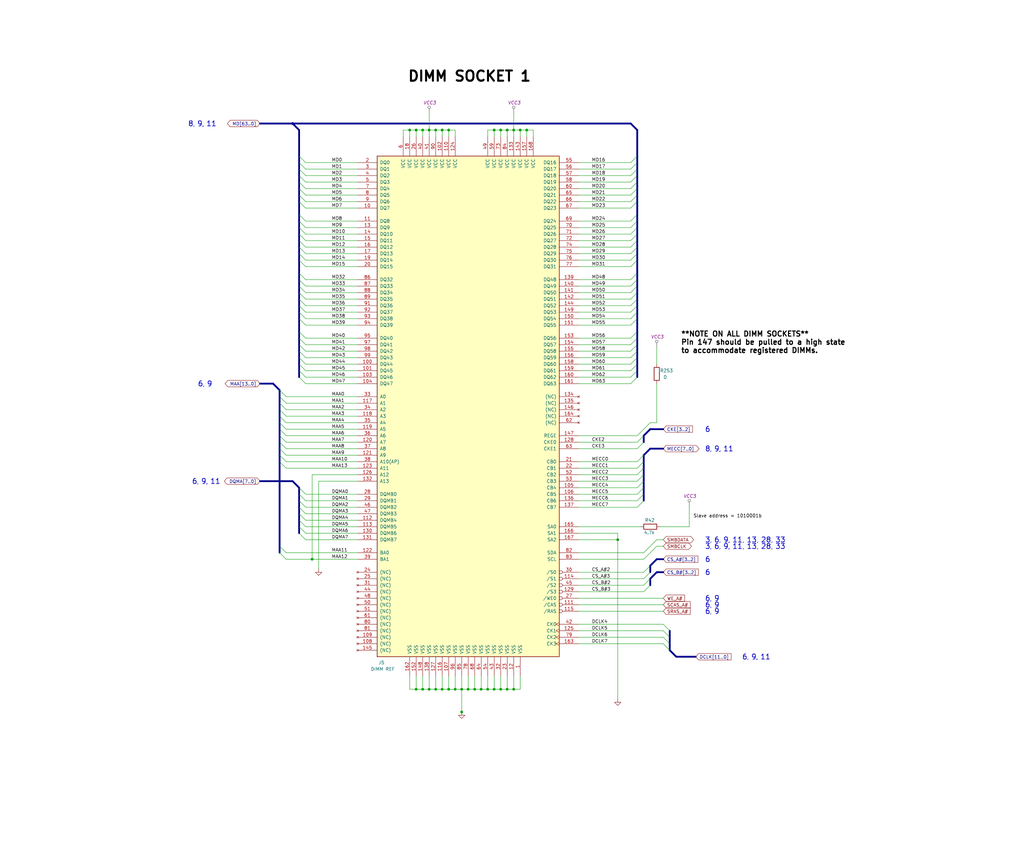
<source format=kicad_sch>
(kicad_sch
	(version 20241004)
	(generator "eeschema")
	(generator_version "8.99")
	(uuid "c21d09c4-6e55-413b-846c-46e45027be87")
	(paper "User" 400 330)
	(title_block
		(title "DIMM SOCKET 1")
		(date "Thursday, April 09, 1998")
		(rev "1.0")
	)
	(lib_symbols
		(symbol "Device:R"
			(pin_numbers
				(hide yes)
			)
			(pin_names
				(offset 0)
			)
			(exclude_from_sim no)
			(in_bom yes)
			(on_board yes)
			(property "Reference" "R"
				(at 2.032 0 90)
				(effects
					(font
						(size 1.27 1.27)
					)
				)
			)
			(property "Value" "R"
				(at 0 0 90)
				(effects
					(font
						(size 1.27 1.27)
					)
				)
			)
			(property "Footprint" ""
				(at -1.778 0 90)
				(effects
					(font
						(size 1.27 1.27)
					)
					(hide yes)
				)
			)
			(property "Datasheet" "~"
				(at 0 0 0)
				(effects
					(font
						(size 1.27 1.27)
					)
					(hide yes)
				)
			)
			(property "Description" "Resistor"
				(at 0 0 0)
				(effects
					(font
						(size 1.27 1.27)
					)
					(hide yes)
				)
			)
			(property "ki_keywords" "R res resistor"
				(at 0 0 0)
				(effects
					(font
						(size 1.27 1.27)
					)
					(hide yes)
				)
			)
			(property "ki_fp_filters" "R_*"
				(at 0 0 0)
				(effects
					(font
						(size 1.27 1.27)
					)
					(hide yes)
				)
			)
			(symbol "R_0_1"
				(rectangle
					(start -1.016 -2.54)
					(end 1.016 2.54)
					(stroke
						(width 0.254)
						(type default)
					)
					(fill
						(type none)
					)
				)
			)
			(symbol "R_1_1"
				(pin passive line
					(at 0 3.81 270)
					(length 1.27)
					(name "~"
						(effects
							(font
								(size 1.27 1.27)
							)
						)
					)
					(number "1"
						(effects
							(font
								(size 1.27 1.27)
							)
						)
					)
				)
				(pin passive line
					(at 0 -3.81 90)
					(length 1.27)
					(name "~"
						(effects
							(font
								(size 1.27 1.27)
							)
						)
					)
					(number "2"
						(effects
							(font
								(size 1.27 1.27)
							)
						)
					)
				)
			)
			(embedded_fonts no)
		)
		(symbol "P2-3_era:SDRAM_Slot"
			(pin_names
				(offset 1.016)
			)
			(exclude_from_sim no)
			(in_bom yes)
			(on_board yes)
			(property "Reference" "J1"
				(at -34.29 -99.568 0)
				(effects
					(font
						(size 1.27 1.27)
					)
				)
			)
			(property "Value" "DIMM REF"
				(at -30.734 -102.108 0)
				(effects
					(font
						(size 1.27 1.27)
					)
				)
			)
			(property "Footprint" "P2-3_ERA:SDRAM_DIMM_GENERIC"
				(at 2.794 -39.116 0)
				(effects
					(font
						(size 1.27 1.27)
					)
					(hide yes)
				)
			)
			(property "Datasheet" ""
				(at -117.602 70.612 0)
				(effects
					(font
						(size 1.27 1.27)
					)
					(hide yes)
				)
			)
			(property "Description" "DIMM SOCKET"
				(at 1.778 -27.94 0)
				(effects
					(font
						(size 1.27 1.27)
					)
					(hide yes)
				)
			)
			(property "ki_keywords" "sdram dimm socket"
				(at 0 0 0)
				(effects
					(font
						(size 1.27 1.27)
					)
					(hide yes)
				)
			)
			(property "ki_fp_filters" "DIP* PDIP*"
				(at 0 0 0)
				(effects
					(font
						(size 1.27 1.27)
					)
					(hide yes)
				)
			)
			(symbol "SDRAM_Slot_0_1"
				(rectangle
					(start -35.56 97.79)
					(end 35.56 -97.79)
					(stroke
						(width 0.254)
						(type default)
					)
					(fill
						(type background)
					)
				)
			)
			(symbol "SDRAM_Slot_1_1"
				(pin bidirectional line
					(at -43.18 95.25 0)
					(length 7.62)
					(name "DQ0"
						(effects
							(font
								(size 1.27 1.27)
							)
						)
					)
					(number "2"
						(effects
							(font
								(size 1.27 1.27)
							)
						)
					)
				)
				(pin bidirectional line
					(at -43.18 92.71 0)
					(length 7.62)
					(name "DQ1"
						(effects
							(font
								(size 1.27 1.27)
							)
						)
					)
					(number "3"
						(effects
							(font
								(size 1.27 1.27)
							)
						)
					)
				)
				(pin bidirectional line
					(at -43.18 90.17 0)
					(length 7.62)
					(name "DQ2"
						(effects
							(font
								(size 1.27 1.27)
							)
						)
					)
					(number "4"
						(effects
							(font
								(size 1.27 1.27)
							)
						)
					)
				)
				(pin bidirectional line
					(at -43.18 87.63 0)
					(length 7.62)
					(name "DQ3"
						(effects
							(font
								(size 1.27 1.27)
							)
						)
					)
					(number "5"
						(effects
							(font
								(size 1.27 1.27)
							)
						)
					)
				)
				(pin bidirectional line
					(at -43.18 85.09 0)
					(length 7.62)
					(name "DQ4"
						(effects
							(font
								(size 1.27 1.27)
							)
						)
					)
					(number "7"
						(effects
							(font
								(size 1.27 1.27)
							)
						)
					)
				)
				(pin bidirectional line
					(at -43.18 82.55 0)
					(length 7.62)
					(name "DQ5"
						(effects
							(font
								(size 1.27 1.27)
							)
						)
					)
					(number "8"
						(effects
							(font
								(size 1.27 1.27)
							)
						)
					)
				)
				(pin bidirectional line
					(at -43.18 80.01 0)
					(length 7.62)
					(name "DQ6"
						(effects
							(font
								(size 1.27 1.27)
							)
						)
					)
					(number "9"
						(effects
							(font
								(size 1.27 1.27)
							)
						)
					)
				)
				(pin bidirectional line
					(at -43.18 77.47 0)
					(length 7.62)
					(name "DQ7"
						(effects
							(font
								(size 1.27 1.27)
							)
						)
					)
					(number "10"
						(effects
							(font
								(size 1.27 1.27)
							)
						)
					)
				)
				(pin bidirectional line
					(at -43.18 72.39 0)
					(length 7.62)
					(name "DQ8"
						(effects
							(font
								(size 1.27 1.27)
							)
						)
					)
					(number "11"
						(effects
							(font
								(size 1.27 1.27)
							)
						)
					)
				)
				(pin bidirectional line
					(at -43.18 69.85 0)
					(length 7.62)
					(name "DQ9"
						(effects
							(font
								(size 1.27 1.27)
							)
						)
					)
					(number "13"
						(effects
							(font
								(size 1.27 1.27)
							)
						)
					)
				)
				(pin bidirectional line
					(at -43.18 67.31 0)
					(length 7.62)
					(name "DQ10"
						(effects
							(font
								(size 1.27 1.27)
							)
						)
					)
					(number "14"
						(effects
							(font
								(size 1.27 1.27)
							)
						)
					)
				)
				(pin bidirectional line
					(at -43.18 64.77 0)
					(length 7.62)
					(name "DQ11"
						(effects
							(font
								(size 1.27 1.27)
							)
						)
					)
					(number "15"
						(effects
							(font
								(size 1.27 1.27)
							)
						)
					)
				)
				(pin bidirectional line
					(at -43.18 62.23 0)
					(length 7.62)
					(name "DQ12"
						(effects
							(font
								(size 1.27 1.27)
							)
						)
					)
					(number "16"
						(effects
							(font
								(size 1.27 1.27)
							)
						)
					)
				)
				(pin bidirectional line
					(at -43.18 59.69 0)
					(length 7.62)
					(name "DQ13"
						(effects
							(font
								(size 1.27 1.27)
							)
						)
					)
					(number "17"
						(effects
							(font
								(size 1.27 1.27)
							)
						)
					)
				)
				(pin bidirectional line
					(at -43.18 57.15 0)
					(length 7.62)
					(name "DQ14"
						(effects
							(font
								(size 1.27 1.27)
							)
						)
					)
					(number "19"
						(effects
							(font
								(size 1.27 1.27)
							)
						)
					)
				)
				(pin bidirectional line
					(at -43.18 54.61 0)
					(length 7.62)
					(name "DQ15"
						(effects
							(font
								(size 1.27 1.27)
							)
						)
					)
					(number "20"
						(effects
							(font
								(size 1.27 1.27)
							)
						)
					)
				)
				(pin bidirectional line
					(at -43.18 49.53 0)
					(length 7.62)
					(name "DQ32"
						(effects
							(font
								(size 1.27 1.27)
							)
						)
					)
					(number "86"
						(effects
							(font
								(size 1.27 1.27)
							)
						)
					)
				)
				(pin bidirectional line
					(at -43.18 46.99 0)
					(length 7.62)
					(name "DQ33"
						(effects
							(font
								(size 1.27 1.27)
							)
						)
					)
					(number "87"
						(effects
							(font
								(size 1.27 1.27)
							)
						)
					)
				)
				(pin bidirectional line
					(at -43.18 44.45 0)
					(length 7.62)
					(name "DQ34"
						(effects
							(font
								(size 1.27 1.27)
							)
						)
					)
					(number "88"
						(effects
							(font
								(size 1.27 1.27)
							)
						)
					)
				)
				(pin bidirectional line
					(at -43.18 41.91 0)
					(length 7.62)
					(name "DQ35"
						(effects
							(font
								(size 1.27 1.27)
							)
						)
					)
					(number "89"
						(effects
							(font
								(size 1.27 1.27)
							)
						)
					)
				)
				(pin bidirectional line
					(at -43.18 39.37 0)
					(length 7.62)
					(name "DQ36"
						(effects
							(font
								(size 1.27 1.27)
							)
						)
					)
					(number "91"
						(effects
							(font
								(size 1.27 1.27)
							)
						)
					)
				)
				(pin bidirectional line
					(at -43.18 36.83 0)
					(length 7.62)
					(name "DQ37"
						(effects
							(font
								(size 1.27 1.27)
							)
						)
					)
					(number "92"
						(effects
							(font
								(size 1.27 1.27)
							)
						)
					)
				)
				(pin bidirectional line
					(at -43.18 34.29 0)
					(length 7.62)
					(name "DQ38"
						(effects
							(font
								(size 1.27 1.27)
							)
						)
					)
					(number "93"
						(effects
							(font
								(size 1.27 1.27)
							)
						)
					)
				)
				(pin bidirectional line
					(at -43.18 31.75 0)
					(length 7.62)
					(name "DQ39"
						(effects
							(font
								(size 1.27 1.27)
							)
						)
					)
					(number "94"
						(effects
							(font
								(size 1.27 1.27)
							)
						)
					)
				)
				(pin bidirectional line
					(at -43.18 26.67 0)
					(length 7.62)
					(name "DQ40"
						(effects
							(font
								(size 1.27 1.27)
							)
						)
					)
					(number "95"
						(effects
							(font
								(size 1.27 1.27)
							)
						)
					)
				)
				(pin bidirectional line
					(at -43.18 24.13 0)
					(length 7.62)
					(name "DQ41"
						(effects
							(font
								(size 1.27 1.27)
							)
						)
					)
					(number "97"
						(effects
							(font
								(size 1.27 1.27)
							)
						)
					)
				)
				(pin bidirectional line
					(at -43.18 21.59 0)
					(length 7.62)
					(name "DQ42"
						(effects
							(font
								(size 1.27 1.27)
							)
						)
					)
					(number "98"
						(effects
							(font
								(size 1.27 1.27)
							)
						)
					)
				)
				(pin bidirectional line
					(at -43.18 19.05 0)
					(length 7.62)
					(name "DQ43"
						(effects
							(font
								(size 1.27 1.27)
							)
						)
					)
					(number "99"
						(effects
							(font
								(size 1.27 1.27)
							)
						)
					)
				)
				(pin bidirectional line
					(at -43.18 16.51 0)
					(length 7.62)
					(name "DQ44"
						(effects
							(font
								(size 1.27 1.27)
							)
						)
					)
					(number "100"
						(effects
							(font
								(size 1.27 1.27)
							)
						)
					)
				)
				(pin bidirectional line
					(at -43.18 13.97 0)
					(length 7.62)
					(name "DQ45"
						(effects
							(font
								(size 1.27 1.27)
							)
						)
					)
					(number "101"
						(effects
							(font
								(size 1.27 1.27)
							)
						)
					)
				)
				(pin bidirectional line
					(at -43.18 11.43 0)
					(length 7.62)
					(name "DQ46"
						(effects
							(font
								(size 1.27 1.27)
							)
						)
					)
					(number "103"
						(effects
							(font
								(size 1.27 1.27)
							)
						)
					)
				)
				(pin bidirectional line
					(at -43.18 8.89 0)
					(length 7.62)
					(name "DQ47"
						(effects
							(font
								(size 1.27 1.27)
							)
						)
					)
					(number "104"
						(effects
							(font
								(size 1.27 1.27)
							)
						)
					)
				)
				(pin input line
					(at -43.18 3.81 0)
					(length 7.62)
					(name "A0"
						(effects
							(font
								(size 1.27 1.27)
							)
						)
					)
					(number "33"
						(effects
							(font
								(size 1.27 1.27)
							)
						)
					)
				)
				(pin input line
					(at -43.18 1.27 0)
					(length 7.62)
					(name "A1"
						(effects
							(font
								(size 1.27 1.27)
							)
						)
					)
					(number "117"
						(effects
							(font
								(size 1.27 1.27)
							)
						)
					)
				)
				(pin input line
					(at -43.18 -1.27 0)
					(length 7.62)
					(name "A2"
						(effects
							(font
								(size 1.27 1.27)
							)
						)
					)
					(number "34"
						(effects
							(font
								(size 1.27 1.27)
							)
						)
					)
				)
				(pin input line
					(at -43.18 -3.81 0)
					(length 7.62)
					(name "A3"
						(effects
							(font
								(size 1.27 1.27)
							)
						)
					)
					(number "118"
						(effects
							(font
								(size 1.27 1.27)
							)
						)
					)
				)
				(pin input line
					(at -43.18 -6.35 0)
					(length 7.62)
					(name "A4"
						(effects
							(font
								(size 1.27 1.27)
							)
						)
					)
					(number "35"
						(effects
							(font
								(size 1.27 1.27)
							)
						)
					)
				)
				(pin input line
					(at -43.18 -8.89 0)
					(length 7.62)
					(name "A5"
						(effects
							(font
								(size 1.27 1.27)
							)
						)
					)
					(number "119"
						(effects
							(font
								(size 1.27 1.27)
							)
						)
					)
				)
				(pin input line
					(at -43.18 -11.43 0)
					(length 7.62)
					(name "A6"
						(effects
							(font
								(size 1.27 1.27)
							)
						)
					)
					(number "36"
						(effects
							(font
								(size 1.27 1.27)
							)
						)
					)
				)
				(pin input line
					(at -43.18 -13.97 0)
					(length 7.62)
					(name "A7"
						(effects
							(font
								(size 1.27 1.27)
							)
						)
					)
					(number "120"
						(effects
							(font
								(size 1.27 1.27)
							)
						)
					)
				)
				(pin input line
					(at -43.18 -16.51 0)
					(length 7.62)
					(name "A8"
						(effects
							(font
								(size 1.27 1.27)
							)
						)
					)
					(number "37"
						(effects
							(font
								(size 1.27 1.27)
							)
						)
					)
				)
				(pin input line
					(at -43.18 -19.05 0)
					(length 7.62)
					(name "A9"
						(effects
							(font
								(size 1.27 1.27)
							)
						)
					)
					(number "121"
						(effects
							(font
								(size 1.27 1.27)
							)
						)
					)
				)
				(pin input line
					(at -43.18 -21.59 0)
					(length 7.62)
					(name "A10(AP)"
						(effects
							(font
								(size 1.27 1.27)
							)
						)
					)
					(number "38"
						(effects
							(font
								(size 1.27 1.27)
							)
						)
					)
				)
				(pin input line
					(at -43.18 -24.13 0)
					(length 7.62)
					(name "A11"
						(effects
							(font
								(size 1.27 1.27)
							)
						)
					)
					(number "123"
						(effects
							(font
								(size 1.27 1.27)
							)
						)
					)
				)
				(pin input line
					(at -43.18 -26.67 0)
					(length 7.62)
					(name "A12"
						(effects
							(font
								(size 1.27 1.27)
							)
						)
					)
					(number "126"
						(effects
							(font
								(size 1.27 1.27)
							)
						)
					)
				)
				(pin input line
					(at -43.18 -29.21 0)
					(length 7.62)
					(name "A13"
						(effects
							(font
								(size 1.27 1.27)
							)
						)
					)
					(number "132"
						(effects
							(font
								(size 1.27 1.27)
							)
						)
					)
				)
				(pin input line
					(at -43.18 -34.29 0)
					(length 7.62)
					(name "DQMB0"
						(effects
							(font
								(size 1.27 1.27)
							)
						)
					)
					(number "28"
						(effects
							(font
								(size 1.27 1.27)
							)
						)
					)
				)
				(pin input line
					(at -43.18 -36.83 0)
					(length 7.62)
					(name "DQMB1"
						(effects
							(font
								(size 1.27 1.27)
							)
						)
					)
					(number "29"
						(effects
							(font
								(size 1.27 1.27)
							)
						)
					)
				)
				(pin input line
					(at -43.18 -39.37 0)
					(length 7.62)
					(name "DQMB2"
						(effects
							(font
								(size 1.27 1.27)
							)
						)
					)
					(number "46"
						(effects
							(font
								(size 1.27 1.27)
							)
						)
					)
				)
				(pin input line
					(at -43.18 -41.91 0)
					(length 7.62)
					(name "DQMB3"
						(effects
							(font
								(size 1.27 1.27)
							)
						)
					)
					(number "47"
						(effects
							(font
								(size 1.27 1.27)
							)
						)
					)
				)
				(pin input line
					(at -43.18 -44.45 0)
					(length 7.62)
					(name "DQMB4"
						(effects
							(font
								(size 1.27 1.27)
							)
						)
					)
					(number "112"
						(effects
							(font
								(size 1.27 1.27)
							)
						)
					)
				)
				(pin input line
					(at -43.18 -46.99 0)
					(length 7.62)
					(name "DQMB5"
						(effects
							(font
								(size 1.27 1.27)
							)
						)
					)
					(number "113"
						(effects
							(font
								(size 1.27 1.27)
							)
						)
					)
				)
				(pin input line
					(at -43.18 -49.53 0)
					(length 7.62)
					(name "DQMB6"
						(effects
							(font
								(size 1.27 1.27)
							)
						)
					)
					(number "130"
						(effects
							(font
								(size 1.27 1.27)
							)
						)
					)
				)
				(pin input line
					(at -43.18 -52.07 0)
					(length 7.62)
					(name "DQMB7"
						(effects
							(font
								(size 1.27 1.27)
							)
						)
					)
					(number "131"
						(effects
							(font
								(size 1.27 1.27)
							)
						)
					)
				)
				(pin input line
					(at -43.18 -57.15 0)
					(length 7.62)
					(name "BA0"
						(effects
							(font
								(size 1.27 1.27)
							)
						)
					)
					(number "122"
						(effects
							(font
								(size 1.27 1.27)
							)
						)
					)
				)
				(pin input line
					(at -43.18 -59.69 0)
					(length 7.62)
					(name "BA1"
						(effects
							(font
								(size 1.27 1.27)
							)
						)
					)
					(number "39"
						(effects
							(font
								(size 1.27 1.27)
							)
						)
					)
				)
				(pin no_connect line
					(at -43.18 -64.77 0)
					(length 7.62)
					(name "(NC)"
						(effects
							(font
								(size 1.27 1.27)
							)
						)
					)
					(number "24"
						(effects
							(font
								(size 1.27 1.27)
							)
						)
					)
				)
				(pin no_connect line
					(at -43.18 -67.31 0)
					(length 7.62)
					(name "(NC)"
						(effects
							(font
								(size 1.27 1.27)
							)
						)
					)
					(number "25"
						(effects
							(font
								(size 1.27 1.27)
							)
						)
					)
				)
				(pin no_connect line
					(at -43.18 -69.85 0)
					(length 7.62)
					(name "(NC)"
						(effects
							(font
								(size 1.27 1.27)
							)
						)
					)
					(number "31"
						(effects
							(font
								(size 1.27 1.27)
							)
						)
					)
				)
				(pin no_connect line
					(at -43.18 -72.39 0)
					(length 7.62)
					(name "(NC)"
						(effects
							(font
								(size 1.27 1.27)
							)
						)
					)
					(number "44"
						(effects
							(font
								(size 1.27 1.27)
							)
						)
					)
				)
				(pin no_connect line
					(at -43.18 -74.93 0)
					(length 7.62)
					(name "(NC)"
						(effects
							(font
								(size 1.27 1.27)
							)
						)
					)
					(number "48"
						(effects
							(font
								(size 1.27 1.27)
							)
						)
					)
				)
				(pin no_connect line
					(at -43.18 -77.47 0)
					(length 7.62)
					(name "(NC)"
						(effects
							(font
								(size 1.27 1.27)
							)
						)
					)
					(number "50"
						(effects
							(font
								(size 1.27 1.27)
							)
						)
					)
				)
				(pin no_connect line
					(at -43.18 -80.01 0)
					(length 7.62)
					(name "(NC)"
						(effects
							(font
								(size 1.27 1.27)
							)
						)
					)
					(number "51"
						(effects
							(font
								(size 1.27 1.27)
							)
						)
					)
				)
				(pin no_connect line
					(at -43.18 -82.55 0)
					(length 7.62)
					(name "(NC)"
						(effects
							(font
								(size 1.27 1.27)
							)
						)
					)
					(number "61"
						(effects
							(font
								(size 1.27 1.27)
							)
						)
					)
				)
				(pin no_connect line
					(at -43.18 -85.09 0)
					(length 7.62)
					(name "(NC)"
						(effects
							(font
								(size 1.27 1.27)
							)
						)
					)
					(number "80"
						(effects
							(font
								(size 1.27 1.27)
							)
						)
					)
				)
				(pin no_connect line
					(at -43.18 -87.63 0)
					(length 7.62)
					(name "(NC)"
						(effects
							(font
								(size 1.27 1.27)
							)
						)
					)
					(number "81"
						(effects
							(font
								(size 1.27 1.27)
							)
						)
					)
				)
				(pin no_connect line
					(at -43.18 -90.17 0)
					(length 7.62)
					(name "(NC)"
						(effects
							(font
								(size 1.27 1.27)
							)
						)
					)
					(number "109"
						(effects
							(font
								(size 1.27 1.27)
							)
						)
					)
				)
				(pin no_connect line
					(at -43.18 -92.71 0)
					(length 7.62)
					(name "(NC)"
						(effects
							(font
								(size 1.27 1.27)
							)
						)
					)
					(number "108"
						(effects
							(font
								(size 1.27 1.27)
							)
						)
					)
				)
				(pin no_connect line
					(at -43.18 -95.25 0)
					(length 7.62)
					(name "(NC)"
						(effects
							(font
								(size 1.27 1.27)
							)
						)
					)
					(number "145"
						(effects
							(font
								(size 1.27 1.27)
							)
						)
					)
				)
				(pin power_in line
					(at -25.4 105.41 270)
					(length 7.62)
					(name "VCC"
						(effects
							(font
								(size 1.27 1.27)
							)
						)
					)
					(number "6"
						(effects
							(font
								(size 1.27 1.27)
							)
						)
					)
				)
				(pin power_in line
					(at -22.86 105.41 270)
					(length 7.62)
					(name "VCC"
						(effects
							(font
								(size 1.27 1.27)
							)
						)
					)
					(number "18"
						(effects
							(font
								(size 1.27 1.27)
							)
						)
					)
				)
				(pin power_in line
					(at -22.86 -105.41 90)
					(length 7.62)
					(name "VSS"
						(effects
							(font
								(size 1.27 1.27)
							)
						)
					)
					(number "162"
						(effects
							(font
								(size 1.27 1.27)
							)
						)
					)
				)
				(pin power_in line
					(at -20.32 105.41 270)
					(length 7.62)
					(name "VCC"
						(effects
							(font
								(size 1.27 1.27)
							)
						)
					)
					(number "26"
						(effects
							(font
								(size 1.27 1.27)
							)
						)
					)
				)
				(pin power_in line
					(at -20.32 -105.41 90)
					(length 7.62)
					(name "VSS"
						(effects
							(font
								(size 1.27 1.27)
							)
						)
					)
					(number "152"
						(effects
							(font
								(size 1.27 1.27)
							)
						)
					)
				)
				(pin power_in line
					(at -17.78 105.41 270)
					(length 7.62)
					(name "VCC"
						(effects
							(font
								(size 1.27 1.27)
							)
						)
					)
					(number "40"
						(effects
							(font
								(size 1.27 1.27)
							)
						)
					)
				)
				(pin power_in line
					(at -17.78 -105.41 90)
					(length 7.62)
					(name "VSS"
						(effects
							(font
								(size 1.27 1.27)
							)
						)
					)
					(number "148"
						(effects
							(font
								(size 1.27 1.27)
							)
						)
					)
				)
				(pin power_in line
					(at -15.24 105.41 270)
					(length 7.62)
					(name "VCC"
						(effects
							(font
								(size 1.27 1.27)
							)
						)
					)
					(number "41"
						(effects
							(font
								(size 1.27 1.27)
							)
						)
					)
				)
				(pin power_in line
					(at -15.24 -105.41 90)
					(length 7.62)
					(name "VSS"
						(effects
							(font
								(size 1.27 1.27)
							)
						)
					)
					(number "138"
						(effects
							(font
								(size 1.27 1.27)
							)
						)
					)
				)
				(pin power_in line
					(at -12.7 105.41 270)
					(length 7.62)
					(name "VCC"
						(effects
							(font
								(size 1.27 1.27)
							)
						)
					)
					(number "90"
						(effects
							(font
								(size 1.27 1.27)
							)
						)
					)
				)
				(pin power_in line
					(at -12.7 -105.41 90)
					(length 7.62)
					(name "VSS"
						(effects
							(font
								(size 1.27 1.27)
							)
						)
					)
					(number "127"
						(effects
							(font
								(size 1.27 1.27)
							)
						)
					)
				)
				(pin power_in line
					(at -10.16 105.41 270)
					(length 7.62)
					(name "VCC"
						(effects
							(font
								(size 1.27 1.27)
							)
						)
					)
					(number "102"
						(effects
							(font
								(size 1.27 1.27)
							)
						)
					)
				)
				(pin power_in line
					(at -10.16 -105.41 90)
					(length 7.62)
					(name "VSS"
						(effects
							(font
								(size 1.27 1.27)
							)
						)
					)
					(number "116"
						(effects
							(font
								(size 1.27 1.27)
							)
						)
					)
				)
				(pin power_in line
					(at -7.62 105.41 270)
					(length 7.62)
					(name "VCC"
						(effects
							(font
								(size 1.27 1.27)
							)
						)
					)
					(number "110"
						(effects
							(font
								(size 1.27 1.27)
							)
						)
					)
				)
				(pin power_in line
					(at -7.62 -105.41 90)
					(length 7.62)
					(name "VSS"
						(effects
							(font
								(size 1.27 1.27)
							)
						)
					)
					(number "107"
						(effects
							(font
								(size 1.27 1.27)
							)
						)
					)
				)
				(pin power_in line
					(at -5.08 105.41 270)
					(length 7.62)
					(name "VCC"
						(effects
							(font
								(size 1.27 1.27)
							)
						)
					)
					(number "124"
						(effects
							(font
								(size 1.27 1.27)
							)
						)
					)
				)
				(pin power_in line
					(at -5.08 -105.41 90)
					(length 7.62)
					(name "VSS"
						(effects
							(font
								(size 1.27 1.27)
							)
						)
					)
					(number "96"
						(effects
							(font
								(size 1.27 1.27)
							)
						)
					)
				)
				(pin power_in line
					(at -2.54 -105.41 90)
					(length 7.62)
					(name "VSS"
						(effects
							(font
								(size 1.27 1.27)
							)
						)
					)
					(number "85"
						(effects
							(font
								(size 1.27 1.27)
							)
						)
					)
				)
				(pin power_in line
					(at 0 -105.41 90)
					(length 7.62)
					(name "VSS"
						(effects
							(font
								(size 1.27 1.27)
							)
						)
					)
					(number "78"
						(effects
							(font
								(size 1.27 1.27)
							)
						)
					)
				)
				(pin power_in line
					(at 2.54 -105.41 90)
					(length 7.62)
					(name "VSS"
						(effects
							(font
								(size 1.27 1.27)
							)
						)
					)
					(number "68"
						(effects
							(font
								(size 1.27 1.27)
							)
						)
					)
				)
				(pin power_in line
					(at 5.08 -105.41 90)
					(length 7.62)
					(name "VSS"
						(effects
							(font
								(size 1.27 1.27)
							)
						)
					)
					(number "64"
						(effects
							(font
								(size 1.27 1.27)
							)
						)
					)
				)
				(pin power_in line
					(at 7.62 105.41 270)
					(length 7.62)
					(name "VCC"
						(effects
							(font
								(size 1.27 1.27)
							)
						)
					)
					(number "49"
						(effects
							(font
								(size 1.27 1.27)
							)
						)
					)
				)
				(pin power_in line
					(at 7.62 -105.41 90)
					(length 7.62)
					(name "VSS"
						(effects
							(font
								(size 1.27 1.27)
							)
						)
					)
					(number "54"
						(effects
							(font
								(size 1.27 1.27)
							)
						)
					)
				)
				(pin power_in line
					(at 10.16 105.41 270)
					(length 7.62)
					(name "VCC"
						(effects
							(font
								(size 1.27 1.27)
							)
						)
					)
					(number "59"
						(effects
							(font
								(size 1.27 1.27)
							)
						)
					)
				)
				(pin power_in line
					(at 10.16 -105.41 90)
					(length 7.62)
					(name "VSS"
						(effects
							(font
								(size 1.27 1.27)
							)
						)
					)
					(number "43"
						(effects
							(font
								(size 1.27 1.27)
							)
						)
					)
				)
				(pin power_in line
					(at 12.7 105.41 270)
					(length 7.62)
					(name "VCC"
						(effects
							(font
								(size 1.27 1.27)
							)
						)
					)
					(number "73"
						(effects
							(font
								(size 1.27 1.27)
							)
						)
					)
				)
				(pin power_in line
					(at 12.7 -105.41 90)
					(length 7.62)
					(name "VSS"
						(effects
							(font
								(size 1.27 1.27)
							)
						)
					)
					(number "32"
						(effects
							(font
								(size 1.27 1.27)
							)
						)
					)
				)
				(pin power_in line
					(at 15.24 105.41 270)
					(length 7.62)
					(name "VCC"
						(effects
							(font
								(size 1.27 1.27)
							)
						)
					)
					(number "84"
						(effects
							(font
								(size 1.27 1.27)
							)
						)
					)
				)
				(pin power_in line
					(at 15.24 -105.41 90)
					(length 7.62)
					(name "VSS"
						(effects
							(font
								(size 1.27 1.27)
							)
						)
					)
					(number "23"
						(effects
							(font
								(size 1.27 1.27)
							)
						)
					)
				)
				(pin power_in line
					(at 17.78 105.41 270)
					(length 7.62)
					(name "VCC"
						(effects
							(font
								(size 1.27 1.27)
							)
						)
					)
					(number "133"
						(effects
							(font
								(size 1.27 1.27)
							)
						)
					)
				)
				(pin power_in line
					(at 17.78 -105.41 90)
					(length 7.62)
					(name "VSS"
						(effects
							(font
								(size 1.27 1.27)
							)
						)
					)
					(number "12"
						(effects
							(font
								(size 1.27 1.27)
							)
						)
					)
				)
				(pin power_in line
					(at 20.32 105.41 270)
					(length 7.62)
					(name "VCC"
						(effects
							(font
								(size 1.27 1.27)
							)
						)
					)
					(number "143"
						(effects
							(font
								(size 1.27 1.27)
							)
						)
					)
				)
				(pin power_in line
					(at 20.32 -105.41 90)
					(length 7.62)
					(name "VSS"
						(effects
							(font
								(size 1.27 1.27)
							)
						)
					)
					(number "1"
						(effects
							(font
								(size 1.27 1.27)
							)
						)
					)
				)
				(pin power_in line
					(at 22.86 105.41 270)
					(length 7.62)
					(name "VCC"
						(effects
							(font
								(size 1.27 1.27)
							)
						)
					)
					(number "157"
						(effects
							(font
								(size 1.27 1.27)
							)
						)
					)
				)
				(pin power_in line
					(at 25.4 105.41 270)
					(length 7.62)
					(name "VCC"
						(effects
							(font
								(size 1.27 1.27)
							)
						)
					)
					(number "168"
						(effects
							(font
								(size 1.27 1.27)
							)
						)
					)
				)
				(pin bidirectional line
					(at 43.18 95.25 180)
					(length 7.62)
					(name "DQ16"
						(effects
							(font
								(size 1.27 1.27)
							)
						)
					)
					(number "55"
						(effects
							(font
								(size 1.27 1.27)
							)
						)
					)
				)
				(pin bidirectional line
					(at 43.18 92.71 180)
					(length 7.62)
					(name "DQ17"
						(effects
							(font
								(size 1.27 1.27)
							)
						)
					)
					(number "56"
						(effects
							(font
								(size 1.27 1.27)
							)
						)
					)
				)
				(pin bidirectional line
					(at 43.18 90.17 180)
					(length 7.62)
					(name "DQ18"
						(effects
							(font
								(size 1.27 1.27)
							)
						)
					)
					(number "57"
						(effects
							(font
								(size 1.27 1.27)
							)
						)
					)
				)
				(pin bidirectional line
					(at 43.18 87.63 180)
					(length 7.62)
					(name "DQ19"
						(effects
							(font
								(size 1.27 1.27)
							)
						)
					)
					(number "58"
						(effects
							(font
								(size 1.27 1.27)
							)
						)
					)
				)
				(pin bidirectional line
					(at 43.18 85.09 180)
					(length 7.62)
					(name "DQ20"
						(effects
							(font
								(size 1.27 1.27)
							)
						)
					)
					(number "60"
						(effects
							(font
								(size 1.27 1.27)
							)
						)
					)
				)
				(pin bidirectional line
					(at 43.18 82.55 180)
					(length 7.62)
					(name "DQ21"
						(effects
							(font
								(size 1.27 1.27)
							)
						)
					)
					(number "65"
						(effects
							(font
								(size 1.27 1.27)
							)
						)
					)
				)
				(pin bidirectional line
					(at 43.18 80.01 180)
					(length 7.62)
					(name "DQ22"
						(effects
							(font
								(size 1.27 1.27)
							)
						)
					)
					(number "66"
						(effects
							(font
								(size 1.27 1.27)
							)
						)
					)
				)
				(pin bidirectional line
					(at 43.18 77.47 180)
					(length 7.62)
					(name "DQ23"
						(effects
							(font
								(size 1.27 1.27)
							)
						)
					)
					(number "67"
						(effects
							(font
								(size 1.27 1.27)
							)
						)
					)
				)
				(pin bidirectional line
					(at 43.18 72.39 180)
					(length 7.62)
					(name "DQ24"
						(effects
							(font
								(size 1.27 1.27)
							)
						)
					)
					(number "69"
						(effects
							(font
								(size 1.27 1.27)
							)
						)
					)
				)
				(pin bidirectional line
					(at 43.18 69.85 180)
					(length 7.62)
					(name "DQ25"
						(effects
							(font
								(size 1.27 1.27)
							)
						)
					)
					(number "70"
						(effects
							(font
								(size 1.27 1.27)
							)
						)
					)
				)
				(pin bidirectional line
					(at 43.18 67.31 180)
					(length 7.62)
					(name "DQ26"
						(effects
							(font
								(size 1.27 1.27)
							)
						)
					)
					(number "71"
						(effects
							(font
								(size 1.27 1.27)
							)
						)
					)
				)
				(pin bidirectional line
					(at 43.18 64.77 180)
					(length 7.62)
					(name "DQ27"
						(effects
							(font
								(size 1.27 1.27)
							)
						)
					)
					(number "72"
						(effects
							(font
								(size 1.27 1.27)
							)
						)
					)
				)
				(pin bidirectional line
					(at 43.18 62.23 180)
					(length 7.62)
					(name "DQ28"
						(effects
							(font
								(size 1.27 1.27)
							)
						)
					)
					(number "74"
						(effects
							(font
								(size 1.27 1.27)
							)
						)
					)
				)
				(pin bidirectional line
					(at 43.18 59.69 180)
					(length 7.62)
					(name "DQ29"
						(effects
							(font
								(size 1.27 1.27)
							)
						)
					)
					(number "75"
						(effects
							(font
								(size 1.27 1.27)
							)
						)
					)
				)
				(pin bidirectional line
					(at 43.18 57.15 180)
					(length 7.62)
					(name "DQ30"
						(effects
							(font
								(size 1.27 1.27)
							)
						)
					)
					(number "76"
						(effects
							(font
								(size 1.27 1.27)
							)
						)
					)
				)
				(pin bidirectional line
					(at 43.18 54.61 180)
					(length 7.62)
					(name "DQ31"
						(effects
							(font
								(size 1.27 1.27)
							)
						)
					)
					(number "77"
						(effects
							(font
								(size 1.27 1.27)
							)
						)
					)
				)
				(pin bidirectional line
					(at 43.18 49.53 180)
					(length 7.62)
					(name "DQ48"
						(effects
							(font
								(size 1.27 1.27)
							)
						)
					)
					(number "139"
						(effects
							(font
								(size 1.27 1.27)
							)
						)
					)
				)
				(pin bidirectional line
					(at 43.18 46.99 180)
					(length 7.62)
					(name "DQ49"
						(effects
							(font
								(size 1.27 1.27)
							)
						)
					)
					(number "140"
						(effects
							(font
								(size 1.27 1.27)
							)
						)
					)
				)
				(pin bidirectional line
					(at 43.18 44.45 180)
					(length 7.62)
					(name "DQ50"
						(effects
							(font
								(size 1.27 1.27)
							)
						)
					)
					(number "141"
						(effects
							(font
								(size 1.27 1.27)
							)
						)
					)
				)
				(pin bidirectional line
					(at 43.18 41.91 180)
					(length 7.62)
					(name "DQ51"
						(effects
							(font
								(size 1.27 1.27)
							)
						)
					)
					(number "142"
						(effects
							(font
								(size 1.27 1.27)
							)
						)
					)
				)
				(pin bidirectional line
					(at 43.18 39.37 180)
					(length 7.62)
					(name "DQ52"
						(effects
							(font
								(size 1.27 1.27)
							)
						)
					)
					(number "144"
						(effects
							(font
								(size 1.27 1.27)
							)
						)
					)
				)
				(pin bidirectional line
					(at 43.18 36.83 180)
					(length 7.62)
					(name "DQ53"
						(effects
							(font
								(size 1.27 1.27)
							)
						)
					)
					(number "149"
						(effects
							(font
								(size 1.27 1.27)
							)
						)
					)
				)
				(pin bidirectional line
					(at 43.18 34.29 180)
					(length 7.62)
					(name "DQ54"
						(effects
							(font
								(size 1.27 1.27)
							)
						)
					)
					(number "150"
						(effects
							(font
								(size 1.27 1.27)
							)
						)
					)
				)
				(pin bidirectional line
					(at 43.18 31.75 180)
					(length 7.62)
					(name "DQ55"
						(effects
							(font
								(size 1.27 1.27)
							)
						)
					)
					(number "151"
						(effects
							(font
								(size 1.27 1.27)
							)
						)
					)
				)
				(pin bidirectional line
					(at 43.18 26.67 180)
					(length 7.62)
					(name "DQ56"
						(effects
							(font
								(size 1.27 1.27)
							)
						)
					)
					(number "153"
						(effects
							(font
								(size 1.27 1.27)
							)
						)
					)
				)
				(pin bidirectional line
					(at 43.18 24.13 180)
					(length 7.62)
					(name "DQ57"
						(effects
							(font
								(size 1.27 1.27)
							)
						)
					)
					(number "154"
						(effects
							(font
								(size 1.27 1.27)
							)
						)
					)
				)
				(pin bidirectional line
					(at 43.18 21.59 180)
					(length 7.62)
					(name "DQ58"
						(effects
							(font
								(size 1.27 1.27)
							)
						)
					)
					(number "155"
						(effects
							(font
								(size 1.27 1.27)
							)
						)
					)
				)
				(pin bidirectional line
					(at 43.18 19.05 180)
					(length 7.62)
					(name "DQ59"
						(effects
							(font
								(size 1.27 1.27)
							)
						)
					)
					(number "156"
						(effects
							(font
								(size 1.27 1.27)
							)
						)
					)
				)
				(pin bidirectional line
					(at 43.18 16.51 180)
					(length 7.62)
					(name "DQ60"
						(effects
							(font
								(size 1.27 1.27)
							)
						)
					)
					(number "158"
						(effects
							(font
								(size 1.27 1.27)
							)
						)
					)
				)
				(pin bidirectional line
					(at 43.18 13.97 180)
					(length 7.62)
					(name "DQ61"
						(effects
							(font
								(size 1.27 1.27)
							)
						)
					)
					(number "159"
						(effects
							(font
								(size 1.27 1.27)
							)
						)
					)
				)
				(pin bidirectional line
					(at 43.18 11.43 180)
					(length 7.62)
					(name "DQ62"
						(effects
							(font
								(size 1.27 1.27)
							)
						)
					)
					(number "160"
						(effects
							(font
								(size 1.27 1.27)
							)
						)
					)
				)
				(pin bidirectional line
					(at 43.18 8.89 180)
					(length 7.62)
					(name "DQ63"
						(effects
							(font
								(size 1.27 1.27)
							)
						)
					)
					(number "161"
						(effects
							(font
								(size 1.27 1.27)
							)
						)
					)
				)
				(pin no_connect line
					(at 43.18 3.81 180)
					(length 7.62)
					(name "(NC)"
						(effects
							(font
								(size 1.27 1.27)
							)
						)
					)
					(number "134"
						(effects
							(font
								(size 1.27 1.27)
							)
						)
					)
				)
				(pin no_connect line
					(at 43.18 1.27 180)
					(length 7.62)
					(name "(NC)"
						(effects
							(font
								(size 1.27 1.27)
							)
						)
					)
					(number "135"
						(effects
							(font
								(size 1.27 1.27)
							)
						)
					)
				)
				(pin no_connect line
					(at 43.18 -1.27 180)
					(length 7.62)
					(name "(NC)"
						(effects
							(font
								(size 1.27 1.27)
							)
						)
					)
					(number "146"
						(effects
							(font
								(size 1.27 1.27)
							)
						)
					)
				)
				(pin no_connect line
					(at 43.18 -3.81 180)
					(length 7.62)
					(name "(NC)"
						(effects
							(font
								(size 1.27 1.27)
							)
						)
					)
					(number "164"
						(effects
							(font
								(size 1.27 1.27)
							)
						)
					)
				)
				(pin no_connect line
					(at 43.18 -6.35 180)
					(length 7.62)
					(name "(NC)"
						(effects
							(font
								(size 1.27 1.27)
							)
						)
					)
					(number "62"
						(effects
							(font
								(size 1.27 1.27)
							)
						)
					)
				)
				(pin input line
					(at 43.18 -11.43 180)
					(length 7.62)
					(name "REGE"
						(effects
							(font
								(size 1.27 1.27)
							)
						)
					)
					(number "147"
						(effects
							(font
								(size 1.27 1.27)
							)
						)
					)
				)
				(pin input line
					(at 43.18 -13.97 180)
					(length 7.62)
					(name "CKE0"
						(effects
							(font
								(size 1.27 1.27)
							)
						)
					)
					(number "128"
						(effects
							(font
								(size 1.27 1.27)
							)
						)
					)
				)
				(pin input line
					(at 43.18 -16.51 180)
					(length 7.62)
					(name "CKE1"
						(effects
							(font
								(size 1.27 1.27)
							)
						)
					)
					(number "63"
						(effects
							(font
								(size 1.27 1.27)
							)
						)
					)
				)
				(pin bidirectional line
					(at 43.18 -21.59 180)
					(length 7.62)
					(name "CB0"
						(effects
							(font
								(size 1.27 1.27)
							)
						)
					)
					(number "21"
						(effects
							(font
								(size 1.27 1.27)
							)
						)
					)
				)
				(pin bidirectional line
					(at 43.18 -24.13 180)
					(length 7.62)
					(name "CB1"
						(effects
							(font
								(size 1.27 1.27)
							)
						)
					)
					(number "22"
						(effects
							(font
								(size 1.27 1.27)
							)
						)
					)
				)
				(pin bidirectional line
					(at 43.18 -26.67 180)
					(length 7.62)
					(name "CB2"
						(effects
							(font
								(size 1.27 1.27)
							)
						)
					)
					(number "52"
						(effects
							(font
								(size 1.27 1.27)
							)
						)
					)
				)
				(pin bidirectional line
					(at 43.18 -29.21 180)
					(length 7.62)
					(name "CB3"
						(effects
							(font
								(size 1.27 1.27)
							)
						)
					)
					(number "53"
						(effects
							(font
								(size 1.27 1.27)
							)
						)
					)
				)
				(pin bidirectional line
					(at 43.18 -31.75 180)
					(length 7.62)
					(name "CB4"
						(effects
							(font
								(size 1.27 1.27)
							)
						)
					)
					(number "105"
						(effects
							(font
								(size 1.27 1.27)
							)
						)
					)
				)
				(pin bidirectional line
					(at 43.18 -34.29 180)
					(length 7.62)
					(name "CB5"
						(effects
							(font
								(size 1.27 1.27)
							)
						)
					)
					(number "106"
						(effects
							(font
								(size 1.27 1.27)
							)
						)
					)
				)
				(pin bidirectional line
					(at 43.18 -36.83 180)
					(length 7.62)
					(name "CB6"
						(effects
							(font
								(size 1.27 1.27)
							)
						)
					)
					(number "136"
						(effects
							(font
								(size 1.27 1.27)
							)
						)
					)
				)
				(pin bidirectional line
					(at 43.18 -39.37 180)
					(length 7.62)
					(name "CB7"
						(effects
							(font
								(size 1.27 1.27)
							)
						)
					)
					(number "137"
						(effects
							(font
								(size 1.27 1.27)
							)
						)
					)
				)
				(pin unspecified line
					(at 43.18 -46.99 180)
					(length 7.62)
					(name "SA0"
						(effects
							(font
								(size 1.27 1.27)
							)
						)
					)
					(number "165"
						(effects
							(font
								(size 1.27 1.27)
							)
						)
					)
				)
				(pin unspecified line
					(at 43.18 -49.53 180)
					(length 7.62)
					(name "SA1"
						(effects
							(font
								(size 1.27 1.27)
							)
						)
					)
					(number "166"
						(effects
							(font
								(size 1.27 1.27)
							)
						)
					)
				)
				(pin unspecified line
					(at 43.18 -52.07 180)
					(length 7.62)
					(name "SA2"
						(effects
							(font
								(size 1.27 1.27)
							)
						)
					)
					(number "167"
						(effects
							(font
								(size 1.27 1.27)
							)
						)
					)
				)
				(pin bidirectional line
					(at 43.18 -57.15 180)
					(length 7.62)
					(name "SDA"
						(effects
							(font
								(size 1.27 1.27)
							)
						)
					)
					(number "82"
						(effects
							(font
								(size 1.27 1.27)
							)
						)
					)
				)
				(pin bidirectional line
					(at 43.18 -59.69 180)
					(length 7.62)
					(name "SCL"
						(effects
							(font
								(size 1.27 1.27)
							)
						)
					)
					(number "83"
						(effects
							(font
								(size 1.27 1.27)
							)
						)
					)
				)
				(pin input inverted
					(at 43.18 -64.77 180)
					(length 7.62)
					(name "/S0"
						(effects
							(font
								(size 1.27 1.27)
							)
						)
					)
					(number "30"
						(effects
							(font
								(size 1.27 1.27)
							)
						)
					)
				)
				(pin input inverted
					(at 43.18 -67.31 180)
					(length 7.62)
					(name "/S1"
						(effects
							(font
								(size 1.27 1.27)
							)
						)
					)
					(number "114"
						(effects
							(font
								(size 1.27 1.27)
							)
						)
					)
				)
				(pin input inverted
					(at 43.18 -69.85 180)
					(length 7.62)
					(name "/S2"
						(effects
							(font
								(size 1.27 1.27)
							)
						)
					)
					(number "45"
						(effects
							(font
								(size 1.27 1.27)
							)
						)
					)
				)
				(pin input inverted
					(at 43.18 -72.39 180)
					(length 7.62)
					(name "/S3"
						(effects
							(font
								(size 1.27 1.27)
							)
						)
					)
					(number "129"
						(effects
							(font
								(size 1.27 1.27)
							)
						)
					)
				)
				(pin input inverted
					(at 43.18 -74.93 180)
					(length 7.62)
					(name "/WE0"
						(effects
							(font
								(size 1.27 1.27)
							)
						)
					)
					(number "27"
						(effects
							(font
								(size 1.27 1.27)
							)
						)
					)
				)
				(pin input inverted
					(at 43.18 -77.47 180)
					(length 7.62)
					(name "/CAS"
						(effects
							(font
								(size 1.27 1.27)
							)
						)
					)
					(number "111"
						(effects
							(font
								(size 1.27 1.27)
							)
						)
					)
				)
				(pin input inverted
					(at 43.18 -80.01 180)
					(length 7.62)
					(name "/RAS"
						(effects
							(font
								(size 1.27 1.27)
							)
						)
					)
					(number "115"
						(effects
							(font
								(size 1.27 1.27)
							)
						)
					)
				)
				(pin input clock
					(at 43.18 -85.09 180)
					(length 7.62)
					(name "CK0"
						(effects
							(font
								(size 1.27 1.27)
							)
						)
					)
					(number "42"
						(effects
							(font
								(size 1.27 1.27)
							)
						)
					)
				)
				(pin input clock
					(at 43.18 -87.63 180)
					(length 7.62)
					(name "CK1"
						(effects
							(font
								(size 1.27 1.27)
							)
						)
					)
					(number "125"
						(effects
							(font
								(size 1.27 1.27)
							)
						)
					)
				)
				(pin input clock
					(at 43.18 -90.17 180)
					(length 7.62)
					(name "CK2"
						(effects
							(font
								(size 1.27 1.27)
							)
						)
					)
					(number "79"
						(effects
							(font
								(size 1.27 1.27)
							)
						)
					)
				)
				(pin input clock
					(at 43.18 -92.71 180)
					(length 7.62)
					(name "CK3"
						(effects
							(font
								(size 1.27 1.27)
							)
						)
					)
					(number "163"
						(effects
							(font
								(size 1.27 1.27)
							)
						)
					)
				)
			)
			(embedded_fonts no)
		)
		(symbol "power:GND"
			(power)
			(pin_numbers
				(hide yes)
			)
			(pin_names
				(offset 0)
				(hide yes)
			)
			(exclude_from_sim no)
			(in_bom yes)
			(on_board yes)
			(property "Reference" "#PWR"
				(at 0 -6.35 0)
				(effects
					(font
						(size 1.27 1.27)
					)
					(hide yes)
				)
			)
			(property "Value" "GND"
				(at 0 -3.81 0)
				(effects
					(font
						(size 1.27 1.27)
					)
				)
			)
			(property "Footprint" ""
				(at 0 0 0)
				(effects
					(font
						(size 1.27 1.27)
					)
					(hide yes)
				)
			)
			(property "Datasheet" ""
				(at 0 0 0)
				(effects
					(font
						(size 1.27 1.27)
					)
					(hide yes)
				)
			)
			(property "Description" "Power symbol creates a global label with name \"GND\" , ground"
				(at 0 0 0)
				(effects
					(font
						(size 1.27 1.27)
					)
					(hide yes)
				)
			)
			(property "ki_keywords" "global power"
				(at 0 0 0)
				(effects
					(font
						(size 1.27 1.27)
					)
					(hide yes)
				)
			)
			(symbol "GND_0_1"
				(polyline
					(pts
						(xy 0 0) (xy 0 -1.27) (xy 1.27 -1.27) (xy 0 -2.54) (xy -1.27 -1.27) (xy 0 -1.27)
					)
					(stroke
						(width 0)
						(type default)
					)
					(fill
						(type none)
					)
				)
			)
			(symbol "GND_1_1"
				(pin power_in line
					(at 0 0 270)
					(length 0)
					(name "~"
						(effects
							(font
								(size 1.27 1.27)
							)
						)
					)
					(number "1"
						(effects
							(font
								(size 1.27 1.27)
							)
						)
					)
				)
			)
			(embedded_fonts no)
		)
	)
	(text "6"
		(exclude_from_sim no)
		(at 77.216 150.114 0)
		(effects
			(font
				(size 2 2)
				(thickness 0.25)
			)
			(justify left)
			(href "#6")
		)
		(uuid "00c6b665-1d56-4e24-b267-0a55b304588d")
	)
	(text "13"
		(exclude_from_sim no)
		(at 291.592 213.614 0)
		(effects
			(font
				(size 2 2)
				(thickness 0.25)
			)
			(justify left)
			(href "#13")
		)
		(uuid "049c5d38-d33c-4cbc-acde-ffae0ff76139")
	)
	(text "8"
		(exclude_from_sim no)
		(at 73.406 48.514 0)
		(effects
			(font
				(size 2 2)
				(thickness 0.25)
			)
			(justify left)
			(href "#8")
		)
		(uuid "0c87a527-ca9e-412d-8b3c-055b744ecacb")
	)
	(text ","
		(exclude_from_sim no)
		(at 295.656 256.794 0)
		(effects
			(font
				(size 2 2)
			)
		)
		(uuid "0cd60fd4-bcd0-4452-ae58-fd58ec6530ce")
	)
	(text "6"
		(exclude_from_sim no)
		(at 275.336 236.474 0)
		(effects
			(font
				(size 2 2)
				(thickness 0.25)
			)
			(justify left)
			(href "#6")
		)
		(uuid "0cde3e11-2ac4-48e9-bd04-f986ad67bd38")
	)
	(text ","
		(exclude_from_sim no)
		(at 284.734 211.074 0)
		(effects
			(font
				(size 2 2)
			)
		)
		(uuid "11fcc4b9-f8f8-4d1e-9227-35a16a431c8c")
	)
	(text ","
		(exclude_from_sim no)
		(at 295.656 256.794 0)
		(effects
			(font
				(size 2 2)
			)
		)
		(uuid "156137f7-ff4a-485a-9da2-97f05364db9c")
	)
	(text ","
		(exclude_from_sim no)
		(at 79.248 48.514 0)
		(effects
			(font
				(size 2 2)
			)
		)
		(uuid "1a73cb23-cb93-43be-aefa-d04ca19ff53a")
	)
	(text "6"
		(exclude_from_sim no)
		(at 275.336 218.694 0)
		(effects
			(font
				(size 2 2)
				(thickness 0.25)
			)
			(justify left)
			(href "#6")
		)
		(uuid "1d436a12-1b44-4ee7-86f0-1db40f8ff594")
	)
	(text ","
		(exclude_from_sim no)
		(at 295.91 211.074 0)
		(effects
			(font
				(size 2 2)
			)
		)
		(uuid "1f5a109f-1564-4c60-931a-9eeefe55ccfd")
	)
	(text "11"
		(exclude_from_sim no)
		(at 296.926 256.794 0)
		(effects
			(font
				(size 2 2)
				(thickness 0.25)
			)
			(justify left)
			(href "#11")
		)
		(uuid "1f98cb0f-77d9-4527-b339-0457e78515f7")
	)
	(text "3"
		(exclude_from_sim no)
		(at 275.336 213.614 0)
		(effects
			(font
				(size 2 2)
				(thickness 0.25)
			)
			(justify left)
			(href "#3")
		)
		(uuid "23d4bb77-de56-498a-8115-d0d9c78cd061")
	)
	(text ","
		(exclude_from_sim no)
		(at 277.622 239.014 0)
		(effects
			(font
				(size 2 2)
			)
		)
		(uuid "25fd5e6c-9074-4d2c-8b5c-f8d15b45346f")
	)
	(text "13"
		(exclude_from_sim no)
		(at 291.592 211.074 0)
		(effects
			(font
				(size 2 2)
				(thickness 0.25)
			)
			(justify left)
			(href "#13")
		)
		(uuid "26156f8a-0c86-4c5e-8995-f93ca40f9d0a")
	)
	(text "9"
		(exclude_from_sim no)
		(at 278.892 175.514 0)
		(effects
			(font
				(size 2 2)
				(thickness 0.25)
			)
			(justify left)
			(href "#9")
		)
		(uuid "2b8d241b-f97f-4b59-91f8-1241fdb248cd")
	)
	(text "11"
		(exclude_from_sim no)
		(at 80.518 48.514 0)
		(effects
			(font
				(size 2 2)
				(thickness 0.25)
			)
			(justify left)
			(href "#11")
		)
		(uuid "32fb8262-ccdd-402b-bcac-5a414bc0fb04")
	)
	(text ","
		(exclude_from_sim no)
		(at 281.178 213.614 0)
		(effects
			(font
				(size 2 2)
			)
		)
		(uuid "354a4de7-1de3-4ffd-923d-4c71dba349c1")
	)
	(text "Slave address = 1010001b"
		(exclude_from_sim no)
		(at 284.226 201.676 0)
		(effects
			(font
				(size 1.27 1.27)
				(color 0 0 0 1)
			)
		)
		(uuid "392b0eec-723d-49fa-8807-d875b4efb7b4")
	)
	(text "9"
		(exclude_from_sim no)
		(at 282.448 213.614 0)
		(effects
			(font
				(size 2 2)
				(thickness 0.25)
			)
			(justify left)
			(href "#9")
		)
		(uuid "3b0df9aa-f787-4fdd-9591-fcf6e2977ec4")
	)
	(text ","
		(exclude_from_sim no)
		(at 295.91 213.614 0)
		(effects
			(font
				(size 2 2)
			)
		)
		(uuid "3fc957bd-c969-4d67-9c82-28dadbf6820c")
	)
	(text ","
		(exclude_from_sim no)
		(at 281.178 175.514 0)
		(effects
			(font
				(size 2 2)
			)
		)
		(uuid "43a84d0c-14c2-45c4-929b-640d0eb0717f")
	)
	(text ","
		(exclude_from_sim no)
		(at 301.498 213.614 0)
		(effects
			(font
				(size 2 2)
			)
		)
		(uuid "440d698b-5971-4e71-977b-b4003e97cb94")
	)
	(text ","
		(exclude_from_sim no)
		(at 79.248 48.514 0)
		(effects
			(font
				(size 2 2)
			)
		)
		(uuid "4712fb7b-f2e2-4c53-b13d-d38d10eab708")
	)
	(text "6"
		(exclude_from_sim no)
		(at 289.814 256.794 0)
		(effects
			(font
				(size 2 2)
				(thickness 0.25)
			)
			(justify left)
			(href "#6")
		)
		(uuid "4e6fe53f-74db-43c7-94e2-1ddfb2e6a41f")
	)
	(text ","
		(exclude_from_sim no)
		(at 277.622 213.614 0)
		(effects
			(font
				(size 2 2)
			)
		)
		(uuid "51faae61-fd9f-4dbd-b8b5-9f9e5b3e3700")
	)
	(text ","
		(exclude_from_sim no)
		(at 277.622 211.074 0)
		(effects
			(font
				(size 2 2)
			)
		)
		(uuid "5b9b4ca7-f94c-46d7-b71a-38ec3d0e725f")
	)
	(text ","
		(exclude_from_sim no)
		(at 290.322 211.074 0)
		(effects
			(font
				(size 2 2)
			)
		)
		(uuid "5ddd6f73-d969-499d-8066-90d3ee6b25ce")
	)
	(text "6"
		(exclude_from_sim no)
		(at 74.93 188.214 0)
		(effects
			(font
				(size 2 2)
				(thickness 0.25)
			)
			(justify left)
			(href "#6")
		)
		(uuid "5e68409a-6124-41ff-ab6b-74ba4dc3302f")
	)
	(text ","
		(exclude_from_sim no)
		(at 281.178 211.074 0)
		(effects
			(font
				(size 2 2)
			)
		)
		(uuid "65d1c971-1ced-45d5-a9cd-bbc1f3cd1db9")
	)
	(text "11"
		(exclude_from_sim no)
		(at 286.004 213.614 0)
		(effects
			(font
				(size 2 2)
				(thickness 0.25)
			)
			(justify left)
			(href "#11")
		)
		(uuid "65ef96a1-e4aa-498e-b1ce-1ed8b0805be6")
	)
	(text "9"
		(exclude_from_sim no)
		(at 278.892 236.474 0)
		(effects
			(font
				(size 2 2)
				(thickness 0.25)
			)
			(justify left)
			(href "#9")
		)
		(uuid "6753f4dd-7395-4536-bc8d-f6f77fd223da")
	)
	(text "11"
		(exclude_from_sim no)
		(at 82.042 188.214 0)
		(effects
			(font
				(size 2 2)
				(thickness 0.25)
			)
			(justify left)
			(href "#11")
		)
		(uuid "6d1fdf08-4332-40b9-8f85-48ed52fcbdeb")
	)
	(text ","
		(exclude_from_sim no)
		(at 277.622 236.474 0)
		(effects
			(font
				(size 2 2)
			)
		)
		(uuid "71336452-a8f6-4696-aa48-8fd2ac64e7a8")
	)
	(text ","
		(exclude_from_sim no)
		(at 79.502 150.114 0)
		(effects
			(font
				(size 2 2)
			)
		)
		(uuid "727e3bc7-0103-4090-9fcf-a8b7c7e5145c")
	)
	(text ","
		(exclude_from_sim no)
		(at 290.322 213.614 0)
		(effects
			(font
				(size 2 2)
			)
		)
		(uuid "73fc72b6-8d23-440a-ae1f-6763f0b6c90d")
	)
	(text ","
		(exclude_from_sim no)
		(at 301.498 211.074 0)
		(effects
			(font
				(size 2 2)
			)
		)
		(uuid "76971a56-eab9-4372-ac0d-0f08770934f4")
	)
	(text ","
		(exclude_from_sim no)
		(at 80.772 188.214 0)
		(effects
			(font
				(size 2 2)
			)
		)
		(uuid "7c57513c-7a10-4a38-977c-94a077a8d09a")
	)
	(text "9"
		(exclude_from_sim no)
		(at 282.448 211.074 0)
		(effects
			(font
				(size 2 2)
				(thickness 0.25)
			)
			(justify left)
			(href "#9")
		)
		(uuid "7e7b9e99-8e23-4468-9b2e-d6385864e431")
	)
	(text "6"
		(exclude_from_sim no)
		(at 275.336 223.774 0)
		(effects
			(font
				(size 2 2)
				(thickness 0.25)
			)
			(justify left)
			(href "#6")
		)
		(uuid "800f2dd9-783e-459d-b070-e6ff24cf1a36")
	)
	(text "6"
		(exclude_from_sim no)
		(at 275.336 167.894 0)
		(effects
			(font
				(size 2 2)
				(thickness 0.25)
			)
			(justify left)
			(href "#6")
		)
		(uuid "88ac05bb-ce5e-4287-84a1-3eede90eaa1c")
	)
	(text "9"
		(exclude_from_sim no)
		(at 278.892 239.014 0)
		(effects
			(font
				(size 2 2)
				(thickness 0.25)
			)
			(justify left)
			(href "#9")
		)
		(uuid "89630dfe-2bf4-4fd0-9a1f-0ef3496a10b6")
	)
	(text "9"
		(exclude_from_sim no)
		(at 76.962 48.514 0)
		(effects
			(font
				(size 2 2)
				(thickness 0.25)
			)
			(justify left)
			(href "#9")
		)
		(uuid "8a2539dd-a11c-477d-87fe-5cf801230151")
	)
	(text "8"
		(exclude_from_sim no)
		(at 275.336 175.514 0)
		(effects
			(font
				(size 2 2)
				(thickness 0.25)
			)
			(justify left)
			(href "#8")
		)
		(uuid "8cbaced7-da4e-4fb2-a518-9faffe0594bf")
	)
	(text "9"
		(exclude_from_sim no)
		(at 78.486 188.214 0)
		(effects
			(font
				(size 2 2)
				(thickness 0.25)
			)
			(justify left)
			(href "#9")
		)
		(uuid "a395f668-ecb7-4a13-8ef8-279368f893aa")
	)
	(text "9"
		(exclude_from_sim no)
		(at 278.892 233.934 0)
		(effects
			(font
				(size 2 2)
				(thickness 0.25)
			)
			(justify left)
			(href "#9")
		)
		(uuid "b0665a5d-7c85-474e-ab34-ea1bf07cd5b0")
	)
	(text ","
		(exclude_from_sim no)
		(at 292.1 256.794 0)
		(effects
			(font
				(size 2 2)
			)
		)
		(uuid "b17eb50b-80b1-46bc-adf1-f89947f4f9c4")
	)
	(text ","
		(exclude_from_sim no)
		(at 277.622 233.934 0)
		(effects
			(font
				(size 2 2)
			)
		)
		(uuid "b6c6e3a6-ba70-4dd9-92a4-fdb5d41247e8")
	)
	(text "3"
		(exclude_from_sim no)
		(at 275.336 211.074 0)
		(effects
			(font
				(size 2 2)
				(thickness 0.25)
			)
			(justify left)
			(href "#3")
		)
		(uuid "b8db7161-0cb2-4df0-bbee-2060510cdaa5")
	)
	(text "28"
		(exclude_from_sim no)
		(at 297.18 211.074 0)
		(effects
			(font
				(size 2 2)
				(thickness 0.25)
			)
			(justify left)
			(href "#28")
		)
		(uuid "bf565d1f-fdcb-46cb-b81e-d2c2c34c9f17")
	)
	(text ","
		(exclude_from_sim no)
		(at 281.178 175.514 0)
		(effects
			(font
				(size 2 2)
			)
		)
		(uuid "c5453084-d23e-428c-87f3-36ecc87efbdf")
	)
	(text "**NOTE ON ALL DIMM SOCKETS**\nPin 147 should be pulled to a high state\nto accommodate registered DIMMs."
		(exclude_from_sim no)
		(at 265.938 133.858 0)
		(effects
			(font
				(size 2 2)
				(thickness 0.4)
				(bold yes)
				(color 0 0 0 1)
			)
			(justify left)
		)
		(uuid "c5c3f602-8bc9-4d62-a7cc-fd97f29696ae")
	)
	(text "11"
		(exclude_from_sim no)
		(at 286.004 211.074 0)
		(effects
			(font
				(size 2 2)
				(thickness 0.25)
			)
			(justify left)
			(href "#11")
		)
		(uuid "cf05e1cc-8edf-4725-ae28-f123aea8cb47")
	)
	(text "6"
		(exclude_from_sim no)
		(at 275.336 239.014 0)
		(effects
			(font
				(size 2 2)
				(thickness 0.25)
			)
			(justify left)
			(href "#6")
		)
		(uuid "cfbd7799-81a7-4574-b0c0-a28272dedf43")
	)
	(text "11"
		(exclude_from_sim no)
		(at 282.448 175.514 0)
		(effects
			(font
				(size 2 2)
				(thickness 0.25)
			)
			(justify left)
			(href "#11")
		)
		(uuid "cfe831ef-3ba0-40a0-ba12-82721acaa3ae")
	)
	(text "6"
		(exclude_from_sim no)
		(at 275.336 233.934 0)
		(effects
			(font
				(size 2 2)
				(thickness 0.25)
			)
			(justify left)
			(href "#6")
		)
		(uuid "d13e4333-470e-437c-8b5e-da8e95523e53")
	)
	(text "9"
		(exclude_from_sim no)
		(at 293.37 256.794 0)
		(effects
			(font
				(size 2 2)
				(thickness 0.25)
			)
			(justify left)
			(href "#9")
		)
		(uuid "d2128a8a-39f4-4f17-85eb-167fc28e4ca9")
	)
	(text "28"
		(exclude_from_sim no)
		(at 297.18 213.614 0)
		(effects
			(font
				(size 2 2)
				(thickness 0.25)
			)
			(justify left)
			(href "#28")
		)
		(uuid "d3b0b4e5-11c4-48b6-a315-089a946fa231")
	)
	(text ","
		(exclude_from_sim no)
		(at 284.734 211.074 0)
		(effects
			(font
				(size 2 2)
			)
		)
		(uuid "d53a4b21-5b94-4352-a974-462e7ea7450f")
	)
	(text "6"
		(exclude_from_sim no)
		(at 278.892 211.074 0)
		(effects
			(font
				(size 2 2)
				(thickness 0.25)
			)
			(justify left)
			(href "#6")
		)
		(uuid "d7e450fd-4725-476f-936b-fc36c5bc97a7")
	)
	(text ","
		(exclude_from_sim no)
		(at 80.772 188.214 0)
		(effects
			(font
				(size 2 2)
			)
		)
		(uuid "dac54b63-bc43-49ff-a2b1-7f6c7f65557c")
	)
	(text ","
		(exclude_from_sim no)
		(at 284.734 213.614 0)
		(effects
			(font
				(size 2 2)
			)
		)
		(uuid "e2b8552f-a6b0-48c9-8f0e-3c4262f5b0eb")
	)
	(text "33"
		(exclude_from_sim no)
		(at 302.768 213.614 0)
		(effects
			(font
				(size 2 2)
				(thickness 0.25)
			)
			(justify left)
			(href "#33")
		)
		(uuid "e4e0e7ba-18f0-469f-a5a3-74859f6037d0")
	)
	(text "DIMM SOCKET 1"
		(exclude_from_sim no)
		(at 183.388 29.972 0)
		(effects
			(font
				(size 4 4)
				(thickness 0.8)
				(bold yes)
				(color 0 0 0 1)
			)
		)
		(uuid "e4f3ba45-1eec-4866-84bd-de7d72e53523")
	)
	(text "33"
		(exclude_from_sim no)
		(at 302.768 211.074 0)
		(effects
			(font
				(size 2 2)
				(thickness 0.25)
			)
			(justify left)
			(href "#33")
		)
		(uuid "e7ba8708-5700-4ad5-ad05-1fd662585d0e")
	)
	(text "9"
		(exclude_from_sim no)
		(at 80.772 150.114 0)
		(effects
			(font
				(size 2 2)
				(thickness 0.25)
			)
			(justify left)
			(href "#9")
		)
		(uuid "ee31f218-8fc7-4190-81ec-e411b6449ed0")
	)
	(text ","
		(exclude_from_sim no)
		(at 277.622 175.514 0)
		(effects
			(font
				(size 2 2)
			)
		)
		(uuid "f11ebe56-249d-43a4-81dc-fb4c0e4c3c66")
	)
	(text ","
		(exclude_from_sim no)
		(at 284.734 213.614 0)
		(effects
			(font
				(size 2 2)
			)
		)
		(uuid "f36e9d03-e8c9-4fef-8d57-317d794a45f6")
	)
	(text ","
		(exclude_from_sim no)
		(at 77.216 188.214 0)
		(effects
			(font
				(size 2 2)
			)
		)
		(uuid "f4094d8d-79ec-4c28-b41f-17525bec7333")
	)
	(text "6"
		(exclude_from_sim no)
		(at 278.892 213.614 0)
		(effects
			(font
				(size 2 2)
				(thickness 0.25)
			)
			(justify left)
			(href "#6")
		)
		(uuid "f93ee41a-0745-40cd-91b6-98080f70d6e0")
	)
	(text ","
		(exclude_from_sim no)
		(at 75.692 48.514 0)
		(effects
			(font
				(size 2 2)
			)
		)
		(uuid "fa28fe52-16c9-4480-afe1-031097914f78")
	)
	(junction
		(at 172.72 269.24)
		(diameter 0)
		(color 0 0 0 0)
		(uuid "03271c38-e877-4c7c-a765-0f14d20f199a")
	)
	(junction
		(at 198.12 269.24)
		(diameter 0)
		(color 0 0 0 0)
		(uuid "06f3b28f-9bfe-429c-824f-d6457ddc7ff5")
	)
	(junction
		(at 170.18 50.8)
		(diameter 0)
		(color 0 0 0 0)
		(uuid "0a6cc29f-3aa0-472a-863f-6f3223625608")
	)
	(junction
		(at 185.42 269.24)
		(diameter 0)
		(color 0 0 0 0)
		(uuid "1390c309-8266-414e-8fb5-d0aac395d838")
	)
	(junction
		(at 205.74 50.8)
		(diameter 0)
		(color 0 0 0 0)
		(uuid "15cbd061-2c79-4608-a10c-b7651d453982")
	)
	(junction
		(at 187.96 269.24)
		(diameter 0)
		(color 0 0 0 0)
		(uuid "16cb876f-fa4c-4dda-931e-52a6c400bc96")
	)
	(junction
		(at 203.2 50.8)
		(diameter 0)
		(color 0 0 0 0)
		(uuid "19e4a369-3170-45b3-b88b-8af5c1e0dc08")
	)
	(junction
		(at 167.64 269.24)
		(diameter 0)
		(color 0 0 0 0)
		(uuid "1d43189d-56bf-4c18-b778-b424d6bb1927")
	)
	(junction
		(at 198.12 50.8)
		(diameter 0)
		(color 0 0 0 0)
		(uuid "235c1524-97b4-402b-af61-9c6ab0db6ee2")
	)
	(junction
		(at 160.02 50.8)
		(diameter 0)
		(color 0 0 0 0)
		(uuid "2dd6105c-381d-4fee-821c-7c6640d084fc")
	)
	(junction
		(at 180.34 269.24)
		(diameter 0)
		(color 0 0 0 0)
		(uuid "3b637ff5-f277-437d-9680-3c2a2b06ac44")
	)
	(junction
		(at 177.8 269.24)
		(diameter 0)
		(color 0 0 0 0)
		(uuid "5d78dd28-c1e8-4a29-a6c5-8f1d0b99b406")
	)
	(junction
		(at 180.34 278.13)
		(diameter 0)
		(color 0 0 0 0)
		(uuid "61bdec60-56c8-4ab9-909f-f3727720cc9d")
	)
	(junction
		(at 172.72 50.8)
		(diameter 0)
		(color 0 0 0 0)
		(uuid "63c291e9-40b9-4109-b89c-3e07e05e9119")
	)
	(junction
		(at 121.92 218.44)
		(diameter 0)
		(color 0 0 0 0)
		(uuid "664f105e-8886-44de-a13f-c168f74ec623")
	)
	(junction
		(at 165.1 269.24)
		(diameter 0)
		(color 0 0 0 0)
		(uuid "6f999d95-06b1-4a25-aadf-eb2bbe437f49")
	)
	(junction
		(at 165.1 50.8)
		(diameter 0)
		(color 0 0 0 0)
		(uuid "6ff99326-cbea-4118-9e65-f1a9655751f5")
	)
	(junction
		(at 170.18 269.24)
		(diameter 0)
		(color 0 0 0 0)
		(uuid "92a97814-feb3-46f8-9a27-585a084e8bc7")
	)
	(junction
		(at 193.04 269.24)
		(diameter 0)
		(color 0 0 0 0)
		(uuid "95a3c2b6-ceeb-447b-9218-06e0f1c3a9bc")
	)
	(junction
		(at 114.3 48.26)
		(diameter 0)
		(color 0 0 0 0)
		(uuid "99364ffd-fedb-4f91-8361-deed81e577b0")
	)
	(junction
		(at 193.04 50.8)
		(diameter 0)
		(color 0 0 0 0)
		(uuid "9b4c0405-26c8-4751-aac2-4e13c0a5641f")
	)
	(junction
		(at 200.66 50.8)
		(diameter 0)
		(color 0 0 0 0)
		(uuid "abd9f1bc-6ad7-4fba-857e-e01bfb115ff5")
	)
	(junction
		(at 162.56 269.24)
		(diameter 0)
		(color 0 0 0 0)
		(uuid "ad11ef1f-16a5-45a5-82bd-0a50c75c9a28")
	)
	(junction
		(at 175.26 269.24)
		(diameter 0)
		(color 0 0 0 0)
		(uuid "ae9cd218-8d2a-43f5-97b0-c59b2e944fcf")
	)
	(junction
		(at 167.64 50.8)
		(diameter 0)
		(color 0 0 0 0)
		(uuid "b1d833fd-67ec-4ac2-bbc7-79d9de3035ff")
	)
	(junction
		(at 162.56 50.8)
		(diameter 0)
		(color 0 0 0 0)
		(uuid "bbd92074-faa9-4b29-ad59-b8ffd3df43f4")
	)
	(junction
		(at 175.26 50.8)
		(diameter 0)
		(color 0 0 0 0)
		(uuid "c66dcc3b-398a-4ed5-811a-1354c85dbfd9")
	)
	(junction
		(at 195.58 50.8)
		(diameter 0)
		(color 0 0 0 0)
		(uuid "d6748019-099c-4612-b924-abc177f69a2d")
	)
	(junction
		(at 200.66 269.24)
		(diameter 0)
		(color 0 0 0 0)
		(uuid "d7c77ba6-c17e-4ca7-a8d5-ec6c40e1e497")
	)
	(junction
		(at 241.3 210.82)
		(diameter 0)
		(color 0 0 0 0)
		(uuid "e02f683c-654c-4b2d-9c8c-799cc0d7be46")
	)
	(junction
		(at 182.88 269.24)
		(diameter 0)
		(color 0 0 0 0)
		(uuid "e0392183-f086-40f6-b2ec-d5812cd45abf")
	)
	(junction
		(at 195.58 269.24)
		(diameter 0)
		(color 0 0 0 0)
		(uuid "e5072110-c976-44ce-9696-f235ec2d75c8")
	)
	(junction
		(at 190.5 269.24)
		(diameter 0)
		(color 0 0 0 0)
		(uuid "faf24db2-c108-4584-9994-f3d6775fe32d")
	)
	(bus_entry
		(at 246.38 149.86)
		(size 2.54 -2.54)
		(stroke
			(width 0)
			(type default)
		)
		(uuid "074f2c8a-547d-43e7-b508-d797205a486c")
	)
	(bus_entry
		(at 246.38 91.44)
		(size 2.54 -2.54)
		(stroke
			(width 0)
			(type default)
		)
		(uuid "0af907a5-3fbe-49c8-a0e5-5389aab7735c")
	)
	(bus_entry
		(at 246.38 134.62)
		(size 2.54 -2.54)
		(stroke
			(width 0)
			(type default)
		)
		(uuid "0e0905e4-53ba-42c2-bf13-c560fd37a050")
	)
	(bus_entry
		(at 116.84 111.76)
		(size 2.54 2.54)
		(stroke
			(width 0)
			(type default)
		)
		(uuid "1363bda4-e9e4-48ca-8f30-89a9da0838cb")
	)
	(bus_entry
		(at 246.38 63.5)
		(size 2.54 -2.54)
		(stroke
			(width 0)
			(type default)
		)
		(uuid "15e743a0-39ee-4e13-b9a8-4f51fb338e0c")
	)
	(bus_entry
		(at 251.46 226.06)
		(size 2.54 -2.54)
		(stroke
			(width 0)
			(type default)
		)
		(uuid "1d30ddaf-5dc1-4ef3-8b09-afbf108fe799")
	)
	(bus_entry
		(at 246.38 114.3)
		(size 2.54 -2.54)
		(stroke
			(width 0)
			(type default)
		)
		(uuid "1f2bb93d-5a2b-41fc-b334-7bb59ebdfb15")
	)
	(bus_entry
		(at 246.38 88.9)
		(size 2.54 -2.54)
		(stroke
			(width 0)
			(type default)
		)
		(uuid "29cb85c9-ab59-46ba-a527-cdd88fb03a15")
	)
	(bus_entry
		(at 246.38 144.78)
		(size 2.54 -2.54)
		(stroke
			(width 0)
			(type default)
		)
		(uuid "2bec1cef-a5fa-4f68-bd7b-495d92fa0eba")
	)
	(bus_entry
		(at 248.92 172.72)
		(size 2.54 -2.54)
		(stroke
			(width 0)
			(type default)
		)
		(uuid "2c6f838a-f3da-4d75-be8f-396c20f047f5")
	)
	(bus_entry
		(at 116.84 76.2)
		(size 2.54 2.54)
		(stroke
			(width 0)
			(type default)
		)
		(uuid "2d0a0ac3-1fda-48e7-8fa4-b89162fa0424")
	)
	(bus_entry
		(at 246.38 86.36)
		(size 2.54 -2.54)
		(stroke
			(width 0)
			(type default)
		)
		(uuid "2ebce0d0-e493-4dd7-9dd8-31937c664110")
	)
	(bus_entry
		(at 248.92 195.58)
		(size 2.54 -2.54)
		(stroke
			(width 0)
			(type default)
		)
		(uuid "2f5ba723-7eca-42fe-aca9-4b429607e266")
	)
	(bus_entry
		(at 116.84 195.58)
		(size 2.54 2.54)
		(stroke
			(width 0)
			(type default)
		)
		(uuid "2fee0eb8-9971-4ed5-b905-3cc8571cec2e")
	)
	(bus_entry
		(at 246.38 137.16)
		(size 2.54 -2.54)
		(stroke
			(width 0)
			(type default)
		)
		(uuid "316af52e-ad62-437e-ba7f-375f405ffabd")
	)
	(bus_entry
		(at 246.38 81.28)
		(size 2.54 -2.54)
		(stroke
			(width 0)
			(type default)
		)
		(uuid "32f1a734-883f-477b-9b95-fe3072018cb9")
	)
	(bus_entry
		(at 116.84 63.5)
		(size 2.54 2.54)
		(stroke
			(width 0)
			(type default)
		)
		(uuid "35f4470d-f995-4770-897c-3803756c6184")
	)
	(bus_entry
		(at 116.84 114.3)
		(size 2.54 2.54)
		(stroke
			(width 0)
			(type default)
		)
		(uuid "36d7d083-3a0e-459a-b9fa-66f3a7249957")
	)
	(bus_entry
		(at 116.84 99.06)
		(size 2.54 2.54)
		(stroke
			(width 0)
			(type default)
		)
		(uuid "3b2121c0-b902-48f8-95e2-22eca1f04a6d")
	)
	(bus_entry
		(at 116.84 142.24)
		(size 2.54 2.54)
		(stroke
			(width 0)
			(type default)
		)
		(uuid "3bc72e9b-22d4-4913-adf3-a67ce7d34c47")
	)
	(bus_entry
		(at 109.22 175.26)
		(size 2.54 2.54)
		(stroke
			(width 0)
			(type default)
		)
		(uuid "3fe9b4bf-07d7-4d8f-8b61-76674cfbfb26")
	)
	(bus_entry
		(at 259.08 243.84)
		(size 2.54 2.54)
		(stroke
			(width 0)
			(type default)
		)
		(uuid "439cb9ec-ec7b-457e-a329-babaf65bd751")
	)
	(bus_entry
		(at 116.84 132.08)
		(size 2.54 2.54)
		(stroke
			(width 0)
			(type default)
		)
		(uuid "439f3e6a-81a5-4cc4-8507-0edf9df121a3")
	)
	(bus_entry
		(at 246.38 147.32)
		(size 2.54 -2.54)
		(stroke
			(width 0)
			(type default)
		)
		(uuid "458d39a3-b523-4085-9cbc-23918be31892")
	)
	(bus_entry
		(at 248.92 185.42)
		(size 2.54 -2.54)
		(stroke
			(width 0)
			(type default)
		)
		(uuid "4620bad1-12ee-4c6f-b3f0-c29e5edb33a9")
	)
	(bus_entry
		(at 109.22 177.8)
		(size 2.54 2.54)
		(stroke
			(width 0)
			(type default)
		)
		(uuid "48733356-7498-41c6-9dfe-cbafb0ffecfa")
	)
	(bus_entry
		(at 116.84 68.58)
		(size 2.54 2.54)
		(stroke
			(width 0)
			(type default)
		)
		(uuid "4f29dcc5-ec0d-478c-a730-d97a29791d87")
	)
	(bus_entry
		(at 248.92 198.12)
		(size 2.54 -2.54)
		(stroke
			(width 0)
			(type default)
		)
		(uuid "5146c62f-6e1f-49c1-ab0d-0498cad147be")
	)
	(bus_entry
		(at 248.92 193.04)
		(size 2.54 -2.54)
		(stroke
			(width 0)
			(type default)
		)
		(uuid "537ff993-dba6-4257-9479-15c4aafcb20d")
	)
	(bus_entry
		(at 251.46 223.52)
		(size 2.54 -2.54)
		(stroke
			(width 0)
			(type default)
		)
		(uuid "57bfaeeb-5253-42d1-b416-cd3b535c5c12")
	)
	(bus_entry
		(at 248.92 187.96)
		(size 2.54 -2.54)
		(stroke
			(width 0)
			(type default)
		)
		(uuid "57e05ace-4b5d-470c-9dd5-f4f5b33703e5")
	)
	(bus_entry
		(at 116.84 193.04)
		(size 2.54 2.54)
		(stroke
			(width 0)
			(type default)
		)
		(uuid "58380ea1-fb60-48d7-bc8d-c76e210838f8")
	)
	(bus_entry
		(at 116.84 205.74)
		(size 2.54 2.54)
		(stroke
			(width 0)
			(type default)
		)
		(uuid "5888610a-85f8-434a-85f4-36813269d11f")
	)
	(bus_entry
		(at 246.38 101.6)
		(size 2.54 -2.54)
		(stroke
			(width 0)
			(type default)
		)
		(uuid "59fefd18-2296-48dd-a833-60b83f15a63b")
	)
	(bus_entry
		(at 116.84 109.22)
		(size 2.54 2.54)
		(stroke
			(width 0)
			(type default)
		)
		(uuid "5b868751-0eec-4e21-a843-5fd293522d3f")
	)
	(bus_entry
		(at 246.38 96.52)
		(size 2.54 -2.54)
		(stroke
			(width 0)
			(type default)
		)
		(uuid "5e7c5d67-53d3-4a94-ad84-1d9adb0bfa5d")
	)
	(bus_entry
		(at 116.84 119.38)
		(size 2.54 2.54)
		(stroke
			(width 0)
			(type default)
		)
		(uuid "62280bd4-0a96-4e34-a97c-56549152cff0")
	)
	(bus_entry
		(at 116.84 93.98)
		(size 2.54 2.54)
		(stroke
			(width 0)
			(type default)
		)
		(uuid "67cd6ae2-5d4c-4fc6-92fe-53f4ac81abe5")
	)
	(bus_entry
		(at 116.84 124.46)
		(size 2.54 2.54)
		(stroke
			(width 0)
			(type default)
		)
		(uuid "6a2aabc5-2dcc-425b-86dc-499c277392cc")
	)
	(bus_entry
		(at 259.08 246.38)
		(size 2.54 2.54)
		(stroke
			(width 0)
			(type default)
		)
		(uuid "6a940727-c37e-4613-943f-7192b4aaf35e")
	)
	(bus_entry
		(at 116.84 200.66)
		(size 2.54 2.54)
		(stroke
			(width 0)
			(type default)
		)
		(uuid "6bffd918-07d5-4870-acef-87de1655bf90")
	)
	(bus_entry
		(at 116.84 106.68)
		(size 2.54 2.54)
		(stroke
			(width 0)
			(type default)
		)
		(uuid "6e91d1da-d6bc-435b-b2af-b64f94284f24")
	)
	(bus_entry
		(at 246.38 78.74)
		(size 2.54 -2.54)
		(stroke
			(width 0)
			(type default)
		)
		(uuid "6f6f0f54-c7cc-4eb0-86e1-15a9d08c3d1a")
	)
	(bus_entry
		(at 246.38 66.04)
		(size 2.54 -2.54)
		(stroke
			(width 0)
			(type default)
		)
		(uuid "70804195-59e9-48a0-b668-ad23ac147bf2")
	)
	(bus_entry
		(at 246.38 127)
		(size 2.54 -2.54)
		(stroke
			(width 0)
			(type default)
		)
		(uuid "72174b75-96e9-446a-a9cf-4401b11fbad5")
	)
	(bus_entry
		(at 116.84 86.36)
		(size 2.54 2.54)
		(stroke
			(width 0)
			(type default)
		)
		(uuid "73da40f4-0cd3-4fd2-95dd-f794bc8ee295")
	)
	(bus_entry
		(at 116.84 96.52)
		(size 2.54 2.54)
		(stroke
			(width 0)
			(type default)
		)
		(uuid "73dce9dd-5be1-4d4b-b1c3-8777be8843c2")
	)
	(bus_entry
		(at 109.22 152.4)
		(size 2.54 2.54)
		(stroke
			(width 0)
			(type default)
		)
		(uuid "7523e68d-3391-4a7b-bee4-143a3c5d804a")
	)
	(bus_entry
		(at 248.92 190.5)
		(size 2.54 -2.54)
		(stroke
			(width 0)
			(type default)
		)
		(uuid "7d5f3b4b-f877-4b2c-a649-0df78ed38718")
	)
	(bus_entry
		(at 109.22 172.72)
		(size 2.54 2.54)
		(stroke
			(width 0)
			(type default)
		)
		(uuid "7f30d0b1-5d5e-4859-979d-a37991fabac7")
	)
	(bus_entry
		(at 116.84 83.82)
		(size 2.54 2.54)
		(stroke
			(width 0)
			(type default)
		)
		(uuid "80c8f256-100e-4e4e-b05c-f239a58a4819")
	)
	(bus_entry
		(at 246.38 76.2)
		(size 2.54 -2.54)
		(stroke
			(width 0)
			(type default)
		)
		(uuid "80caef2f-e720-4579-beb3-090aeb16b889")
	)
	(bus_entry
		(at 246.38 124.46)
		(size 2.54 -2.54)
		(stroke
			(width 0)
			(type default)
		)
		(uuid "82cc5411-3b67-4f1f-b7fb-538410f41606")
	)
	(bus_entry
		(at 116.84 121.92)
		(size 2.54 2.54)
		(stroke
			(width 0)
			(type default)
		)
		(uuid "82e18afc-8020-429a-917a-4abb79f731d7")
	)
	(bus_entry
		(at 109.22 157.48)
		(size 2.54 2.54)
		(stroke
			(width 0)
			(type default)
		)
		(uuid "8a74a8fd-5cb0-4624-8c36-fb37369b060c")
	)
	(bus_entry
		(at 116.84 60.96)
		(size 2.54 2.54)
		(stroke
			(width 0)
			(type default)
		)
		(uuid "8ac0828d-20ff-4c81-9b03-d7fec70a5d4a")
	)
	(bus_entry
		(at 246.38 142.24)
		(size 2.54 -2.54)
		(stroke
			(width 0)
			(type default)
		)
		(uuid "8b5937c7-0422-4609-bfe8-f7e12e421765")
	)
	(bus_entry
		(at 246.38 132.08)
		(size 2.54 -2.54)
		(stroke
			(width 0)
			(type default)
		)
		(uuid "8df035d2-68c4-44a2-8642-72c84ed9dc4a")
	)
	(bus_entry
		(at 109.22 213.36)
		(size 2.54 2.54)
		(stroke
			(width 0)
			(type default)
		)
		(uuid "92fa130b-f97e-40e7-97bf-aa2aedff0ed0")
	)
	(bus_entry
		(at 109.22 180.34)
		(size 2.54 2.54)
		(stroke
			(width 0)
			(type default)
		)
		(uuid "9385c95b-01a1-4940-a76e-ffb6c2da3e6b")
	)
	(bus_entry
		(at 248.92 182.88)
		(size 2.54 -2.54)
		(stroke
			(width 0)
			(type default)
		)
		(uuid "95e92c5f-295a-4d8c-9209-a92476d6a112")
	)
	(bus_entry
		(at 109.22 167.64)
		(size 2.54 2.54)
		(stroke
			(width 0)
			(type default)
		)
		(uuid "968a60fc-f3ab-4e80-96d7-c3f69c3f45d3")
	)
	(bus_entry
		(at 116.84 137.16)
		(size 2.54 2.54)
		(stroke
			(width 0)
			(type default)
		)
		(uuid "9708ae68-3c7a-4436-b5b4-1a679db6d454")
	)
	(bus_entry
		(at 116.84 139.7)
		(size 2.54 2.54)
		(stroke
			(width 0)
			(type default)
		)
		(uuid "981fa532-8cb6-4888-bb52-5e29a470a689")
	)
	(bus_entry
		(at 109.22 162.56)
		(size 2.54 2.54)
		(stroke
			(width 0)
			(type default)
		)
		(uuid "982e8fe5-f0bf-4cf8-a067-b4edc5160172")
	)
	(bus_entry
		(at 116.84 144.78)
		(size 2.54 2.54)
		(stroke
			(width 0)
			(type default)
		)
		(uuid "98bf26ee-056b-4ef2-8a7a-6d55593564fe")
	)
	(bus_entry
		(at 248.92 180.34)
		(size 2.54 -2.54)
		(stroke
			(width 0)
			(type default)
		)
		(uuid "9bf6f88b-2af4-4b89-a0d5-ad9d12109722")
	)
	(bus_entry
		(at 259.08 248.92)
		(size 2.54 2.54)
		(stroke
			(width 0)
			(type default)
		)
		(uuid "a14b8257-45fd-43f5-ab42-6556b1a37c37")
	)
	(bus_entry
		(at 116.84 71.12)
		(size 2.54 2.54)
		(stroke
			(width 0)
			(type default)
		)
		(uuid "a9a36915-e1dc-471f-b6b0-f58f17962113")
	)
	(bus_entry
		(at 109.22 170.18)
		(size 2.54 2.54)
		(stroke
			(width 0)
			(type default)
		)
		(uuid "aadfe3c7-5232-44cf-ad7a-53f9e061e73e")
	)
	(bus_entry
		(at 246.38 111.76)
		(size 2.54 -2.54)
		(stroke
			(width 0)
			(type default)
		)
		(uuid "ad79ca11-00fb-4852-bbd0-d9b784e0ddbc")
	)
	(bus_entry
		(at 251.46 228.6)
		(size 2.54 -2.54)
		(stroke
			(width 0)
			(type default)
		)
		(uuid "ae1f79c0-f585-4c8d-8215-40a5bf9cffc3")
	)
	(bus_entry
		(at 116.84 134.62)
		(size 2.54 2.54)
		(stroke
			(width 0)
			(type default)
		)
		(uuid "b168b3d9-c2aa-41ac-8865-63433f240cff")
	)
	(bus_entry
		(at 246.38 116.84)
		(size 2.54 -2.54)
		(stroke
			(width 0)
			(type default)
		)
		(uuid "b195edf2-820b-4d3f-aef6-aa247eced841")
	)
	(bus_entry
		(at 246.38 121.92)
		(size 2.54 -2.54)
		(stroke
			(width 0)
			(type default)
		)
		(uuid "b2200b16-3a2f-4008-85c3-3cfce81b90d3")
	)
	(bus_entry
		(at 116.84 147.32)
		(size 2.54 2.54)
		(stroke
			(width 0)
			(type default)
		)
		(uuid "b2d09e00-7ced-4d45-81c5-d0690161c814")
	)
	(bus_entry
		(at 109.22 165.1)
		(size 2.54 2.54)
		(stroke
			(width 0)
			(type default)
		)
		(uuid "b31bb25d-ee12-4e16-859a-fc367b8cb95c")
	)
	(bus_entry
		(at 116.84 78.74)
		(size 2.54 2.54)
		(stroke
			(width 0)
			(type default)
		)
		(uuid "b3813a85-883d-4b91-bd71-c07556ce55c8")
	)
	(bus_entry
		(at 246.38 93.98)
		(size 2.54 -2.54)
		(stroke
			(width 0)
			(type default)
		)
		(uuid "b68f83a8-44ae-44ff-8c0e-5961d41a40b1")
	)
	(bus_entry
		(at 109.22 154.94)
		(size 2.54 2.54)
		(stroke
			(width 0)
			(type default)
		)
		(uuid "baaefee8-f0d7-4aea-afaa-4043ec639b89")
	)
	(bus_entry
		(at 109.22 160.02)
		(size 2.54 2.54)
		(stroke
			(width 0)
			(type default)
		)
		(uuid "bbeffb82-0638-48d6-9fc7-886830eb378e")
	)
	(bus_entry
		(at 251.46 231.14)
		(size 2.54 -2.54)
		(stroke
			(width 0)
			(type default)
		)
		(uuid "c62ffe97-1e43-4e51-bf87-7d7afeb444b1")
	)
	(bus_entry
		(at 246.38 99.06)
		(size 2.54 -2.54)
		(stroke
			(width 0)
			(type default)
		)
		(uuid "c9ac890f-924f-4d1a-8cfc-412c4fd9a97c")
	)
	(bus_entry
		(at 116.84 101.6)
		(size 2.54 2.54)
		(stroke
			(width 0)
			(type default)
		)
		(uuid "ca9569b4-47c2-480e-92f2-a283352a7262")
	)
	(bus_entry
		(at 116.84 208.28)
		(size 2.54 2.54)
		(stroke
			(width 0)
			(type default)
		)
		(uuid "cbebf33c-7fec-4ef5-85e3-c9e8f3bc705a")
	)
	(bus_entry
		(at 246.38 119.38)
		(size 2.54 -2.54)
		(stroke
			(width 0)
			(type default)
		)
		(uuid "d637d32c-f005-4007-80da-ebf869e49c9d")
	)
	(bus_entry
		(at 246.38 139.7)
		(size 2.54 -2.54)
		(stroke
			(width 0)
			(type default)
		)
		(uuid "d6af8ddf-805d-4223-a27e-72097c9bae05")
	)
	(bus_entry
		(at 109.22 215.9)
		(size 2.54 2.54)
		(stroke
			(width 0)
			(type default)
		)
		(uuid "d8f7e17c-f9c2-49fe-b123-09a54f400932")
	)
	(bus_entry
		(at 116.84 88.9)
		(size 2.54 2.54)
		(stroke
			(width 0)
			(type default)
		)
		(uuid "e1808acf-39f6-4721-83e2-58b0865daa8a")
	)
	(bus_entry
		(at 116.84 66.04)
		(size 2.54 2.54)
		(stroke
			(width 0)
			(type default)
		)
		(uuid "e2a0e3ea-1c2f-4107-928e-a6fac257eda0")
	)
	(bus_entry
		(at 246.38 73.66)
		(size 2.54 -2.54)
		(stroke
			(width 0)
			(type default)
		)
		(uuid "e3a019c5-61c4-41d4-80d5-07112655cf52")
	)
	(bus_entry
		(at 116.84 198.12)
		(size 2.54 2.54)
		(stroke
			(width 0)
			(type default)
		)
		(uuid "e7608a9c-fd37-41f0-9d70-1e17096ba2fe")
	)
	(bus_entry
		(at 116.84 116.84)
		(size 2.54 2.54)
		(stroke
			(width 0)
			(type default)
		)
		(uuid "e821616d-d03b-4e8e-8e0b-9888465904c2")
	)
	(bus_entry
		(at 246.38 109.22)
		(size 2.54 -2.54)
		(stroke
			(width 0)
			(type default)
		)
		(uuid "eab7b0cc-7304-420e-9fc6-d5dee21fb58f")
	)
	(bus_entry
		(at 116.84 203.2)
		(size 2.54 2.54)
		(stroke
			(width 0)
			(type default)
		)
		(uuid "ebb88b34-6e06-4207-ac16-85744a716ad8")
	)
	(bus_entry
		(at 259.08 251.46)
		(size 2.54 2.54)
		(stroke
			(width 0)
			(type default)
		)
		(uuid "f05eb0c5-a96e-462b-b0b3-019dc6ff50d2")
	)
	(bus_entry
		(at 116.84 129.54)
		(size 2.54 2.54)
		(stroke
			(width 0)
			(type default)
		)
		(uuid "f0b7cce0-1a88-4b57-97c6-8ce5d965d95e")
	)
	(bus_entry
		(at 116.84 73.66)
		(size 2.54 2.54)
		(stroke
			(width 0)
			(type default)
		)
		(uuid "f255fe61-bbde-4d7e-965e-a82801e8e243")
	)
	(bus_entry
		(at 116.84 190.5)
		(size 2.54 2.54)
		(stroke
			(width 0)
			(type default)
		)
		(uuid "f2e01e1d-d49c-4e81-8cd6-a3b01fb115aa")
	)
	(bus_entry
		(at 248.92 175.26)
		(size 2.54 -2.54)
		(stroke
			(width 0)
			(type default)
		)
		(uuid "f3070384-b0ed-4c1e-899f-69d75d768f1f")
	)
	(bus_entry
		(at 246.38 104.14)
		(size 2.54 -2.54)
		(stroke
			(width 0)
			(type default)
		)
		(uuid "f9ebb1d9-ffff-4df8-8a67-11068b1ef5c6")
	)
	(bus_entry
		(at 116.84 91.44)
		(size 2.54 2.54)
		(stroke
			(width 0)
			(type default)
		)
		(uuid "fc352956-bcfa-42de-9a08-d3df37103558")
	)
	(bus_entry
		(at 246.38 68.58)
		(size 2.54 -2.54)
		(stroke
			(width 0)
			(type default)
		)
		(uuid "fee2d45c-08dd-4c29-ad8c-e0a8e52e6a82")
	)
	(bus_entry
		(at 246.38 71.12)
		(size 2.54 -2.54)
		(stroke
			(width 0)
			(type default)
		)
		(uuid "ff0ab105-ede0-41f7-8af7-1f42ecd7848f")
	)
	(bus
		(pts
			(xy 248.92 86.36) (xy 248.92 88.9)
		)
		(stroke
			(width 0.7)
			(type default)
		)
		(uuid "004ba41d-6284-4b18-a34a-3a3713a00dd3")
	)
	(wire
		(pts
			(xy 226.06 124.46) (xy 246.38 124.46)
		)
		(stroke
			(width 0)
			(type default)
		)
		(uuid "0143360c-f64f-4cb5-aa01-6b32cfca241e")
	)
	(wire
		(pts
			(xy 160.02 269.24) (xy 160.02 264.16)
		)
		(stroke
			(width 0)
			(type default)
		)
		(uuid "018f735e-b83e-42ee-a38a-132af5c1cfbf")
	)
	(bus
		(pts
			(xy 116.84 114.3) (xy 116.84 116.84)
		)
		(stroke
			(width 0.7)
			(type default)
		)
		(uuid "020bba7c-4d83-4697-a3c3-1fa75397370b")
	)
	(wire
		(pts
			(xy 119.38 198.12) (xy 139.7 198.12)
		)
		(stroke
			(width 0)
			(type default)
		)
		(uuid "021631b2-d3e5-4614-8650-192b28d6086f")
	)
	(bus
		(pts
			(xy 254 167.64) (xy 259.08 167.64)
		)
		(stroke
			(width 0.7)
			(type default)
		)
		(uuid "02f04e59-5e30-4af1-9bd6-7b7b524474eb")
	)
	(bus
		(pts
			(xy 264.16 256.54) (xy 261.62 254)
		)
		(stroke
			(width 0.7)
			(type default)
		)
		(uuid "036f3cea-54d7-4848-9afe-62410dedb6f6")
	)
	(bus
		(pts
			(xy 248.92 129.54) (xy 248.92 132.08)
		)
		(stroke
			(width 0.7)
			(type default)
		)
		(uuid "03897062-fe85-473f-b930-a350d37eaefb")
	)
	(wire
		(pts
			(xy 165.1 269.24) (xy 167.64 269.24)
		)
		(stroke
			(width 0)
			(type default)
		)
		(uuid "04875cfc-186f-4bfa-82e6-c5a61af894fe")
	)
	(bus
		(pts
			(xy 116.84 88.9) (xy 116.84 91.44)
		)
		(stroke
			(width 0.7)
			(type default)
		)
		(uuid "056135da-39e5-4afb-8868-445a55e72cce")
	)
	(wire
		(pts
			(xy 200.66 269.24) (xy 203.2 269.24)
		)
		(stroke
			(width 0)
			(type default)
		)
		(uuid "05685d79-f463-474f-98c9-03f62f68a651")
	)
	(bus
		(pts
			(xy 254 223.52) (xy 254 220.98)
		)
		(stroke
			(width 0.7)
			(type default)
		)
		(uuid "060139be-5829-4572-993a-133235b694c3")
	)
	(bus
		(pts
			(xy 248.92 91.44) (xy 248.92 93.98)
		)
		(stroke
			(width 0.7)
			(type default)
		)
		(uuid "0617173f-94fd-4958-b9d6-be62d9b197ca")
	)
	(bus
		(pts
			(xy 116.84 86.36) (xy 116.84 88.9)
		)
		(stroke
			(width 0.7)
			(type default)
		)
		(uuid "07210377-c414-4311-90db-ce26c794ec4e")
	)
	(bus
		(pts
			(xy 116.84 203.2) (xy 116.84 200.66)
		)
		(stroke
			(width 0.7)
			(type default)
		)
		(uuid "0738d868-bfe2-464d-9e6b-415f091304da")
	)
	(wire
		(pts
			(xy 119.38 203.2) (xy 139.7 203.2)
		)
		(stroke
			(width 0)
			(type default)
		)
		(uuid "078b3840-4a1e-4c3f-b023-6e10c222751c")
	)
	(bus
		(pts
			(xy 248.92 132.08) (xy 248.92 134.62)
		)
		(stroke
			(width 0.7)
			(type default)
		)
		(uuid "0a6fab7f-b647-4808-bf6a-c807afe10070")
	)
	(bus
		(pts
			(xy 101.6 187.96) (xy 114.3 187.96)
		)
		(stroke
			(width 0.7)
			(type default)
		)
		(uuid "0b0a42da-7939-41b3-bb94-e8975167c8dd")
	)
	(wire
		(pts
			(xy 226.06 104.14) (xy 246.38 104.14)
		)
		(stroke
			(width 0)
			(type default)
		)
		(uuid "0c6c1a1d-3b82-47e8-b4cc-3d03e1b11880")
	)
	(wire
		(pts
			(xy 119.38 104.14) (xy 139.7 104.14)
		)
		(stroke
			(width 0)
			(type default)
		)
		(uuid "0e96d36e-53e2-42c9-8976-54ed739344f6")
	)
	(wire
		(pts
			(xy 119.38 63.5) (xy 139.7 63.5)
		)
		(stroke
			(width 0)
			(type default)
		)
		(uuid "0f788eec-da46-423c-adb9-684c887d2988")
	)
	(wire
		(pts
			(xy 121.92 218.44) (xy 139.7 218.44)
		)
		(stroke
			(width 0)
			(type default)
		)
		(uuid "0fc39249-a8c2-46d6-8a17-8387182b55c3")
	)
	(wire
		(pts
			(xy 200.66 50.8) (xy 200.66 53.34)
		)
		(stroke
			(width 0)
			(type default)
		)
		(uuid "10292f82-202c-4c24-96aa-0e5a773b7de1")
	)
	(wire
		(pts
			(xy 226.06 208.28) (xy 241.3 208.28)
		)
		(stroke
			(width 0)
			(type default)
		)
		(uuid "10a8dea5-1b64-485c-bfae-920374fd8206")
	)
	(wire
		(pts
			(xy 226.06 132.08) (xy 246.38 132.08)
		)
		(stroke
			(width 0)
			(type default)
		)
		(uuid "11bc0b5c-ce5b-4afc-a987-a846f621fb61")
	)
	(bus
		(pts
			(xy 248.92 60.96) (xy 248.92 63.5)
		)
		(stroke
			(width 0.7)
			(type default)
		)
		(uuid "12f472eb-e65a-4244-8eb3-1dc17522e5c5")
	)
	(wire
		(pts
			(xy 226.06 142.24) (xy 246.38 142.24)
		)
		(stroke
			(width 0)
			(type default)
		)
		(uuid "14281ee2-a9ff-4da8-ba37-9d8cf51e937c")
	)
	(wire
		(pts
			(xy 226.06 187.96) (xy 248.92 187.96)
		)
		(stroke
			(width 0)
			(type default)
		)
		(uuid "14703d58-fc4d-40f2-a0df-37e1d882881b")
	)
	(wire
		(pts
			(xy 226.06 210.82) (xy 241.3 210.82)
		)
		(stroke
			(width 0)
			(type default)
		)
		(uuid "14b42e69-4dbe-4dbe-a2bf-e9c241ce7282")
	)
	(wire
		(pts
			(xy 172.72 50.8) (xy 175.26 50.8)
		)
		(stroke
			(width 0)
			(type default)
		)
		(uuid "16144951-a4a5-4beb-9e0d-b42dda8fb3b8")
	)
	(wire
		(pts
			(xy 119.38 142.24) (xy 139.7 142.24)
		)
		(stroke
			(width 0)
			(type default)
		)
		(uuid "169f6741-1d51-4043-bd01-8bc4de32f0f7")
	)
	(wire
		(pts
			(xy 165.1 50.8) (xy 165.1 53.34)
		)
		(stroke
			(width 0)
			(type default)
		)
		(uuid "176832f5-fe62-437b-99ce-3bcabfbe2014")
	)
	(bus
		(pts
			(xy 116.84 68.58) (xy 116.84 71.12)
		)
		(stroke
			(width 0.7)
			(type default)
		)
		(uuid "17ab7cb2-f3fe-4af7-af6c-99e02e3088a9")
	)
	(bus
		(pts
			(xy 248.92 142.24) (xy 248.92 144.78)
		)
		(stroke
			(width 0.7)
			(type default)
		)
		(uuid "1881ce5d-e8bb-4d17-929c-6770a416b643")
	)
	(bus
		(pts
			(xy 116.84 78.74) (xy 116.84 83.82)
		)
		(stroke
			(width 0.7)
			(type default)
		)
		(uuid "18a2d9ad-a327-4b9b-b12c-4da86b4fdc45")
	)
	(wire
		(pts
			(xy 195.58 53.34) (xy 195.58 50.8)
		)
		(stroke
			(width 0)
			(type default)
		)
		(uuid "1a20b20b-12a2-420c-b87d-5c2ec69bcb25")
	)
	(wire
		(pts
			(xy 226.06 185.42) (xy 248.92 185.42)
		)
		(stroke
			(width 0)
			(type default)
		)
		(uuid "1bcca1e4-c1e3-44bc-aab5-612abb51d3e4")
	)
	(wire
		(pts
			(xy 111.76 215.9) (xy 139.7 215.9)
		)
		(stroke
			(width 0)
			(type default)
		)
		(uuid "1be5773f-8b84-4995-9d5b-5604a7b6d035")
	)
	(wire
		(pts
			(xy 111.76 162.56) (xy 139.7 162.56)
		)
		(stroke
			(width 0)
			(type default)
		)
		(uuid "1c08e0ee-95a6-44f7-a40e-01cb1c94bbfb")
	)
	(wire
		(pts
			(xy 241.3 210.82) (xy 241.3 273.05)
		)
		(stroke
			(width 0)
			(type default)
		)
		(uuid "1c20c063-4136-4922-a572-8d405b51f0f6")
	)
	(bus
		(pts
			(xy 248.92 83.82) (xy 248.92 86.36)
		)
		(stroke
			(width 0.7)
			(type default)
		)
		(uuid "1c485574-2053-45eb-bbed-e293b5dc23bb")
	)
	(wire
		(pts
			(xy 187.96 264.16) (xy 187.96 269.24)
		)
		(stroke
			(width 0)
			(type default)
		)
		(uuid "1c5f9bf2-1574-4c10-b351-3c53ffe816a5")
	)
	(bus
		(pts
			(xy 116.84 63.5) (xy 116.84 66.04)
		)
		(stroke
			(width 0.7)
			(type default)
		)
		(uuid "1de6b03c-478b-431d-b5b3-0c8b3b1daedd")
	)
	(bus
		(pts
			(xy 248.92 134.62) (xy 248.92 137.16)
		)
		(stroke
			(width 0.7)
			(type default)
		)
		(uuid "1e9cf921-882d-4a25-92f4-917f487ab1ea")
	)
	(bus
		(pts
			(xy 101.6 48.26) (xy 114.3 48.26)
		)
		(stroke
			(width 0.7)
			(type default)
		)
		(uuid "1ee83648-7f16-4f1f-a7b9-6a37fae3332d")
	)
	(bus
		(pts
			(xy 116.84 129.54) (xy 116.84 132.08)
		)
		(stroke
			(width 0.7)
			(type default)
		)
		(uuid "1f1f36a6-8e1e-42bd-bc49-b3941530881e")
	)
	(bus
		(pts
			(xy 248.92 114.3) (xy 248.92 116.84)
		)
		(stroke
			(width 0.7)
			(type default)
		)
		(uuid "1fe19bad-1ee6-4f93-b6cf-dff3a9943fc3")
	)
	(wire
		(pts
			(xy 241.3 208.28) (xy 241.3 210.82)
		)
		(stroke
			(width 0)
			(type default)
		)
		(uuid "200c6a2a-7b5d-4465-9e7c-30376d162b5d")
	)
	(bus
		(pts
			(xy 116.84 208.28) (xy 116.84 205.74)
		)
		(stroke
			(width 0.7)
			(type default)
		)
		(uuid "2093e127-2ccc-4857-b604-82f328e6cde7")
	)
	(bus
		(pts
			(xy 116.84 91.44) (xy 116.84 93.98)
		)
		(stroke
			(width 0.7)
			(type default)
		)
		(uuid "2099c30c-2d61-4e34-ab54-a4ef47a6abde")
	)
	(bus
		(pts
			(xy 109.22 170.18) (xy 109.22 172.72)
		)
		(stroke
			(width 0.7)
			(type default)
		)
		(uuid "20e38f7c-e06d-4e14-9a1a-1e59b9efe7c6")
	)
	(wire
		(pts
			(xy 226.06 149.86) (xy 246.38 149.86)
		)
		(stroke
			(width 0)
			(type default)
		)
		(uuid "214e7403-9eb2-4985-8c60-d7d0e510645b")
	)
	(wire
		(pts
			(xy 119.38 127) (xy 139.7 127)
		)
		(stroke
			(width 0)
			(type default)
		)
		(uuid "2277def7-035d-410a-a393-586f5432d7aa")
	)
	(bus
		(pts
			(xy 109.22 180.34) (xy 109.22 213.36)
		)
		(stroke
			(width 0.7)
			(type default)
		)
		(uuid "22a65089-550d-43a5-97d4-370daffd337f")
	)
	(wire
		(pts
			(xy 124.46 187.96) (xy 124.46 222.25)
		)
		(stroke
			(width 0)
			(type default)
		)
		(uuid "22a66936-22c3-4061-8850-e06b62823fac")
	)
	(wire
		(pts
			(xy 177.8 53.34) (xy 177.8 50.8)
		)
		(stroke
			(width 0)
			(type default)
		)
		(uuid "2383c1af-67a7-43a4-9be9-87c5d829efc6")
	)
	(bus
		(pts
			(xy 248.92 96.52) (xy 248.92 99.06)
		)
		(stroke
			(width 0.7)
			(type default)
		)
		(uuid "24231bcb-279a-4276-9f00-a6fc49c18671")
	)
	(wire
		(pts
			(xy 269.24 198.12) (xy 269.24 205.74)
		)
		(stroke
			(width 0)
			(type default)
		)
		(uuid "25e80b7a-1f0a-48a4-ae51-b3faa23e6ae7")
	)
	(bus
		(pts
			(xy 116.84 73.66) (xy 116.84 76.2)
		)
		(stroke
			(width 0.7)
			(type default)
		)
		(uuid "26c855e7-23ab-45ab-9efa-0ae09630256b")
	)
	(wire
		(pts
			(xy 180.34 269.24) (xy 182.88 269.24)
		)
		(stroke
			(width 0)
			(type default)
		)
		(uuid "28d9d713-f55f-4668-a8cb-707053448d1d")
	)
	(wire
		(pts
			(xy 119.38 96.52) (xy 139.7 96.52)
		)
		(stroke
			(width 0)
			(type default)
		)
		(uuid "2909f11e-e871-4ab5-ba47-f2ca72bb6627")
	)
	(bus
		(pts
			(xy 248.92 88.9) (xy 248.92 91.44)
		)
		(stroke
			(width 0.7)
			(type default)
		)
		(uuid "29ac94cd-ebca-4975-85c8-17cdb9ddc74d")
	)
	(wire
		(pts
			(xy 226.06 248.92) (xy 259.08 248.92)
		)
		(stroke
			(width 0)
			(type default)
		)
		(uuid "2a55a50b-abd0-43ab-be6f-3a1248336737")
	)
	(wire
		(pts
			(xy 180.34 279.4) (xy 180.34 278.13)
		)
		(stroke
			(width 0)
			(type default)
		)
		(uuid "2b38acd3-16eb-4c86-a255-0a188b8b7693")
	)
	(wire
		(pts
			(xy 226.06 119.38) (xy 246.38 119.38)
		)
		(stroke
			(width 0)
			(type default)
		)
		(uuid "2b7cb575-9bef-4fb5-b3fb-63681d43825f")
	)
	(bus
		(pts
			(xy 248.92 101.6) (xy 248.92 106.68)
		)
		(stroke
			(width 0.7)
			(type default)
		)
		(uuid "2b9dbe9e-2080-44f8-853f-be0839aed37a")
	)
	(wire
		(pts
			(xy 205.74 50.8) (xy 208.28 50.8)
		)
		(stroke
			(width 0)
			(type default)
		)
		(uuid "2e7d8c22-efb7-408b-be8a-7518aa99df3e")
	)
	(bus
		(pts
			(xy 248.92 119.38) (xy 248.92 121.92)
		)
		(stroke
			(width 0.7)
			(type default)
		)
		(uuid "2f531e61-30fa-43ce-bba3-a893f5c8f5df")
	)
	(wire
		(pts
			(xy 226.06 182.88) (xy 248.92 182.88)
		)
		(stroke
			(width 0)
			(type default)
		)
		(uuid "2f7ec52c-3f97-4113-ae71-d81d7369c7c6")
	)
	(wire
		(pts
			(xy 119.38 139.7) (xy 139.7 139.7)
		)
		(stroke
			(width 0)
			(type default)
		)
		(uuid "2f9ad426-c9a3-456a-a8c0-2ec8efcca140")
	)
	(wire
		(pts
			(xy 195.58 50.8) (xy 198.12 50.8)
		)
		(stroke
			(width 0)
			(type default)
		)
		(uuid "30659543-6cd5-4ad7-ade6-e8f4191d8691")
	)
	(bus
		(pts
			(xy 109.22 213.36) (xy 109.22 215.9)
		)
		(stroke
			(width 0.7)
			(type default)
		)
		(uuid "30870e0a-9e0a-4b46-bfb9-c5502062de38")
	)
	(wire
		(pts
			(xy 226.06 127) (xy 246.38 127)
		)
		(stroke
			(width 0)
			(type default)
		)
		(uuid "32a7f4cb-e77b-42e5-a342-9c4b089a38c7")
	)
	(wire
		(pts
			(xy 226.06 198.12) (xy 248.92 198.12)
		)
		(stroke
			(width 0)
			(type default)
		)
		(uuid "3323cae8-4693-4f86-a646-22df84429cb8")
	)
	(wire
		(pts
			(xy 198.12 53.34) (xy 198.12 50.8)
		)
		(stroke
			(width 0)
			(type default)
		)
		(uuid "33991b70-d29c-481c-a2ff-475f934671ac")
	)
	(wire
		(pts
			(xy 226.06 238.76) (xy 259.08 238.76)
		)
		(stroke
			(width 0)
			(type default)
		)
		(uuid "3468fa46-a5a6-48d1-98ca-05d5aa929dff")
	)
	(bus
		(pts
			(xy 246.38 48.26) (xy 248.92 50.8)
		)
		(stroke
			(width 0.7)
			(type default)
		)
		(uuid "35294e5c-6e56-437c-99a9-a6a2a7e2d607")
	)
	(wire
		(pts
			(xy 119.38 78.74) (xy 139.7 78.74)
		)
		(stroke
			(width 0)
			(type default)
		)
		(uuid "35b108d3-df67-4ced-8c5e-bc6cc33bd799")
	)
	(wire
		(pts
			(xy 248.92 170.18) (xy 254 165.1)
		)
		(stroke
			(width 0)
			(type default)
		)
		(uuid "3617028d-fec7-4c58-9136-508d5a51d110")
	)
	(bus
		(pts
			(xy 248.92 137.16) (xy 248.92 139.7)
		)
		(stroke
			(width 0.7)
			(type default)
		)
		(uuid "36820620-eada-4273-8853-41adbff66644")
	)
	(wire
		(pts
			(xy 111.76 172.72) (xy 139.7 172.72)
		)
		(stroke
			(width 0)
			(type default)
		)
		(uuid "38d1a94a-b7d3-4538-a694-45cdea2c591a")
	)
	(bus
		(pts
			(xy 248.92 116.84) (xy 248.92 119.38)
		)
		(stroke
			(width 0.7)
			(type default)
		)
		(uuid "3a5a135d-ef89-4778-aa42-d947bb8ea073")
	)
	(wire
		(pts
			(xy 200.66 264.16) (xy 200.66 269.24)
		)
		(stroke
			(width 0)
			(type default)
		)
		(uuid "3a82e80c-6deb-4a81-9d72-7850130dd8b6")
	)
	(bus
		(pts
			(xy 116.84 50.8) (xy 116.84 60.96)
		)
		(stroke
			(width 0.7)
			(type default)
		)
		(uuid "3b773e51-e469-4d86-ac01-58e2021caca8")
	)
	(wire
		(pts
			(xy 180.34 269.24) (xy 180.34 278.13)
		)
		(stroke
			(width 0)
			(type default)
		)
		(uuid "3b79aa74-aa91-482b-8fc3-0d48edd3c320")
	)
	(wire
		(pts
			(xy 251.46 218.44) (xy 256.54 213.36)
		)
		(stroke
			(width 0)
			(type default)
		)
		(uuid "3b869f15-bb99-4e69-b7ea-c0c7fcf78503")
	)
	(wire
		(pts
			(xy 198.12 264.16) (xy 198.12 269.24)
		)
		(stroke
			(width 0)
			(type default)
		)
		(uuid "3c572fe1-6324-4a75-bd6d-57d419989e23")
	)
	(wire
		(pts
			(xy 119.38 71.12) (xy 139.7 71.12)
		)
		(stroke
			(width 0)
			(type default)
		)
		(uuid "3d046b91-d6eb-4e84-ad9e-701226ec84ae")
	)
	(bus
		(pts
			(xy 116.84 93.98) (xy 116.84 96.52)
		)
		(stroke
			(width 0.7)
			(type default)
		)
		(uuid "3d2f198f-7aec-4fbf-a28c-d8faf99ac2c5")
	)
	(wire
		(pts
			(xy 226.06 93.98) (xy 246.38 93.98)
		)
		(stroke
			(width 0)
			(type default)
		)
		(uuid "3d8359b0-97be-4540-bfa3-656f57043ff5")
	)
	(bus
		(pts
			(xy 106.68 149.86) (xy 109.22 152.4)
		)
		(stroke
			(width 0.7)
			(type default)
		)
		(uuid "3da4dd04-b743-4337-b6ef-746fded83c49")
	)
	(wire
		(pts
			(xy 226.06 96.52) (xy 246.38 96.52)
		)
		(stroke
			(width 0)
			(type default)
		)
		(uuid "3dd33313-b3e9-4ddd-ad60-fad189a02caf")
	)
	(wire
		(pts
			(xy 226.06 147.32) (xy 246.38 147.32)
		)
		(stroke
			(width 0)
			(type default)
		)
		(uuid "3dfe1d24-c5d1-4f66-9232-34231172cde6")
	)
	(bus
		(pts
			(xy 109.22 165.1) (xy 109.22 167.64)
		)
		(stroke
			(width 0.7)
			(type default)
		)
		(uuid "3e758fc0-3184-455e-9b8c-f24f2ee30400")
	)
	(bus
		(pts
			(xy 248.92 68.58) (xy 248.92 71.12)
		)
		(stroke
			(width 0.7)
			(type default)
		)
		(uuid "3ecf698d-85a3-4f0f-b11e-0fdc34e696b0")
	)
	(wire
		(pts
			(xy 111.76 175.26) (xy 139.7 175.26)
		)
		(stroke
			(width 0)
			(type default)
		)
		(uuid "3ef09750-22e7-498f-a20a-72b34407a849")
	)
	(bus
		(pts
			(xy 251.46 180.34) (xy 251.46 182.88)
		)
		(stroke
			(width 0.7)
			(type default)
		)
		(uuid "3f930733-6c17-4c62-afcc-f25a6aac6139")
	)
	(wire
		(pts
			(xy 119.38 111.76) (xy 139.7 111.76)
		)
		(stroke
			(width 0)
			(type default)
		)
		(uuid "40e9a11a-9904-41d4-b184-2c748ad8fd27")
	)
	(bus
		(pts
			(xy 248.92 111.76) (xy 248.92 114.3)
		)
		(stroke
			(width 0.7)
			(type default)
		)
		(uuid "40f42eb9-7dee-4b70-829c-e17bddb3e399")
	)
	(wire
		(pts
			(xy 160.02 269.24) (xy 162.56 269.24)
		)
		(stroke
			(width 0)
			(type default)
		)
		(uuid "4182ba3b-8103-4c7a-993d-f20156930e8e")
	)
	(wire
		(pts
			(xy 254 165.1) (xy 256.54 165.1)
		)
		(stroke
			(width 0)
			(type default)
		)
		(uuid "41eea7b7-27d2-475a-a54e-bd43947c76fa")
	)
	(wire
		(pts
			(xy 193.04 50.8) (xy 195.58 50.8)
		)
		(stroke
			(width 0)
			(type default)
		)
		(uuid "4569549b-58dd-4705-ad20-8c78190de570")
	)
	(wire
		(pts
			(xy 111.76 167.64) (xy 139.7 167.64)
		)
		(stroke
			(width 0)
			(type default)
		)
		(uuid "472f0ff4-c414-44e3-b564-60f48b85df1b")
	)
	(wire
		(pts
			(xy 226.06 190.5) (xy 248.92 190.5)
		)
		(stroke
			(width 0)
			(type default)
		)
		(uuid "4759fb63-683a-4d06-9f0b-8b188fcd5540")
	)
	(wire
		(pts
			(xy 226.06 68.58) (xy 246.38 68.58)
		)
		(stroke
			(width 0)
			(type default)
		)
		(uuid "487368e1-0279-46d6-8065-54c51fc38167")
	)
	(bus
		(pts
			(xy 116.84 124.46) (xy 116.84 129.54)
		)
		(stroke
			(width 0.7)
			(type default)
		)
		(uuid "4b5dbafa-976b-4a6c-b9ad-a383d08e2109")
	)
	(bus
		(pts
			(xy 116.84 121.92) (xy 116.84 124.46)
		)
		(stroke
			(width 0.7)
			(type default)
		)
		(uuid "4d09364b-35f5-4e46-8d00-80c2bdab8c16")
	)
	(bus
		(pts
			(xy 109.22 162.56) (xy 109.22 165.1)
		)
		(stroke
			(width 0.7)
			(type default)
		)
		(uuid "4d8d1750-2e67-4b3d-bcba-10acfcf13136")
	)
	(bus
		(pts
			(xy 116.84 195.58) (xy 116.84 193.04)
		)
		(stroke
			(width 0.7)
			(type default)
		)
		(uuid "4da98abe-f076-4b23-9bf1-472c87f27bb9")
	)
	(bus
		(pts
			(xy 116.84 200.66) (xy 116.84 198.12)
		)
		(stroke
			(width 0.7)
			(type default)
		)
		(uuid "4f2d3487-69c0-4af7-b13b-a72390b4734e")
	)
	(wire
		(pts
			(xy 119.38 68.58) (xy 139.7 68.58)
		)
		(stroke
			(width 0)
			(type default)
		)
		(uuid "51d71d02-ce6a-43a9-bc03-f5b17acdbdeb")
	)
	(bus
		(pts
			(xy 248.92 93.98) (xy 248.92 96.52)
		)
		(stroke
			(width 0.7)
			(type default)
		)
		(uuid "525f5a1c-fc45-4f5d-b31f-f03425922002")
	)
	(wire
		(pts
			(xy 226.06 66.04) (xy 246.38 66.04)
		)
		(stroke
			(width 0)
			(type default)
		)
		(uuid "5293adc7-e1aa-49b1-8c0d-a42864bd40c0")
	)
	(wire
		(pts
			(xy 111.76 170.18) (xy 139.7 170.18)
		)
		(stroke
			(width 0)
			(type default)
		)
		(uuid "52bcee0e-7736-4354-89a8-be5f33bfa26c")
	)
	(wire
		(pts
			(xy 226.06 139.7) (xy 246.38 139.7)
		)
		(stroke
			(width 0)
			(type default)
		)
		(uuid "55237ef3-cca5-4f4d-8368-f1aa01c237e1")
	)
	(wire
		(pts
			(xy 226.06 137.16) (xy 246.38 137.16)
		)
		(stroke
			(width 0)
			(type default)
		)
		(uuid "57a2d132-5c1d-4d24-9eb6-2761bf9861fa")
	)
	(bus
		(pts
			(xy 116.84 60.96) (xy 116.84 63.5)
		)
		(stroke
			(width 0.7)
			(type default)
		)
		(uuid "57fa8625-6ce8-4902-835f-cccfb0da696d")
	)
	(bus
		(pts
			(xy 116.84 119.38) (xy 116.84 121.92)
		)
		(stroke
			(width 0.7)
			(type default)
		)
		(uuid "59595ff1-6ec2-4d12-997b-fcf562a22387")
	)
	(bus
		(pts
			(xy 248.92 66.04) (xy 248.92 68.58)
		)
		(stroke
			(width 0.7)
			(type default)
		)
		(uuid "5f3cedd5-b81e-44a1-aa31-dafaecd86981")
	)
	(wire
		(pts
			(xy 119.38 205.74) (xy 139.7 205.74)
		)
		(stroke
			(width 0)
			(type default)
		)
		(uuid "6033157d-507c-4a2f-a0cb-35ae6a802c8d")
	)
	(bus
		(pts
			(xy 116.84 109.22) (xy 116.84 111.76)
		)
		(stroke
			(width 0.7)
			(type default)
		)
		(uuid "604fd7b3-d7d4-46f4-8f02-40016acfd8b2")
	)
	(wire
		(pts
			(xy 193.04 53.34) (xy 193.04 50.8)
		)
		(stroke
			(width 0)
			(type default)
		)
		(uuid "6072c3dc-c6ef-49eb-8974-2da7a7226311")
	)
	(bus
		(pts
			(xy 109.22 167.64) (xy 109.22 170.18)
		)
		(stroke
			(width 0.7)
			(type default)
		)
		(uuid "60a4d1cc-96c7-4e99-977f-1b028d532bef")
	)
	(wire
		(pts
			(xy 226.06 226.06) (xy 251.46 226.06)
		)
		(stroke
			(width 0)
			(type default)
		)
		(uuid "61625b5a-f5e4-4faf-942a-398b6734cf2b")
	)
	(wire
		(pts
			(xy 170.18 264.16) (xy 170.18 269.24)
		)
		(stroke
			(width 0)
			(type default)
		)
		(uuid "61f2e28d-1202-4367-b133-8c5fd708f867")
	)
	(bus
		(pts
			(xy 114.3 48.26) (xy 116.84 50.8)
		)
		(stroke
			(width 0.7)
			(type default)
		)
		(uuid "62d0a41b-83cf-4500-be50-a09486f87549")
	)
	(wire
		(pts
			(xy 182.88 269.24) (xy 185.42 269.24)
		)
		(stroke
			(width 0)
			(type default)
		)
		(uuid "63241e81-894c-44bf-bf91-0e7f116efc91")
	)
	(wire
		(pts
			(xy 259.08 213.36) (xy 256.54 213.36)
		)
		(stroke
			(width 0)
			(type default)
		)
		(uuid "641873fa-20fb-4329-b0e9-e3c91d7e7143")
	)
	(bus
		(pts
			(xy 251.46 170.18) (xy 254 167.64)
		)
		(stroke
			(width 0.7)
			(type default)
		)
		(uuid "642f866d-6bb6-4273-8b10-96dd0e332746")
	)
	(wire
		(pts
			(xy 111.76 218.44) (xy 121.92 218.44)
		)
		(stroke
			(width 0)
			(type default)
		)
		(uuid "6692e26d-a381-4ea3-ab41-92192f52c9b4")
	)
	(wire
		(pts
			(xy 119.38 208.28) (xy 139.7 208.28)
		)
		(stroke
			(width 0)
			(type default)
		)
		(uuid "66eb19f9-89b7-440c-8b80-ed25fb700a4a")
	)
	(wire
		(pts
			(xy 119.38 210.82) (xy 139.7 210.82)
		)
		(stroke
			(width 0)
			(type default)
		)
		(uuid "66eb1a6b-447d-410b-9fc2-0116632b0461")
	)
	(wire
		(pts
			(xy 256.54 210.82) (xy 259.08 210.82)
		)
		(stroke
			(width 0)
			(type default)
		)
		(uuid "67e0c9a4-955e-4821-814d-39802f1d12c5")
	)
	(bus
		(pts
			(xy 116.84 71.12) (xy 116.84 73.66)
		)
		(stroke
			(width 0.7)
			(type default)
		)
		(uuid "6914207a-b4d8-4957-a177-e9fc1de48aa9")
	)
	(wire
		(pts
			(xy 226.06 193.04) (xy 248.92 193.04)
		)
		(stroke
			(width 0)
			(type default)
		)
		(uuid "694672b3-5325-4763-80cc-cafc4617ac21")
	)
	(wire
		(pts
			(xy 198.12 50.8) (xy 200.66 50.8)
		)
		(stroke
			(width 0)
			(type default)
		)
		(uuid "6a660cd6-f6d3-407b-b6d6-2507295a916e")
	)
	(wire
		(pts
			(xy 119.38 73.66) (xy 139.7 73.66)
		)
		(stroke
			(width 0)
			(type default)
		)
		(uuid "6b0b3f10-148e-4052-ac16-59caf9e705d6")
	)
	(wire
		(pts
			(xy 203.2 53.34) (xy 203.2 50.8)
		)
		(stroke
			(width 0)
			(type default)
		)
		(uuid "6b42c638-ce4b-4285-923e-ecf5bdb471aa")
	)
	(wire
		(pts
			(xy 226.06 88.9) (xy 246.38 88.9)
		)
		(stroke
			(width 0)
			(type default)
		)
		(uuid "6c51aa85-020f-42b4-9c15-e2a9346f79f3")
	)
	(bus
		(pts
			(xy 261.62 251.46) (xy 261.62 248.92)
		)
		(stroke
			(width 0.7)
			(type default)
		)
		(uuid "6c79ebda-423d-4ba6-bf16-704d9226f0a3")
	)
	(wire
		(pts
			(xy 226.06 233.68) (xy 259.08 233.68)
		)
		(stroke
			(width 0)
			(type default)
		)
		(uuid "6ca0b5a2-e255-4486-abd0-4f63ad15fc29")
	)
	(wire
		(pts
			(xy 226.06 121.92) (xy 246.38 121.92)
		)
		(stroke
			(width 0)
			(type default)
		)
		(uuid "6d7d88e5-8872-4c76-99c3-5209dee9ce0a")
	)
	(bus
		(pts
			(xy 248.92 50.8) (xy 248.92 60.96)
		)
		(stroke
			(width 0.7)
			(type default)
		)
		(uuid "6d851130-67f3-4035-b162-a784d93ad8f3")
	)
	(bus
		(pts
			(xy 251.46 177.8) (xy 254 175.26)
		)
		(stroke
			(width 0.7)
			(type default)
		)
		(uuid "6e0032d3-ff16-47b4-97b2-7563cb8d3976")
	)
	(wire
		(pts
			(xy 119.38 116.84) (xy 139.7 116.84)
		)
		(stroke
			(width 0)
			(type default)
		)
		(uuid "6f1e73ff-7167-4a9d-9e29-051d946f823e")
	)
	(wire
		(pts
			(xy 119.38 132.08) (xy 139.7 132.08)
		)
		(stroke
			(width 0)
			(type default)
		)
		(uuid "6fd9ec3d-20f6-46bc-b98a-aabb15c8a979")
	)
	(wire
		(pts
			(xy 193.04 269.24) (xy 195.58 269.24)
		)
		(stroke
			(width 0)
			(type default)
		)
		(uuid "71a753dc-563e-4c69-bc77-1797e993a03b")
	)
	(wire
		(pts
			(xy 119.38 93.98) (xy 139.7 93.98)
		)
		(stroke
			(width 0)
			(type default)
		)
		(uuid "71c83942-66a3-48fb-b5a4-b497cbc985bd")
	)
	(wire
		(pts
			(xy 226.06 205.74) (xy 250.19 205.74)
		)
		(stroke
			(width 0)
			(type default)
		)
		(uuid "7219173a-64c1-4256-9cb9-462daed87383")
	)
	(wire
		(pts
			(xy 226.06 91.44) (xy 246.38 91.44)
		)
		(stroke
			(width 0)
			(type default)
		)
		(uuid "744a1aba-e8da-4d56-ad21-ed119ae74968")
	)
	(wire
		(pts
			(xy 165.1 50.8) (xy 167.64 50.8)
		)
		(stroke
			(width 0)
			(type default)
		)
		(uuid "754c0dd7-aada-45f4-a78d-c3949a50462e")
	)
	(wire
		(pts
			(xy 157.48 50.8) (xy 157.48 53.34)
		)
		(stroke
			(width 0)
			(type default)
		)
		(uuid "758c6f37-e409-40b7-af17-c2178379146a")
	)
	(wire
		(pts
			(xy 256.54 135.89) (xy 256.54 142.24)
		)
		(stroke
			(width 0)
			(type default)
		)
		(uuid "76b515c4-841e-412c-b0ef-126333aab0bb")
	)
	(wire
		(pts
			(xy 119.38 86.36) (xy 139.7 86.36)
		)
		(stroke
			(width 0)
			(type default)
		)
		(uuid "79178dbf-6150-4e12-bc28-245dc1d7fc28")
	)
	(bus
		(pts
			(xy 248.92 99.06) (xy 248.92 101.6)
		)
		(stroke
			(width 0.7)
			(type default)
		)
		(uuid "79786f66-11a6-43ab-bcc4-32b0b7e508bb")
	)
	(wire
		(pts
			(xy 180.34 264.16) (xy 180.34 269.24)
		)
		(stroke
			(width 0)
			(type default)
		)
		(uuid "79af57e7-ef51-424b-907e-b81513130be3")
	)
	(wire
		(pts
			(xy 226.06 180.34) (xy 248.92 180.34)
		)
		(stroke
			(width 0)
			(type default)
		)
		(uuid "7b61a2a8-bc60-4621-bd4a-ee6516205788")
	)
	(bus
		(pts
			(xy 116.84 205.74) (xy 116.84 203.2)
		)
		(stroke
			(width 0.7)
			(type default)
		)
		(uuid "7d3156ef-8bb5-45f4-9e9d-0d063257524f")
	)
	(bus
		(pts
			(xy 251.46 187.96) (xy 251.46 190.5)
		)
		(stroke
			(width 0.7)
			(type default)
		)
		(uuid "7e98ce82-ad97-49b2-a26e-cfd826466a25")
	)
	(bus
		(pts
			(xy 114.3 48.26) (xy 246.38 48.26)
		)
		(stroke
			(width 0.7)
			(type default)
		)
		(uuid "7ead682a-379c-41da-b600-a4a2d11329a2")
	)
	(wire
		(pts
			(xy 119.38 81.28) (xy 139.7 81.28)
		)
		(stroke
			(width 0)
			(type default)
		)
		(uuid "7ec6e22f-d857-47dd-a997-288ac7249156")
	)
	(wire
		(pts
			(xy 200.66 50.8) (xy 203.2 50.8)
		)
		(stroke
			(width 0)
			(type default)
		)
		(uuid "7fc32435-e370-4678-a37b-d774f6e6a487")
	)
	(wire
		(pts
			(xy 162.56 50.8) (xy 165.1 50.8)
		)
		(stroke
			(width 0)
			(type default)
		)
		(uuid "7fe17422-ebd8-4e76-a8d8-f843635d8bf1")
	)
	(wire
		(pts
			(xy 170.18 50.8) (xy 172.72 50.8)
		)
		(stroke
			(width 0)
			(type default)
		)
		(uuid "80f1d9f8-c0a1-4915-9a15-cd843267bb18")
	)
	(wire
		(pts
			(xy 160.02 50.8) (xy 160.02 53.34)
		)
		(stroke
			(width 0)
			(type default)
		)
		(uuid "8302ce6f-1ecf-4b52-ae5d-c28ee2f28500")
	)
	(bus
		(pts
			(xy 116.84 101.6) (xy 116.84 106.68)
		)
		(stroke
			(width 0.7)
			(type default)
		)
		(uuid "84bee513-0c9f-4409-b3de-bf50f8bf5500")
	)
	(wire
		(pts
			(xy 198.12 269.24) (xy 200.66 269.24)
		)
		(stroke
			(width 0)
			(type default)
		)
		(uuid "85bf412a-5782-4d13-b4be-bfd61b2371b1")
	)
	(wire
		(pts
			(xy 226.06 81.28) (xy 246.38 81.28)
		)
		(stroke
			(width 0)
			(type default)
		)
		(uuid "8629f549-a710-4570-b35f-87d14dd7de98")
	)
	(wire
		(pts
			(xy 111.76 160.02) (xy 139.7 160.02)
		)
		(stroke
			(width 0)
			(type default)
		)
		(uuid "87ab4a64-6d4b-4088-8475-9f73c6bf55ae")
	)
	(wire
		(pts
			(xy 121.92 185.42) (xy 121.92 218.44)
		)
		(stroke
			(width 0)
			(type default)
		)
		(uuid "8853ddd2-6f30-4bde-a489-1991cfd25f35")
	)
	(wire
		(pts
			(xy 226.06 109.22) (xy 246.38 109.22)
		)
		(stroke
			(width 0)
			(type default)
		)
		(uuid "886412a8-2c45-4209-a703-f0a94d9dd3b6")
	)
	(wire
		(pts
			(xy 119.38 101.6) (xy 139.7 101.6)
		)
		(stroke
			(width 0)
			(type default)
		)
		(uuid "8951d369-00cd-4cd0-b1ce-1a28398e70de")
	)
	(wire
		(pts
			(xy 182.88 264.16) (xy 182.88 269.24)
		)
		(stroke
			(width 0)
			(type default)
		)
		(uuid "8d0d1261-ce14-48d0-af43-803d2cea682c")
	)
	(bus
		(pts
			(xy 109.22 152.4) (xy 109.22 154.94)
		)
		(stroke
			(width 0.7)
			(type default)
		)
		(uuid "8d19bb9f-59d0-4840-8315-7dc957fd05d3")
	)
	(bus
		(pts
			(xy 254 226.06) (xy 256.54 223.52)
		)
		(stroke
			(width 0.7)
			(type default)
		)
		(uuid "8dcdc609-0c9b-4177-be41-8056f18c8a1e")
	)
	(bus
		(pts
			(xy 116.84 193.04) (xy 116.84 190.5)
		)
		(stroke
			(width 0.7)
			(type default)
		)
		(uuid "8f022faf-cddf-4ef0-aca9-5eae50124ac8")
	)
	(wire
		(pts
			(xy 226.06 246.38) (xy 259.08 246.38)
		)
		(stroke
			(width 0)
			(type default)
		)
		(uuid "8f5b58e6-4be2-44ab-aa42-e12a3ca767d5")
	)
	(bus
		(pts
			(xy 116.84 198.12) (xy 116.84 195.58)
		)
		(stroke
			(width 0.7)
			(type default)
		)
		(uuid "9082a98b-c644-48f0-8deb-f2cd6efdc6fa")
	)
	(wire
		(pts
			(xy 226.06 101.6) (xy 246.38 101.6)
		)
		(stroke
			(width 0)
			(type default)
		)
		(uuid "90f91b0e-55eb-43aa-99f7-3ead8560290e")
	)
	(wire
		(pts
			(xy 226.06 71.12) (xy 246.38 71.12)
		)
		(stroke
			(width 0)
			(type default)
		)
		(uuid "910d0395-ece9-49b3-82fb-c58e27c1b498")
	)
	(wire
		(pts
			(xy 257.81 205.74) (xy 269.24 205.74)
		)
		(stroke
			(width 0)
			(type default)
		)
		(uuid "92d72842-fe80-4368-aad6-15de71e232e4")
	)
	(bus
		(pts
			(xy 109.22 175.26) (xy 109.22 177.8)
		)
		(stroke
			(width 0.7)
			(type default)
		)
		(uuid "93f1d9ed-b549-499d-8fd4-354986eb1eca")
	)
	(bus
		(pts
			(xy 248.92 76.2) (xy 248.92 78.74)
		)
		(stroke
			(width 0.7)
			(type default)
		)
		(uuid "94abb5d3-09f6-430f-ad27-ed8a8f6e9458")
	)
	(wire
		(pts
			(xy 177.8 264.16) (xy 177.8 269.24)
		)
		(stroke
			(width 0)
			(type default)
		)
		(uuid "95ee5dc0-13f7-4fcc-8141-e6147edd6f10")
	)
	(wire
		(pts
			(xy 160.02 50.8) (xy 162.56 50.8)
		)
		(stroke
			(width 0)
			(type default)
		)
		(uuid "97d5ca6b-72fe-4b47-bc84-e7989d021d8f")
	)
	(wire
		(pts
			(xy 226.06 195.58) (xy 248.92 195.58)
		)
		(stroke
			(width 0)
			(type default)
		)
		(uuid "98f81885-b6f2-45dd-91ae-bb9615699412")
	)
	(wire
		(pts
			(xy 119.38 99.06) (xy 139.7 99.06)
		)
		(stroke
			(width 0)
			(type default)
		)
		(uuid "9b19d4f2-f9d6-417e-b7b7-68afa1af44c7")
	)
	(wire
		(pts
			(xy 119.38 134.62) (xy 139.7 134.62)
		)
		(stroke
			(width 0)
			(type default)
		)
		(uuid "9bd69c69-f36c-4498-b5bb-c0e633a98b2c")
	)
	(bus
		(pts
			(xy 116.84 139.7) (xy 116.84 142.24)
		)
		(stroke
			(width 0.7)
			(type default)
		)
		(uuid "9e2808a2-52cf-4ecb-9306-937b684c4756")
	)
	(wire
		(pts
			(xy 193.04 50.8) (xy 190.5 50.8)
		)
		(stroke
			(width 0)
			(type default)
		)
		(uuid "9e79e03d-063a-46bc-8e4c-52106028f2b9")
	)
	(wire
		(pts
			(xy 175.26 50.8) (xy 177.8 50.8)
		)
		(stroke
			(width 0)
			(type default)
		)
		(uuid "9ed98f20-8477-494b-964c-27807f480b35")
	)
	(wire
		(pts
			(xy 167.64 50.8) (xy 167.64 53.34)
		)
		(stroke
			(width 0)
			(type default)
		)
		(uuid "9edbe712-f027-48fa-bcdb-c5569c2fad0a")
	)
	(wire
		(pts
			(xy 111.76 182.88) (xy 139.7 182.88)
		)
		(stroke
			(width 0)
			(type default)
		)
		(uuid "9f15ba3c-aadb-4f86-a9b3-9b3b20fd6166")
	)
	(wire
		(pts
			(xy 119.38 76.2) (xy 139.7 76.2)
		)
		(stroke
			(width 0)
			(type default)
		)
		(uuid "a01fa9c3-85d1-4f44-be94-12f84d6efb24")
	)
	(bus
		(pts
			(xy 261.62 248.92) (xy 261.62 246.38)
		)
		(stroke
			(width 0.7)
			(type default)
		)
		(uuid "a0f32305-13bf-487c-88da-66a290dbbcc3")
	)
	(wire
		(pts
			(xy 256.54 149.86) (xy 256.54 165.1)
		)
		(stroke
			(width 0)
			(type default)
		)
		(uuid "a107aa0f-3e9a-432f-b4db-36638e9087d4")
	)
	(bus
		(pts
			(xy 116.84 137.16) (xy 116.84 139.7)
		)
		(stroke
			(width 0.7)
			(type default)
		)
		(uuid "a1b8c9f7-6e8f-4f8c-8cec-daa621379219")
	)
	(wire
		(pts
			(xy 226.06 134.62) (xy 246.38 134.62)
		)
		(stroke
			(width 0)
			(type default)
		)
		(uuid "a1e43320-fa98-499f-831c-0652c9a953e1")
	)
	(bus
		(pts
			(xy 248.92 63.5) (xy 248.92 66.04)
		)
		(stroke
			(width 0.7)
			(type default)
		)
		(uuid "a2378516-c138-4077-ac19-ddd8c522255c")
	)
	(wire
		(pts
			(xy 167.64 264.16) (xy 167.64 269.24)
		)
		(stroke
			(width 0)
			(type default)
		)
		(uuid "a3dd5741-7636-4486-9b14-76e22c1caed3")
	)
	(wire
		(pts
			(xy 139.7 187.96) (xy 124.46 187.96)
		)
		(stroke
			(width 0)
			(type default)
		)
		(uuid "a5ab1005-220a-489f-8783-957e2a3b1288")
	)
	(wire
		(pts
			(xy 119.38 109.22) (xy 139.7 109.22)
		)
		(stroke
			(width 0)
			(type default)
		)
		(uuid "a5dbce71-7b81-4d19-a491-234c2e68b781")
	)
	(wire
		(pts
			(xy 162.56 264.16) (xy 162.56 269.24)
		)
		(stroke
			(width 0)
			(type default)
		)
		(uuid "a635deb4-d316-4ffb-bcde-a0f8040f8eda")
	)
	(wire
		(pts
			(xy 119.38 144.78) (xy 139.7 144.78)
		)
		(stroke
			(width 0)
			(type default)
		)
		(uuid "a7cbad66-db05-45a7-8f2b-996305f994da")
	)
	(bus
		(pts
			(xy 116.84 83.82) (xy 116.84 86.36)
		)
		(stroke
			(width 0.7)
			(type default)
		)
		(uuid "aba3b46d-1812-4c11-bdae-df265fbdc3a6")
	)
	(wire
		(pts
			(xy 185.42 269.24) (xy 187.96 269.24)
		)
		(stroke
			(width 0)
			(type default)
		)
		(uuid "abe81a98-23ab-49fb-8725-bf3cac51ee4a")
	)
	(wire
		(pts
			(xy 119.38 124.46) (xy 139.7 124.46)
		)
		(stroke
			(width 0)
			(type default)
		)
		(uuid "ac8149e6-ce8a-4f05-a5cb-526f50537d77")
	)
	(wire
		(pts
			(xy 226.06 223.52) (xy 251.46 223.52)
		)
		(stroke
			(width 0)
			(type default)
		)
		(uuid "ace2f0f3-13ab-4dc7-b2e6-1c5337d78bca")
	)
	(wire
		(pts
			(xy 162.56 50.8) (xy 162.56 53.34)
		)
		(stroke
			(width 0)
			(type default)
		)
		(uuid "ad71ea36-0e92-4e4c-a5c4-8010b609926b")
	)
	(wire
		(pts
			(xy 226.06 170.18) (xy 248.92 170.18)
		)
		(stroke
			(width 0)
			(type default)
		)
		(uuid "ad9304d9-8881-4fc0-8ecc-4e3c13fd92ba")
	)
	(wire
		(pts
			(xy 167.64 44.45) (xy 167.64 50.8)
		)
		(stroke
			(width 0)
			(type default)
		)
		(uuid "ad9fc552-4288-4854-90be-d4da7be8fe62")
	)
	(wire
		(pts
			(xy 172.72 269.24) (xy 175.26 269.24)
		)
		(stroke
			(width 0)
			(type default)
		)
		(uuid "ae2ec48a-47f7-43c7-90e7-f91c6cceb3b8")
	)
	(wire
		(pts
			(xy 226.06 243.84) (xy 259.08 243.84)
		)
		(stroke
			(width 0)
			(type default)
		)
		(uuid "afe465ab-75c9-467e-8b88-6fa0c6969d74")
	)
	(bus
		(pts
			(xy 116.84 134.62) (xy 116.84 137.16)
		)
		(stroke
			(width 0.7)
			(type default)
		)
		(uuid "b010393a-1a90-4e55-a946-00e27077f60f")
	)
	(wire
		(pts
			(xy 119.38 137.16) (xy 139.7 137.16)
		)
		(stroke
			(width 0)
			(type default)
		)
		(uuid "b0869314-afb6-4a1c-9e2b-ea7b72959701")
	)
	(wire
		(pts
			(xy 203.2 50.8) (xy 205.74 50.8)
		)
		(stroke
			(width 0)
			(type default)
		)
		(uuid "b09e8289-16ef-4c8c-94d6-acd001059840")
	)
	(wire
		(pts
			(xy 193.04 264.16) (xy 193.04 269.24)
		)
		(stroke
			(width 0)
			(type default)
		)
		(uuid "b125e9d5-34fa-4da9-acd0-5c7710e7bdf3")
	)
	(bus
		(pts
			(xy 251.46 193.04) (xy 251.46 195.58)
		)
		(stroke
			(width 0.7)
			(type default)
		)
		(uuid "b136207f-08f4-4fc8-968a-a6b780e455e3")
	)
	(wire
		(pts
			(xy 226.06 175.26) (xy 248.92 175.26)
		)
		(stroke
			(width 0)
			(type default)
		)
		(uuid "b18a89eb-3b27-4e96-b992-ed94cf9a8063")
	)
	(wire
		(pts
			(xy 157.48 50.8) (xy 160.02 50.8)
		)
		(stroke
			(width 0)
			(type default)
		)
		(uuid "b19db773-92ef-4c2f-a703-487f97847bd6")
	)
	(bus
		(pts
			(xy 271.78 256.54) (xy 264.16 256.54)
		)
		(stroke
			(width 0.7)
			(type default)
		)
		(uuid "b1ede7a7-6592-4f10-bfe2-4b92d9f1c8e2")
	)
	(bus
		(pts
			(xy 251.46 182.88) (xy 251.46 185.42)
		)
		(stroke
			(width 0.7)
			(type default)
		)
		(uuid "b2fb0c78-16d7-41b9-bad5-0a12a267a8c5")
	)
	(wire
		(pts
			(xy 170.18 50.8) (xy 170.18 53.34)
		)
		(stroke
			(width 0)
			(type default)
		)
		(uuid "b4152b5f-6f31-46ba-9a0d-f865a33b1446")
	)
	(wire
		(pts
			(xy 119.38 114.3) (xy 139.7 114.3)
		)
		(stroke
			(width 0)
			(type default)
		)
		(uuid "b4419205-03c5-4a4c-98fc-81945548eab2")
	)
	(wire
		(pts
			(xy 177.8 269.24) (xy 180.34 269.24)
		)
		(stroke
			(width 0)
			(type default)
		)
		(uuid "b4a37bb6-3982-4fa9-8cfb-3fbf9053250e")
	)
	(wire
		(pts
			(xy 167.64 269.24) (xy 170.18 269.24)
		)
		(stroke
			(width 0)
			(type default)
		)
		(uuid "b530f1bc-b7ce-4def-83b4-30d5ae07ac88")
	)
	(bus
		(pts
			(xy 109.22 177.8) (xy 109.22 180.34)
		)
		(stroke
			(width 0.7)
			(type default)
		)
		(uuid "b602de00-cc9d-4ca4-bec9-2961a0ab65ae")
	)
	(bus
		(pts
			(xy 248.92 121.92) (xy 248.92 124.46)
		)
		(stroke
			(width 0.7)
			(type default)
		)
		(uuid "b627d0ad-22ba-48ce-8e7f-52bea7cdd39d")
	)
	(wire
		(pts
			(xy 226.06 231.14) (xy 251.46 231.14)
		)
		(stroke
			(width 0)
			(type default)
		)
		(uuid "b7cbcb52-a0d9-470c-9751-3f8a4c231d3a")
	)
	(bus
		(pts
			(xy 254 228.6) (xy 254 226.06)
		)
		(stroke
			(width 0.7)
			(type default)
		)
		(uuid "b86f8e7f-f5ba-4de4-b0a6-2bf39c5bf032")
	)
	(wire
		(pts
			(xy 119.38 200.66) (xy 139.7 200.66)
		)
		(stroke
			(width 0)
			(type default)
		)
		(uuid "b8be0489-c310-4184-9cc7-1ee4b988fa0a")
	)
	(wire
		(pts
			(xy 190.5 264.16) (xy 190.5 269.24)
		)
		(stroke
			(width 0)
			(type default)
		)
		(uuid "b90fa495-be74-4496-af1c-bafc01dbd1b2")
	)
	(wire
		(pts
			(xy 172.72 264.16) (xy 172.72 269.24)
		)
		(stroke
			(width 0)
			(type default)
		)
		(uuid "b93a7c09-76fc-4fe6-8c25-20e08822ca84")
	)
	(wire
		(pts
			(xy 226.06 116.84) (xy 246.38 116.84)
		)
		(stroke
			(width 0)
			(type default)
		)
		(uuid "b9d79a28-5bb7-432d-9b03-699d4789ba33")
	)
	(bus
		(pts
			(xy 116.84 106.68) (xy 116.84 109.22)
		)
		(stroke
			(width 0.7)
			(type default)
		)
		(uuid "ba55621f-390f-4381-94c5-1a970f9b06a1")
	)
	(bus
		(pts
			(xy 248.92 106.68) (xy 248.92 109.22)
		)
		(stroke
			(width 0.7)
			(type default)
		)
		(uuid "ba806df5-3487-42cf-9847-e9b4e6c096c8")
	)
	(wire
		(pts
			(xy 226.06 99.06) (xy 246.38 99.06)
		)
		(stroke
			(width 0)
			(type default)
		)
		(uuid "bd21cad3-9ed0-495a-b324-dbc048742814")
	)
	(bus
		(pts
			(xy 248.92 109.22) (xy 248.92 111.76)
		)
		(stroke
			(width 0.7)
			(type default)
		)
		(uuid "bd9cd63f-e78a-4935-84fa-72fd72ef27e4")
	)
	(bus
		(pts
			(xy 248.92 139.7) (xy 248.92 142.24)
		)
		(stroke
			(width 0.7)
			(type default)
		)
		(uuid "bdb4fae8-fe91-4074-9fa1-92369f5413e6")
	)
	(wire
		(pts
			(xy 119.38 91.44) (xy 139.7 91.44)
		)
		(stroke
			(width 0)
			(type default)
		)
		(uuid "bdf4ae60-c837-420c-adb2-ddf1e0992e39")
	)
	(wire
		(pts
			(xy 226.06 78.74) (xy 246.38 78.74)
		)
		(stroke
			(width 0)
			(type default)
		)
		(uuid "c1b39d88-c0de-46d1-ba5f-1cced01bca1d")
	)
	(bus
		(pts
			(xy 248.92 144.78) (xy 248.92 147.32)
		)
		(stroke
			(width 0.7)
			(type default)
		)
		(uuid "c334db09-544c-4198-b610-199f9922eb2b")
	)
	(bus
		(pts
			(xy 116.84 111.76) (xy 116.84 114.3)
		)
		(stroke
			(width 0.7)
			(type default)
		)
		(uuid "c432f2e1-4fe6-46f6-8bcd-6ddd59b7c214")
	)
	(wire
		(pts
			(xy 226.06 236.22) (xy 259.08 236.22)
		)
		(stroke
			(width 0)
			(type default)
		)
		(uuid "c491db54-a4df-49b6-bab1-cfa20aaa7bcb")
	)
	(bus
		(pts
			(xy 116.84 76.2) (xy 116.84 78.74)
		)
		(stroke
			(width 0.7)
			(type default)
		)
		(uuid "c5afc199-5b4a-41de-ab48-04a3b65402f5")
	)
	(wire
		(pts
			(xy 226.06 228.6) (xy 251.46 228.6)
		)
		(stroke
			(width 0)
			(type default)
		)
		(uuid "c8a61171-384e-4174-9365-4fb34290341e")
	)
	(bus
		(pts
			(xy 116.84 96.52) (xy 116.84 99.06)
		)
		(stroke
			(width 0.7)
			(type default)
		)
		(uuid "c920913d-ec8a-4ea6-91f5-6c2223613c4b")
	)
	(wire
		(pts
			(xy 119.38 195.58) (xy 139.7 195.58)
		)
		(stroke
			(width 0)
			(type default)
		)
		(uuid "cb388951-d585-4e67-a1ea-d27d0df545b6")
	)
	(bus
		(pts
			(xy 116.84 142.24) (xy 116.84 144.78)
		)
		(stroke
			(width 0.7)
			(type default)
		)
		(uuid "cca884b1-e4ea-429c-8af2-09e7eab2f33f")
	)
	(bus
		(pts
			(xy 109.22 160.02) (xy 109.22 162.56)
		)
		(stroke
			(width 0.7)
			(type default)
		)
		(uuid "cd982719-1626-4364-9e95-6034a60edc7e")
	)
	(wire
		(pts
			(xy 139.7 185.42) (xy 121.92 185.42)
		)
		(stroke
			(width 0)
			(type default)
		)
		(uuid "cef373c7-5873-4661-a7f1-9789d98e4b45")
	)
	(wire
		(pts
			(xy 167.64 50.8) (xy 170.18 50.8)
		)
		(stroke
			(width 0)
			(type default)
		)
		(uuid "cf55f12c-1c5e-4f10-b51a-b25230a06ae4")
	)
	(wire
		(pts
			(xy 111.76 154.94) (xy 139.7 154.94)
		)
		(stroke
			(width 0)
			(type default)
		)
		(uuid "d1c5e156-f84a-4efc-9767-b4cb2d71e8e8")
	)
	(wire
		(pts
			(xy 195.58 264.16) (xy 195.58 269.24)
		)
		(stroke
			(width 0)
			(type default)
		)
		(uuid "d2206cb5-31f2-4770-bc81-50c7a1df7917")
	)
	(wire
		(pts
			(xy 251.46 215.9) (xy 256.54 210.82)
		)
		(stroke
			(width 0)
			(type default)
		)
		(uuid "d5a00b19-1182-4d76-9b31-fd6ce52b3fa3")
	)
	(wire
		(pts
			(xy 119.38 88.9) (xy 139.7 88.9)
		)
		(stroke
			(width 0)
			(type default)
		)
		(uuid "d7e97a81-3c04-4ff3-afbe-73e8dad41fec")
	)
	(bus
		(pts
			(xy 256.54 218.44) (xy 259.08 218.44)
		)
		(stroke
			(width 0.7)
			(type default)
		)
		(uuid "d83e01e8-dc5c-4db1-a5f4-6c8c78196161")
	)
	(wire
		(pts
			(xy 226.06 73.66) (xy 246.38 73.66)
		)
		(stroke
			(width 0)
			(type default)
		)
		(uuid "d95ec7a6-a495-4fc3-9ab0-5028a8e87525")
	)
	(wire
		(pts
			(xy 226.06 215.9) (xy 251.46 215.9)
		)
		(stroke
			(width 0)
			(type default)
		)
		(uuid "d98a4df9-5921-4a6d-8885-f78163cb3db4")
	)
	(wire
		(pts
			(xy 119.38 66.04) (xy 139.7 66.04)
		)
		(stroke
			(width 0)
			(type default)
		)
		(uuid "daefa12f-9ca7-4fdb-bac8-e3897a82e496")
	)
	(wire
		(pts
			(xy 175.26 50.8) (xy 175.26 53.34)
		)
		(stroke
			(width 0)
			(type default)
		)
		(uuid "db42689a-63ed-41f1-96a9-0eda7c21a9dd")
	)
	(wire
		(pts
			(xy 187.96 269.24) (xy 190.5 269.24)
		)
		(stroke
			(width 0)
			(type default)
		)
		(uuid "dc61b182-ff7a-41d9-ad2d-ffe02c6e192e")
	)
	(bus
		(pts
			(xy 248.92 73.66) (xy 248.92 76.2)
		)
		(stroke
			(width 0.7)
			(type default)
		)
		(uuid "dc670aa6-89ee-46ed-9691-cfd792248a53")
	)
	(wire
		(pts
			(xy 119.38 149.86) (xy 139.7 149.86)
		)
		(stroke
			(width 0)
			(type default)
		)
		(uuid "dd050043-5fb9-4bf4-b911-26041f9d1eb9")
	)
	(bus
		(pts
			(xy 261.62 254) (xy 261.62 251.46)
		)
		(stroke
			(width 0.7)
			(type default)
		)
		(uuid "dd260e7f-570e-4dbb-bcb0-9deef385c8a4")
	)
	(wire
		(pts
			(xy 226.06 172.72) (xy 248.92 172.72)
		)
		(stroke
			(width 0)
			(type default)
		)
		(uuid "de4ed754-0189-4918-a349-b12cfead5a27")
	)
	(wire
		(pts
			(xy 203.2 264.16) (xy 203.2 269.24)
		)
		(stroke
			(width 0)
			(type default)
		)
		(uuid "de86f434-c604-463c-9fb6-be45bd464d70")
	)
	(wire
		(pts
			(xy 190.5 53.34) (xy 190.5 50.8)
		)
		(stroke
			(width 0)
			(type default)
		)
		(uuid "de9b6852-4270-4225-ae8f-b0b0d9d5a8e4")
	)
	(bus
		(pts
			(xy 251.46 172.72) (xy 251.46 170.18)
		)
		(stroke
			(width 0.7)
			(type default)
		)
		(uuid "df96662b-fe49-485c-a678-ddb7e4836038")
	)
	(bus
		(pts
			(xy 116.84 99.06) (xy 116.84 101.6)
		)
		(stroke
			(width 0.7)
			(type default)
		)
		(uuid "e0b85e52-6021-4690-a99e-4b4366c3eb84")
	)
	(wire
		(pts
			(xy 111.76 165.1) (xy 139.7 165.1)
		)
		(stroke
			(width 0)
			(type default)
		)
		(uuid "e0ee77f1-c3ce-4070-98f7-3735070cb268")
	)
	(bus
		(pts
			(xy 248.92 124.46) (xy 248.92 129.54)
		)
		(stroke
			(width 0.7)
			(type default)
		)
		(uuid "e13c79ee-d7ac-4d58-8f12-80383aaa807f")
	)
	(wire
		(pts
			(xy 111.76 157.48) (xy 139.7 157.48)
		)
		(stroke
			(width 0)
			(type default)
		)
		(uuid "e1a03915-9294-4737-b82d-ee9653d4c873")
	)
	(bus
		(pts
			(xy 254 220.98) (xy 256.54 218.44)
		)
		(stroke
			(width 0.7)
			(type default)
		)
		(uuid "e281e396-42e6-4c00-acfb-36746611e7dc")
	)
	(wire
		(pts
			(xy 226.06 114.3) (xy 246.38 114.3)
		)
		(stroke
			(width 0)
			(type default)
		)
		(uuid "e376ca9d-ce7f-4b4b-9bc6-37d039a378e3")
	)
	(bus
		(pts
			(xy 248.92 71.12) (xy 248.92 73.66)
		)
		(stroke
			(width 0.7)
			(type default)
		)
		(uuid "e381619d-be02-43a5-91c7-6b9ead51c2d6")
	)
	(wire
		(pts
			(xy 226.06 76.2) (xy 246.38 76.2)
		)
		(stroke
			(width 0)
			(type default)
		)
		(uuid "e3e3f0e4-9979-4d96-ad90-d3e4fe2d599d")
	)
	(bus
		(pts
			(xy 256.54 223.52) (xy 259.08 223.52)
		)
		(stroke
			(width 0.7)
			(type default)
		)
		(uuid "e4839fb5-ae80-4dd7-b87f-eee63a3886bf")
	)
	(bus
		(pts
			(xy 116.84 116.84) (xy 116.84 119.38)
		)
		(stroke
			(width 0.7)
			(type default)
		)
		(uuid "e6245f2b-4b79-4f66-aa38-4afa4320f546")
	)
	(bus
		(pts
			(xy 251.46 190.5) (xy 251.46 193.04)
		)
		(stroke
			(width 0.7)
			(type default)
		)
		(uuid "e6c65e0f-5d23-4a3d-9284-91bac062c061")
	)
	(wire
		(pts
			(xy 170.18 269.24) (xy 172.72 269.24)
		)
		(stroke
			(width 0)
			(type default)
		)
		(uuid "e70d1096-1faf-437d-9e38-ef3cea4306b5")
	)
	(wire
		(pts
			(xy 226.06 86.36) (xy 246.38 86.36)
		)
		(stroke
			(width 0)
			(type default)
		)
		(uuid "e7ee1f06-2eaa-4916-af36-1d49b7cf07ed")
	)
	(wire
		(pts
			(xy 208.28 50.8) (xy 208.28 53.34)
		)
		(stroke
			(width 0)
			(type default)
		)
		(uuid "e8c691b8-b25b-4999-a4a8-91feda20b223")
	)
	(wire
		(pts
			(xy 119.38 193.04) (xy 139.7 193.04)
		)
		(stroke
			(width 0)
			(type default)
		)
		(uuid "e915b0eb-a7b7-4c58-a6e8-79c020c3441e")
	)
	(wire
		(pts
			(xy 172.72 50.8) (xy 172.72 53.34)
		)
		(stroke
			(width 0)
			(type default)
		)
		(uuid "e97ff66b-c713-4f0b-b62e-6d0980907cc3")
	)
	(wire
		(pts
			(xy 165.1 264.16) (xy 165.1 269.24)
		)
		(stroke
			(width 0)
			(type default)
		)
		(uuid "ec1e733c-de01-4518-8099-6f5d09e0d321")
	)
	(wire
		(pts
			(xy 205.74 53.34) (xy 205.74 50.8)
		)
		(stroke
			(width 0)
			(type default)
		)
		(uuid "ec263ba6-06aa-4c10-8320-60e613f60a43")
	)
	(wire
		(pts
			(xy 119.38 121.92) (xy 139.7 121.92)
		)
		(stroke
			(width 0)
			(type default)
		)
		(uuid "ec9a2cf5-842e-46fe-9056-dab4617ac1b0")
	)
	(wire
		(pts
			(xy 226.06 251.46) (xy 259.08 251.46)
		)
		(stroke
			(width 0)
			(type default)
		)
		(uuid "ed56c8c9-ef49-4eda-a08b-a8b0806a1380")
	)
	(wire
		(pts
			(xy 162.56 269.24) (xy 165.1 269.24)
		)
		(stroke
			(width 0)
			(type default)
		)
		(uuid "edb4b44c-d5be-4af4-9702-c683ff863bec")
	)
	(bus
		(pts
			(xy 254 175.26) (xy 259.08 175.26)
		)
		(stroke
			(width 0.7)
			(type default)
		)
		(uuid "edc4d219-4662-469f-b839-64e3ada94882")
	)
	(bus
		(pts
			(xy 109.22 172.72) (xy 109.22 175.26)
		)
		(stroke
			(width 0.7)
			(type default)
		)
		(uuid "ee261238-8322-4aff-8be2-6f75beb4f5a9")
	)
	(bus
		(pts
			(xy 109.22 157.48) (xy 109.22 160.02)
		)
		(stroke
			(width 0.7)
			(type default)
		)
		(uuid "ef41d9fb-9903-47a9-90f4-6f10f43dcdee")
	)
	(wire
		(pts
			(xy 226.06 218.44) (xy 251.46 218.44)
		)
		(stroke
			(width 0)
			(type default)
		)
		(uuid "eff7f7d3-a19d-4385-9dc1-08ff3662cdb4")
	)
	(wire
		(pts
			(xy 226.06 144.78) (xy 246.38 144.78)
		)
		(stroke
			(width 0)
			(type default)
		)
		(uuid "f081f43a-860f-4ced-b08f-6d785f94c451")
	)
	(wire
		(pts
			(xy 111.76 180.34) (xy 139.7 180.34)
		)
		(stroke
			(width 0)
			(type default)
		)
		(uuid "f2d13f77-d497-4c9c-ab3a-3480501a3f09")
	)
	(wire
		(pts
			(xy 119.38 119.38) (xy 139.7 119.38)
		)
		(stroke
			(width 0)
			(type default)
		)
		(uuid "f320cd35-709f-4593-9187-1800369dcb4e")
	)
	(wire
		(pts
			(xy 226.06 63.5) (xy 246.38 63.5)
		)
		(stroke
			(width 0)
			(type default)
		)
		(uuid "f32336a6-3440-45ad-98d3-db302d9d8512")
	)
	(wire
		(pts
			(xy 185.42 264.16) (xy 185.42 269.24)
		)
		(stroke
			(width 0)
			(type default)
		)
		(uuid "f40943bd-d1fa-43d6-9463-9431f06afff2")
	)
	(wire
		(pts
			(xy 200.66 44.45) (xy 200.66 50.8)
		)
		(stroke
			(width 0)
			(type default)
		)
		(uuid "f4de0470-9fe2-4fbe-9b9c-52f3680a7502")
	)
	(bus
		(pts
			(xy 248.92 78.74) (xy 248.92 83.82)
		)
		(stroke
			(width 0.7)
			(type default)
		)
		(uuid "f504b033-5d27-4fa6-bd79-80cf5dff2545")
	)
	(bus
		(pts
			(xy 116.84 66.04) (xy 116.84 68.58)
		)
		(stroke
			(width 0.7)
			(type default)
		)
		(uuid "f53deefd-ea8d-4080-853a-b43fbbb94160")
	)
	(bus
		(pts
			(xy 251.46 177.8) (xy 251.46 180.34)
		)
		(stroke
			(width 0.7)
			(type default)
		)
		(uuid "f5a3920c-1c99-4052-93f7-d5b010914a4c")
	)
	(wire
		(pts
			(xy 175.26 264.16) (xy 175.26 269.24)
		)
		(stroke
			(width 0)
			(type default)
		)
		(uuid "f5a6c664-82f6-459f-9304-e37cf2ba6885")
	)
	(bus
		(pts
			(xy 101.6 149.86) (xy 106.68 149.86)
		)
		(stroke
			(width 0.7)
			(type default)
		)
		(uuid "f65500b6-366b-4303-9e3e-01f5d46371a9")
	)
	(wire
		(pts
			(xy 226.06 111.76) (xy 246.38 111.76)
		)
		(stroke
			(width 0)
			(type default)
		)
		(uuid "f70e36e8-314e-49b1-9e1e-4d2daa14ce10")
	)
	(bus
		(pts
			(xy 116.84 144.78) (xy 116.84 147.32)
		)
		(stroke
			(width 0.7)
			(type default)
		)
		(uuid "f78d7ebf-d002-40ee-8a9a-4b0ac9ce0c34")
	)
	(wire
		(pts
			(xy 111.76 177.8) (xy 139.7 177.8)
		)
		(stroke
			(width 0)
			(type default)
		)
		(uuid "f909fea6-c1d0-47bd-9eca-306385f57300")
	)
	(bus
		(pts
			(xy 109.22 154.94) (xy 109.22 157.48)
		)
		(stroke
			(width 0.7)
			(type default)
		)
		(uuid "f9234f4b-4d92-4c07-95e4-3c4aa1b03963")
	)
	(wire
		(pts
			(xy 175.26 269.24) (xy 177.8 269.24)
		)
		(stroke
			(width 0)
			(type default)
		)
		(uuid "f9c6f050-fc6c-4565-b993-ae7bb5707030")
	)
	(wire
		(pts
			(xy 195.58 269.24) (xy 198.12 269.24)
		)
		(stroke
			(width 0)
			(type default)
		)
		(uuid "faa5faa4-7835-4545-8d85-ae0820081c2c")
	)
	(wire
		(pts
			(xy 190.5 269.24) (xy 193.04 269.24)
		)
		(stroke
			(width 0)
			(type default)
		)
		(uuid "fc933b22-2bfe-48c2-a43e-fd244c5b6d96")
	)
	(bus
		(pts
			(xy 251.46 185.42) (xy 251.46 187.96)
		)
		(stroke
			(width 0.7)
			(type default)
		)
		(uuid "fd88a986-835e-495f-bd5b-8dc098b4f1ed")
	)
	(bus
		(pts
			(xy 116.84 190.5) (xy 114.3 187.96)
		)
		(stroke
			(width 0.7)
			(type default)
		)
		(uuid "fdd188c2-fce5-4a75-9742-888d313eb4bf")
	)
	(wire
		(pts
			(xy 119.38 147.32) (xy 139.7 147.32)
		)
		(stroke
			(width 0)
			(type default)
		)
		(uuid "fe5c21c3-fe1b-4c90-a149-cee3c252ca32")
	)
	(bus
		(pts
			(xy 116.84 132.08) (xy 116.84 134.62)
		)
		(stroke
			(width 0.7)
			(type default)
		)
		(uuid "fececa4c-7082-4233-a890-d7c07538bfd1")
	)
	(label "MD63"
		(at 231.14 149.86 0)
		(fields_autoplaced yes)
		(effects
			(font
				(size 1.27 1.27)
			)
			(justify left bottom)
		)
		(uuid "00b5241c-6622-4c93-8ecc-732f63cafbc9")
	)
	(label "MD34"
		(at 129.54 114.3 0)
		(fields_autoplaced yes)
		(effects
			(font
				(size 1.27 1.27)
			)
			(justify left bottom)
		)
		(uuid "04650490-e4b0-4eb6-996b-b485fe98095c")
	)
	(label "MD49"
		(at 231.14 111.76 0)
		(fields_autoplaced yes)
		(effects
			(font
				(size 1.27 1.27)
			)
			(justify left bottom)
		)
		(uuid "0bf6b22e-4cd7-4f22-8d3a-f908b4f3504e")
	)
	(label "MD37"
		(at 129.54 121.92 0)
		(fields_autoplaced yes)
		(effects
			(font
				(size 1.27 1.27)
			)
			(justify left bottom)
		)
		(uuid "0e4ffeaa-5cfc-4dfd-889f-490095cc8ec7")
	)
	(label "MD18"
		(at 231.14 68.58 0)
		(fields_autoplaced yes)
		(effects
			(font
				(size 1.27 1.27)
			)
			(justify left bottom)
		)
		(uuid "0fa00136-936c-436f-abd5-5a3314efc68e")
	)
	(label "MD47"
		(at 129.54 149.86 0)
		(fields_autoplaced yes)
		(effects
			(font
				(size 1.27 1.27)
			)
			(justify left bottom)
		)
		(uuid "0fa96ec4-5c26-443a-b539-35a11493c5b8")
	)
	(label "MD3"
		(at 129.54 71.12 0)
		(fields_autoplaced yes)
		(effects
			(font
				(size 1.27 1.27)
			)
			(justify left bottom)
		)
		(uuid "125d1a6f-05cf-4ec4-8de5-114479e81e55")
	)
	(label "MD46"
		(at 129.54 147.32 0)
		(fields_autoplaced yes)
		(effects
			(font
				(size 1.27 1.27)
			)
			(justify left bottom)
		)
		(uuid "14962a7c-e781-4df9-acee-6e4d26a95dd7")
	)
	(label "MD7"
		(at 129.54 81.28 0)
		(fields_autoplaced yes)
		(effects
			(font
				(size 1.27 1.27)
			)
			(justify left bottom)
		)
		(uuid "1ade9f14-4dbe-4d1d-a14d-3435bdf3db41")
	)
	(label "MECC3"
		(at 231.14 187.96 0)
		(fields_autoplaced yes)
		(effects
			(font
				(size 1.27 1.27)
			)
			(justify left bottom)
		)
		(uuid "1de671ed-31e1-49fe-a137-4564debd191a")
	)
	(label "MAA10"
		(at 129.54 180.34 0)
		(fields_autoplaced yes)
		(effects
			(font
				(size 1.27 1.27)
			)
			(justify left bottom)
		)
		(uuid "1eaef0c2-dc9a-4473-8968-39a1e1eba0fd")
	)
	(label "MD54"
		(at 231.14 124.46 0)
		(fields_autoplaced yes)
		(effects
			(font
				(size 1.27 1.27)
			)
			(justify left bottom)
		)
		(uuid "1fa35519-4047-4345-b2bd-01df21f06658")
	)
	(label "MAA8"
		(at 129.54 175.26 0)
		(fields_autoplaced yes)
		(effects
			(font
				(size 1.27 1.27)
			)
			(justify left bottom)
		)
		(uuid "23385da8-43f6-4719-aba7-b1d2e34e5fe2")
	)
	(label "DQMA5"
		(at 129.54 205.74 0)
		(fields_autoplaced yes)
		(effects
			(font
				(size 1.27 1.27)
			)
			(justify left bottom)
		)
		(uuid "259f673e-6209-4588-9f98-3228719db699")
	)
	(label "MAA9"
		(at 129.54 177.8 0)
		(fields_autoplaced yes)
		(effects
			(font
				(size 1.27 1.27)
			)
			(justify left bottom)
		)
		(uuid "25e3df56-a652-4b01-8fee-f317798f68ca")
	)
	(label "MECC2"
		(at 231.14 185.42 0)
		(fields_autoplaced yes)
		(effects
			(font
				(size 1.27 1.27)
			)
			(justify left bottom)
		)
		(uuid "276abef2-9bac-4c88-964c-0194c44348f4")
	)
	(label "MECC7"
		(at 231.14 198.12 0)
		(fields_autoplaced yes)
		(effects
			(font
				(size 1.27 1.27)
			)
			(justify left bottom)
		)
		(uuid "290b5470-3b27-41fd-aacd-0e20e05d7205")
	)
	(label "DCLK7"
		(at 231.14 251.46 0)
		(fields_autoplaced yes)
		(effects
			(font
				(size 1.27 1.27)
			)
			(justify left bottom)
		)
		(uuid "29ffd2f0-0f7f-4e88-98b0-19fd18a82764")
	)
	(label "MD11"
		(at 129.54 93.98 0)
		(fields_autoplaced yes)
		(effects
			(font
				(size 1.27 1.27)
			)
			(justify left bottom)
		)
		(uuid "2e2af804-7ee4-46d9-9ea9-2297fa30a625")
	)
	(label "MD28"
		(at 231.14 96.52 0)
		(fields_autoplaced yes)
		(effects
			(font
				(size 1.27 1.27)
			)
			(justify left bottom)
		)
		(uuid "2e340d10-285f-45bd-ae8a-b30efc37ccb1")
	)
	(label "MD56"
		(at 231.14 132.08 0)
		(fields_autoplaced yes)
		(effects
			(font
				(size 1.27 1.27)
			)
			(justify left bottom)
		)
		(uuid "2e3f92c3-c81a-4470-909e-663207c2b277")
	)
	(label "MD27"
		(at 231.14 93.98 0)
		(fields_autoplaced yes)
		(effects
			(font
				(size 1.27 1.27)
			)
			(justify left bottom)
		)
		(uuid "2f8c8c26-6344-4226-901f-c7d87260d25d")
	)
	(label "MD5"
		(at 129.54 76.2 0)
		(fields_autoplaced yes)
		(effects
			(font
				(size 1.27 1.27)
			)
			(justify left bottom)
		)
		(uuid "31ef8a98-9a4c-48e5-a3a0-2cfe186dd100")
	)
	(label "MD53"
		(at 231.14 121.92 0)
		(fields_autoplaced yes)
		(effects
			(font
				(size 1.27 1.27)
			)
			(justify left bottom)
		)
		(uuid "3575161f-e80f-4a83-9dd7-0c27f7c58cc4")
	)
	(label "MAA3"
		(at 129.54 162.56 0)
		(fields_autoplaced yes)
		(effects
			(font
				(size 1.27 1.27)
			)
			(justify left bottom)
		)
		(uuid "38ca226d-40db-4477-9924-9c9d74940200")
	)
	(label "MD15"
		(at 129.54 104.14 0)
		(fields_autoplaced yes)
		(effects
			(font
				(size 1.27 1.27)
			)
			(justify left bottom)
		)
		(uuid "3dbd1eb4-80f7-4c29-bc32-7f079556e6ca")
	)
	(label "MD48"
		(at 231.14 109.22 0)
		(fields_autoplaced yes)
		(effects
			(font
				(size 1.27 1.27)
			)
			(justify left bottom)
		)
		(uuid "42b3cf70-33b3-4b5d-bf98-027d846fb8ae")
	)
	(label "MD0"
		(at 129.54 63.5 0)
		(fields_autoplaced yes)
		(effects
			(font
				(size 1.27 1.27)
			)
			(justify left bottom)
		)
		(uuid "440f8e71-7c06-4194-8551-f84739f69171")
	)
	(label "DQMA7"
		(at 129.54 210.82 0)
		(fields_autoplaced yes)
		(effects
			(font
				(size 1.27 1.27)
			)
			(justify left bottom)
		)
		(uuid "497a491f-3ca2-49d4-a02c-e0b612cd214a")
	)
	(label "MAA6"
		(at 129.54 170.18 0)
		(fields_autoplaced yes)
		(effects
			(font
				(size 1.27 1.27)
			)
			(justify left bottom)
		)
		(uuid "4a869b62-028d-403d-b292-9807e54ae703")
	)
	(label "CS_B#3"
		(at 231.14 231.14 0)
		(fields_autoplaced yes)
		(effects
			(font
				(size 1.27 1.27)
			)
			(justify left bottom)
		)
		(uuid "4ad4971d-05d6-42ef-92df-f4d50c68e0ae")
	)
	(label "MD19"
		(at 231.14 71.12 0)
		(fields_autoplaced yes)
		(effects
			(font
				(size 1.27 1.27)
			)
			(justify left bottom)
		)
		(uuid "4d366386-86bd-4c8d-bc8d-dc375572e370")
	)
	(label "MD44"
		(at 129.54 142.24 0)
		(fields_autoplaced yes)
		(effects
			(font
				(size 1.27 1.27)
			)
			(justify left bottom)
		)
		(uuid "4de5d38e-32ab-4ab5-996e-03f6d4b1ce6c")
	)
	(label "MD55"
		(at 231.14 127 0)
		(fields_autoplaced yes)
		(effects
			(font
				(size 1.27 1.27)
			)
			(justify left bottom)
		)
		(uuid "4e2364df-d4b3-4228-8cbb-152e50dc2e0a")
	)
	(label "MECC4"
		(at 231.14 190.5 0)
		(fields_autoplaced yes)
		(effects
			(font
				(size 1.27 1.27)
			)
			(justify left bottom)
		)
		(uuid "4fbc0ffa-c36d-40b2-bf61-01e9bc86ff12")
	)
	(label "DQMA3"
		(at 129.54 200.66 0)
		(fields_autoplaced yes)
		(effects
			(font
				(size 1.27 1.27)
			)
			(justify left bottom)
		)
		(uuid "52ae8e2f-af58-4d33-b4ac-be91f4528a0d")
	)
	(label "MD62"
		(at 231.14 147.32 0)
		(fields_autoplaced yes)
		(effects
			(font
				(size 1.27 1.27)
			)
			(justify left bottom)
		)
		(uuid "5504474c-5398-40d8-bd99-4019d0eaf309")
	)
	(label "DCLK4"
		(at 231.14 243.84 0)
		(fields_autoplaced yes)
		(effects
			(font
				(size 1.27 1.27)
			)
			(justify left bottom)
		)
		(uuid "55b1f6c4-ccec-4023-ad9a-0c3ff2c16266")
	)
	(label "DQMA0"
		(at 129.54 193.04 0)
		(fields_autoplaced yes)
		(effects
			(font
				(size 1.27 1.27)
			)
			(justify left bottom)
		)
		(uuid "582d4d1c-a7f3-4c20-ae0b-76003be63ece")
	)
	(label "MD21"
		(at 231.14 76.2 0)
		(fields_autoplaced yes)
		(effects
			(font
				(size 1.27 1.27)
			)
			(justify left bottom)
		)
		(uuid "595cad3a-237c-4460-ba39-b8a9444d49d6")
	)
	(label "MD40"
		(at 129.54 132.08 0)
		(fields_autoplaced yes)
		(effects
			(font
				(size 1.27 1.27)
			)
			(justify left bottom)
		)
		(uuid "5acbe661-6de3-4258-8758-768b049e4030")
	)
	(label "CKE2"
		(at 231.14 172.72 0)
		(fields_autoplaced yes)
		(effects
			(font
				(size 1.27 1.27)
			)
			(justify left bottom)
		)
		(uuid "5bb02896-7fd1-40d4-a054-5e08c1671919")
	)
	(label "MD52"
		(at 231.14 119.38 0)
		(fields_autoplaced yes)
		(effects
			(font
				(size 1.27 1.27)
			)
			(justify left bottom)
		)
		(uuid "6001b968-2238-4556-8f63-5013165f0dec")
	)
	(label "MD26"
		(at 231.14 91.44 0)
		(fields_autoplaced yes)
		(effects
			(font
				(size 1.27 1.27)
			)
			(justify left bottom)
		)
		(uuid "6283fc7b-f512-45a0-a23e-4f5e2cfa4141")
	)
	(label "MD1"
		(at 129.54 66.04 0)
		(fields_autoplaced yes)
		(effects
			(font
				(size 1.27 1.27)
			)
			(justify left bottom)
		)
		(uuid "64b15f2e-bd83-4f5d-8215-a4c9f0f44854")
	)
	(label "MD13"
		(at 129.54 99.06 0)
		(fields_autoplaced yes)
		(effects
			(font
				(size 1.27 1.27)
			)
			(justify left bottom)
		)
		(uuid "6a6c90b6-229e-436d-b018-9df071138fd0")
	)
	(label "CKE3"
		(at 231.14 175.26 0)
		(fields_autoplaced yes)
		(effects
			(font
				(size 1.27 1.27)
			)
			(justify left bottom)
		)
		(uuid "70a21dc5-294f-44a7-bbc6-05cabffb9d1d")
	)
	(label "MD38"
		(at 129.54 124.46 0)
		(fields_autoplaced yes)
		(effects
			(font
				(size 1.27 1.27)
			)
			(justify left bottom)
		)
		(uuid "72a8bdf9-b999-451f-9f84-9b7a6ed36bef")
	)
	(label "MD58"
		(at 231.14 137.16 0)
		(fields_autoplaced yes)
		(effects
			(font
				(size 1.27 1.27)
			)
			(justify left bottom)
		)
		(uuid "73f6be03-1bf3-471c-ab7f-f6ba37e147e1")
	)
	(label "MD51"
		(at 231.14 116.84 0)
		(fields_autoplaced yes)
		(effects
			(font
				(size 1.27 1.27)
			)
			(justify left bottom)
		)
		(uuid "7636182a-9332-4023-81ad-35aa51baf5f6")
	)
	(label "MD8"
		(at 129.54 86.36 0)
		(fields_autoplaced yes)
		(effects
			(font
				(size 1.27 1.27)
			)
			(justify left bottom)
		)
		(uuid "768e3650-ae1e-4a23-b1c8-7cb4379be222")
	)
	(label "DQMA6"
		(at 129.54 208.28 0)
		(fields_autoplaced yes)
		(effects
			(font
				(size 1.27 1.27)
			)
			(justify left bottom)
		)
		(uuid "7842ebfd-16e5-4c50-95fe-a9de3ec72538")
	)
	(label "MAA12"
		(at 129.54 218.44 0)
		(fields_autoplaced yes)
		(effects
			(font
				(size 1.27 1.27)
			)
			(justify left bottom)
		)
		(uuid "78726605-07bf-4f74-9fdd-778581cd603a")
	)
	(label "MD59"
		(at 231.14 139.7 0)
		(fields_autoplaced yes)
		(effects
			(font
				(size 1.27 1.27)
			)
			(justify left bottom)
		)
		(uuid "7b2b8fc3-9322-426b-9478-dd78838c2193")
	)
	(label "MD24"
		(at 231.14 86.36 0)
		(fields_autoplaced yes)
		(effects
			(font
				(size 1.27 1.27)
			)
			(justify left bottom)
		)
		(uuid "7b6ca284-3523-4258-b6f2-d29ff8564519")
	)
	(label "MD9"
		(at 129.54 88.9 0)
		(fields_autoplaced yes)
		(effects
			(font
				(size 1.27 1.27)
			)
			(justify left bottom)
		)
		(uuid "7c72b263-6faf-4f46-9be3-e8adc6bfc0ee")
	)
	(label "MD2"
		(at 129.54 68.58 0)
		(fields_autoplaced yes)
		(effects
			(font
				(size 1.27 1.27)
			)
			(justify left bottom)
		)
		(uuid "7d3e6b3e-1bef-424c-a8d3-3c977caeec59")
	)
	(label "MD57"
		(at 231.14 134.62 0)
		(fields_autoplaced yes)
		(effects
			(font
				(size 1.27 1.27)
			)
			(justify left bottom)
		)
		(uuid "834b58a7-1dcd-4a2b-84dc-912ec07e5164")
	)
	(label "MD25"
		(at 231.14 88.9 0)
		(fields_autoplaced yes)
		(effects
			(font
				(size 1.27 1.27)
			)
			(justify left bottom)
		)
		(uuid "87071c00-4096-4b7b-9b5d-00758de6c46f")
	)
	(label "MD29"
		(at 231.14 99.06 0)
		(fields_autoplaced yes)
		(effects
			(font
				(size 1.27 1.27)
			)
			(justify left bottom)
		)
		(uuid "87e644df-36b6-4961-89f4-49df98ce8f1e")
	)
	(label "MAA5"
		(at 129.54 167.64 0)
		(fields_autoplaced yes)
		(effects
			(font
				(size 1.27 1.27)
			)
			(justify left bottom)
		)
		(uuid "8e34853d-35c4-4a7c-8eee-dda76015185c")
	)
	(label "MD42"
		(at 129.54 137.16 0)
		(fields_autoplaced yes)
		(effects
			(font
				(size 1.27 1.27)
			)
			(justify left bottom)
		)
		(uuid "9132ebdb-2911-4a58-851f-1f6e46b30116")
	)
	(label "MD50"
		(at 231.14 114.3 0)
		(fields_autoplaced yes)
		(effects
			(font
				(size 1.27 1.27)
			)
			(justify left bottom)
		)
		(uuid "95dee42e-89a2-4c85-b20f-1597f04b11d3")
	)
	(label "CS_B#2"
		(at 231.14 228.6 0)
		(fields_autoplaced yes)
		(effects
			(font
				(size 1.27 1.27)
			)
			(justify left bottom)
		)
		(uuid "98459be1-5aa1-43f6-b5c5-106aa38e574f")
	)
	(label "MD22"
		(at 231.14 78.74 0)
		(fields_autoplaced yes)
		(effects
			(font
				(size 1.27 1.27)
			)
			(justify left bottom)
		)
		(uuid "9a6fc646-61bd-4269-be27-6fd756cab559")
	)
	(label "MAA1"
		(at 129.54 157.48 0)
		(fields_autoplaced yes)
		(effects
			(font
				(size 1.27 1.27)
			)
			(justify left bottom)
		)
		(uuid "9d277627-f615-4fe4-bd3e-9e8d2dde9466")
	)
	(label "MD36"
		(at 129.54 119.38 0)
		(fields_autoplaced yes)
		(effects
			(font
				(size 1.27 1.27)
			)
			(justify left bottom)
		)
		(uuid "a10450aa-9c18-4982-b7e2-1e70bf95fdc3")
	)
	(label "MD39"
		(at 129.54 127 0)
		(fields_autoplaced yes)
		(effects
			(font
				(size 1.27 1.27)
			)
			(justify left bottom)
		)
		(uuid "a160a31b-1d04-47ea-a7f8-2be843ab23f2")
	)
	(label "MAA7"
		(at 129.54 172.72 0)
		(fields_autoplaced yes)
		(effects
			(font
				(size 1.27 1.27)
			)
			(justify left bottom)
		)
		(uuid "a39c426b-8b44-45e5-8379-d7ca2b67f411")
	)
	(label "MAA13"
		(at 129.54 182.88 0)
		(fields_autoplaced yes)
		(effects
			(font
				(size 1.27 1.27)
			)
			(justify left bottom)
		)
		(uuid "a81b9775-448b-4276-b867-94839ace4089")
	)
	(label "MD14"
		(at 129.54 101.6 0)
		(fields_autoplaced yes)
		(effects
			(font
				(size 1.27 1.27)
			)
			(justify left bottom)
		)
		(uuid "b13a0417-f72c-4198-9590-bbaf050681b0")
	)
	(label "DCLK5"
		(at 231.14 246.38 0)
		(fields_autoplaced yes)
		(effects
			(font
				(size 1.27 1.27)
			)
			(justify left bottom)
		)
		(uuid "b2cf8deb-a2dc-4156-af0b-e0010adcd1fe")
	)
	(label "DQMA4"
		(at 129.54 203.2 0)
		(fields_autoplaced yes)
		(effects
			(font
				(size 1.27 1.27)
			)
			(justify left bottom)
		)
		(uuid "b4e0157c-5276-439e-96fe-aece73c0accb")
	)
	(label "MD61"
		(at 231.14 144.78 0)
		(fields_autoplaced yes)
		(effects
			(font
				(size 1.27 1.27)
			)
			(justify left bottom)
		)
		(uuid "b5e2a550-1979-49dd-9b93-d569e10b1a27")
	)
	(label "MECC5"
		(at 231.14 193.04 0)
		(fields_autoplaced yes)
		(effects
			(font
				(size 1.27 1.27)
			)
			(justify left bottom)
		)
		(uuid "b787b86c-d06c-4061-b6eb-71da6cfd21c0")
	)
	(label "MD31"
		(at 231.14 104.14 0)
		(fields_autoplaced yes)
		(effects
			(font
				(size 1.27 1.27)
			)
			(justify left bottom)
		)
		(uuid "b8336b89-0c18-44a8-b488-604dc02228bb")
	)
	(label "MD35"
		(at 129.54 116.84 0)
		(fields_autoplaced yes)
		(effects
			(font
				(size 1.27 1.27)
			)
			(justify left bottom)
		)
		(uuid "b843981b-1bb8-4711-b909-fe688e2f5d58")
	)
	(label "MAA2"
		(at 129.54 160.02 0)
		(fields_autoplaced yes)
		(effects
			(font
				(size 1.27 1.27)
			)
			(justify left bottom)
		)
		(uuid "b890dd8c-e957-4d31-9994-51845a1bb43a")
	)
	(label "MD6"
		(at 129.54 78.74 0)
		(fields_autoplaced yes)
		(effects
			(font
				(size 1.27 1.27)
			)
			(justify left bottom)
		)
		(uuid "bc54d48b-ee84-420b-951b-e87f8d85a67e")
	)
	(label "MECC1"
		(at 231.14 182.88 0)
		(fields_autoplaced yes)
		(effects
			(font
				(size 1.27 1.27)
			)
			(justify left bottom)
		)
		(uuid "bc66d97b-f14d-4cb3-8ede-a6779f735569")
	)
	(label "MAA0"
		(at 129.54 154.94 0)
		(fields_autoplaced yes)
		(effects
			(font
				(size 1.27 1.27)
			)
			(justify left bottom)
		)
		(uuid "bc73ab37-4426-49a5-beef-4f23bdda7778")
	)
	(label "MAA4"
		(at 129.54 165.1 0)
		(fields_autoplaced yes)
		(effects
			(font
				(size 1.27 1.27)
			)
			(justify left bottom)
		)
		(uuid "bf7e0dfb-0ef9-4a5b-8efe-7d8b083b1950")
	)
	(label "MD16"
		(at 231.14 63.5 0)
		(fields_autoplaced yes)
		(effects
			(font
				(size 1.27 1.27)
			)
			(justify left bottom)
		)
		(uuid "bffb1c79-d0e2-4a87-9165-9e89c4257b2a")
	)
	(label "MD17"
		(at 231.14 66.04 0)
		(fields_autoplaced yes)
		(effects
			(font
				(size 1.27 1.27)
			)
			(justify left bottom)
		)
		(uuid "c6e6d0d3-5b20-4090-9379-eb598eb8da06")
	)
	(label "MD60"
		(at 231.14 142.24 0)
		(fields_autoplaced yes)
		(effects
			(font
				(size 1.27 1.27)
			)
			(justify left bottom)
		)
		(uuid "c88ad055-98f9-4e72-a059-945033aad429")
	)
	(label "DCLK6"
		(at 231.14 248.92 0)
		(fields_autoplaced yes)
		(effects
			(font
				(size 1.27 1.27)
			)
			(justify left bottom)
		)
		(uuid "c91e9536-4a3f-4107-88db-545150b1b24a")
	)
	(label "MD10"
		(at 129.54 91.44 0)
		(fields_autoplaced yes)
		(effects
			(font
				(size 1.27 1.27)
			)
			(justify left bottom)
		)
		(uuid "cab64a90-2a95-44ce-a434-5cf815b5d50c")
	)
	(label "DQMA1"
		(at 129.54 195.58 0)
		(fields_autoplaced yes)
		(effects
			(font
				(size 1.27 1.27)
			)
			(justify left bottom)
		)
		(uuid "cb4e8dd0-9a33-4ed0-9cc2-55aee83eab51")
	)
	(label "MECC6"
		(at 231.14 195.58 0)
		(fields_autoplaced yes)
		(effects
			(font
				(size 1.27 1.27)
			)
			(justify left bottom)
		)
		(uuid "cb549a79-b8d6-4746-a3fe-a4b83a9ebc63")
	)
	(label "CS_A#3"
		(at 231.14 226.06 0)
		(fields_autoplaced yes)
		(effects
			(font
				(size 1.27 1.27)
			)
			(justify left bottom)
		)
		(uuid "cefbd28c-7d40-4a75-b54c-40f6772f6763")
	)
	(label "MD41"
		(at 129.54 134.62 0)
		(fields_autoplaced yes)
		(effects
			(font
				(size 1.27 1.27)
			)
			(justify left bottom)
		)
		(uuid "cffe49bf-d0eb-474f-8a14-be44eb12bcba")
	)
	(label "MD30"
		(at 231.14 101.6 0)
		(fields_autoplaced yes)
		(effects
			(font
				(size 1.27 1.27)
			)
			(justify left bottom)
		)
		(uuid "d2d2993f-5bb4-407d-8cb4-e275d6c5d970")
	)
	(label "CS_A#2"
		(at 231.14 223.52 0)
		(fields_autoplaced yes)
		(effects
			(font
				(size 1.27 1.27)
			)
			(justify left bottom)
		)
		(uuid "d3bca05a-04ea-4869-9c2f-aba18484fd4d")
	)
	(label "MD43"
		(at 129.54 139.7 0)
		(fields_autoplaced yes)
		(effects
			(font
				(size 1.27 1.27)
			)
			(justify left bottom)
		)
		(uuid "d4652fce-ae6a-4128-8b82-d672318a6848")
	)
	(label "MD23"
		(at 231.14 81.28 0)
		(fields_autoplaced yes)
		(effects
			(font
				(size 1.27 1.27)
			)
			(justify left bottom)
		)
		(uuid "dce7e948-6914-44fc-8806-fd9bc94a7bec")
	)
	(label "MD12"
		(at 129.54 96.52 0)
		(fields_autoplaced yes)
		(effects
			(font
				(size 1.27 1.27)
			)
			(justify left bottom)
		)
		(uuid "df58355f-3e05-443c-a8de-14351f1c6c5d")
	)
	(label "MECC0"
		(at 231.14 180.34 0)
		(fields_autoplaced yes)
		(effects
			(font
				(size 1.27 1.27)
			)
			(justify left bottom)
		)
		(uuid "e30622b0-7cc0-4f65-9787-7ac7eeb335e4")
	)
	(label "MAA11"
		(at 129.54 215.9 0)
		(fields_autoplaced yes)
		(effects
			(font
				(size 1.27 1.27)
			)
			(justify left bottom)
		)
		(uuid "e3f9f73b-c295-4055-9d5c-c474d1119aec")
	)
	(label "MD20"
		(at 231.14 73.66 0)
		(fields_autoplaced yes)
		(effects
			(font
				(size 1.27 1.27)
			)
			(justify left bottom)
		)
		(uuid "e69a62bb-9fbd-41fb-8d1f-4205597c5e1b")
	)
	(label "MD45"
		(at 129.54 144.78 0)
		(fields_autoplaced yes)
		(effects
			(font
				(size 1.27 1.27)
			)
			(justify left bottom)
		)
		(uuid "e7e41711-4fe2-49ea-9578-a500877f83d5")
	)
	(label "DQMA2"
		(at 129.54 198.12 0)
		(fields_autoplaced yes)
		(effects
			(font
				(size 1.27 1.27)
			)
			(justify left bottom)
		)
		(uuid "ee1bc604-80d4-4c10-80b9-648e7ddd74ef")
	)
	(label "MD4"
		(at 129.54 73.66 0)
		(fields_autoplaced yes)
		(effects
			(font
				(size 1.27 1.27)
			)
			(justify left bottom)
		)
		(uuid "ef7e8266-be9f-4d09-9031-390b96b64e65")
	)
	(label "MD33"
		(at 129.54 111.76 0)
		(fields_autoplaced yes)
		(effects
			(font
				(size 1.27 1.27)
			)
			(justify left bottom)
		)
		(uuid "f69bd85f-c23f-4ff8-967a-5d144e7277e1")
	)
	(label "MD32"
		(at 129.54 109.22 0)
		(fields_autoplaced yes)
		(effects
			(font
				(size 1.27 1.27)
			)
			(justify left bottom)
		)
		(uuid "f7899efe-912d-4364-8b33-41c0af9cc731")
	)
	(global_label "MAA[13..0]"
		(shape bidirectional)
		(at 101.6 149.86 180)
		(fields_autoplaced yes)
		(effects
			(font
				(size 1.27 1.27)
			)
			(justify right)
		)
		(uuid "00510600-8272-4b25-9f9a-e2feaa087b34")
		(property "Intersheetrefs" "${INTERSHEET_REFS}"
			(at 87.3434 149.86 0)
			(effects
				(font
					(size 1.27 1.27)
				)
				(justify right)
				(hide yes)
			)
		)
	)
	(global_label "MECC[7..0]"
		(shape bidirectional)
		(at 259.08 175.26 0)
		(fields_autoplaced yes)
		(effects
			(font
				(size 1.27 1.27)
			)
			(justify left)
		)
		(uuid "0c197b2e-23bf-451c-8a70-175c55ee78c8")
		(property "Intersheetrefs" "${INTERSHEET_REFS}"
			(at 273.6389 175.26 0)
			(effects
				(font
					(size 1.27 1.27)
				)
				(justify left)
				(hide yes)
			)
		)
	)
	(global_label "SMBDATA"
		(shape bidirectional)
		(at 259.08 210.82 0)
		(fields_autoplaced yes)
		(effects
			(font
				(size 1.27 1.27)
			)
			(justify left)
		)
		(uuid "13374266-dc3f-4a43-be89-631fb07a3216")
		(property "Intersheetrefs" "${INTERSHEET_REFS}"
			(at 271.5222 210.82 0)
			(effects
				(font
					(size 1.27 1.27)
				)
				(justify left)
				(hide yes)
			)
		)
	)
	(global_label "MD[63..0]"
		(shape bidirectional)
		(at 101.6 48.26 180)
		(fields_autoplaced yes)
		(effects
			(font
				(size 1.27 1.27)
			)
			(justify right)
		)
		(uuid "56c92eeb-5070-4b4f-aba9-4d8b5a5f6e63")
		(property "Intersheetrefs" "${INTERSHEET_REFS}"
			(at 88.2506 48.26 0)
			(effects
				(font
					(size 1.27 1.27)
				)
				(justify right)
				(hide yes)
			)
		)
	)
	(global_label "SRAS_A#"
		(shape input)
		(at 259.08 238.76 0)
		(fields_autoplaced yes)
		(effects
			(font
				(size 1.27 1.27)
			)
			(justify left)
		)
		(uuid "614974c4-312f-477d-a58b-c3111d58057b")
		(property "Intersheetrefs" "${INTERSHEET_REFS}"
			(at 270.169 238.76 0)
			(effects
				(font
					(size 1.27 1.27)
				)
				(justify left)
				(hide yes)
			)
		)
	)
	(global_label "CS_A#[3..2]"
		(shape input)
		(at 259.08 218.44 0)
		(fields_autoplaced yes)
		(effects
			(font
				(size 1.27 1.27)
			)
			(justify left)
		)
		(uuid "65dc4110-364e-44f3-b7bd-8032e5aba19c")
		(property "Intersheetrefs" "${INTERSHEET_REFS}"
			(at 273.1929 218.44 0)
			(effects
				(font
					(size 1.27 1.27)
				)
				(justify left)
				(hide yes)
			)
		)
	)
	(global_label "CKE[3..2]"
		(shape input)
		(at 259.08 167.64 0)
		(fields_autoplaced yes)
		(effects
			(font
				(size 1.27 1.27)
			)
			(justify left)
		)
		(uuid "8e655545-92dd-4abc-bd41-43ac0b25514f")
		(property "Intersheetrefs" "${INTERSHEET_REFS}"
			(at 271.0762 167.64 0)
			(effects
				(font
					(size 1.27 1.27)
				)
				(justify left)
				(hide yes)
			)
		)
	)
	(global_label "DCLK[11..0]"
		(shape input)
		(at 271.78 256.54 0)
		(fields_autoplaced yes)
		(effects
			(font
				(size 1.27 1.27)
			)
			(justify left)
		)
		(uuid "b0bf2390-94ee-46c2-ac8a-48248f6faa22")
		(property "Intersheetrefs" "${INTERSHEET_REFS}"
			(at 286.1348 256.54 0)
			(effects
				(font
					(size 1.27 1.27)
				)
				(justify left)
				(hide yes)
			)
		)
	)
	(global_label "SCAS_A#"
		(shape input)
		(at 259.08 236.22 0)
		(fields_autoplaced yes)
		(effects
			(font
				(size 1.27 1.27)
			)
			(justify left)
		)
		(uuid "b76941d1-f656-4703-b8d0-297d3ee448bf")
		(property "Intersheetrefs" "${INTERSHEET_REFS}"
			(at 270.169 236.22 0)
			(effects
				(font
					(size 1.27 1.27)
				)
				(justify left)
				(hide yes)
			)
		)
	)
	(global_label "CS_B#[3..2]"
		(shape input)
		(at 259.08 223.52 0)
		(fields_autoplaced yes)
		(effects
			(font
				(size 1.27 1.27)
			)
			(justify left)
		)
		(uuid "ba27e6b9-c4f6-48cc-a2d5-5df704c7320d")
		(property "Intersheetrefs" "${INTERSHEET_REFS}"
			(at 273.3743 223.52 0)
			(effects
				(font
					(size 1.27 1.27)
				)
				(justify left)
				(hide yes)
			)
		)
	)
	(global_label "DQMA[7..0]"
		(shape bidirectional)
		(at 101.6 187.96 180)
		(fields_autoplaced yes)
		(effects
			(font
				(size 1.27 1.27)
			)
			(justify right)
		)
		(uuid "bca2c607-6209-4bbf-aea3-691c362a09e2")
		(property "Intersheetrefs" "${INTERSHEET_REFS}"
			(at 87.041 187.96 0)
			(effects
				(font
					(size 1.27 1.27)
				)
				(justify right)
				(hide yes)
			)
		)
	)
	(global_label "WE_A#"
		(shape input)
		(at 259.08 233.68 0)
		(fields_autoplaced yes)
		(effects
			(font
				(size 1.27 1.27)
			)
			(justify left)
		)
		(uuid "e48e1349-5a23-489a-b106-871a2dd2f511")
		(property "Intersheetrefs" "${INTERSHEET_REFS}"
			(at 267.9918 233.68 0)
			(effects
				(font
					(size 1.27 1.27)
				)
				(justify left)
				(hide yes)
			)
		)
	)
	(global_label "SMBCLK"
		(shape bidirectional)
		(at 259.08 213.36 0)
		(fields_autoplaced yes)
		(effects
			(font
				(size 1.27 1.27)
			)
			(justify left)
		)
		(uuid "e5ab810c-d6ad-4f85-b6ca-75d740a894d3")
		(property "Intersheetrefs" "${INTERSHEET_REFS}"
			(at 270.6755 213.36 0)
			(effects
				(font
					(size 1.27 1.27)
				)
				(justify left)
				(hide yes)
			)
		)
	)
	(netclass_flag ""
		(length 2.54)
		(shape round)
		(at 256.54 135.89 0)
		(effects
			(font
				(size 1.27 1.27)
			)
			(justify left bottom)
		)
		(uuid "565be6ce-9cb7-4475-9d10-0b9d9cd56202")
		(property "Netclass" "VCC3"
			(at 254.254 131.572 0)
			(effects
				(font
					(size 1.27 1.27)
					(italic yes)
				)
				(justify left)
			)
		)
	)
	(netclass_flag ""
		(length 2.54)
		(shape round)
		(at 200.66 44.45 0)
		(effects
			(font
				(size 1.27 1.27)
			)
			(justify left bottom)
		)
		(uuid "ecbc7491-7000-4136-bdb5-c8e805802e70")
		(property "Netclass" "VCC3"
			(at 198.374 40.132 0)
			(effects
				(font
					(size 1.27 1.27)
					(italic yes)
				)
				(justify left)
			)
		)
	)
	(netclass_flag ""
		(length 2.54)
		(shape round)
		(at 269.24 198.12 0)
		(effects
			(font
				(size 1.27 1.27)
			)
			(justify left bottom)
		)
		(uuid "f86e454d-2ec9-4dd0-87aa-b79eb9a3bf6b")
		(property "Netclass" "VCC3"
			(at 266.954 193.802 0)
			(effects
				(font
					(size 1.27 1.27)
					(italic yes)
				)
				(justify left)
			)
		)
	)
	(netclass_flag ""
		(length 2.54)
		(shape round)
		(at 167.64 44.45 0)
		(effects
			(font
				(size 1.27 1.27)
			)
			(justify left bottom)
		)
		(uuid "fdd4a502-202a-4cd9-a32b-78f5daaedc39")
		(property "Netclass" "VCC3"
			(at 165.354 40.132 0)
			(effects
				(font
					(size 1.27 1.27)
					(italic yes)
				)
				(justify left)
			)
		)
	)
	(symbol
		(lib_id "Device:R")
		(at 256.54 146.05 180)
		(unit 1)
		(exclude_from_sim no)
		(in_bom yes)
		(on_board yes)
		(dnp no)
		(uuid "032e8d6a-a3d0-439c-b356-1af5d0c72c41")
		(property "Reference" "R253"
			(at 260.35 144.78 0)
			(effects
				(font
					(size 1.27 1.27)
				)
			)
		)
		(property "Value" "0"
			(at 259.842 147.32 0)
			(effects
				(font
					(size 1.27 1.27)
				)
			)
		)
		(property "Footprint" "Resistor_SMD:R_0201_0603Metric"
			(at 258.318 146.05 90)
			(effects
				(font
					(size 1.27 1.27)
				)
				(hide yes)
			)
		)
		(property "Datasheet" "~"
			(at 256.54 146.05 0)
			(effects
				(font
					(size 1.27 1.27)
				)
				(hide yes)
			)
		)
		(property "Description" "Resistor"
			(at 256.54 146.05 0)
			(effects
				(font
					(size 1.27 1.27)
				)
				(hide yes)
			)
		)
		(pin "1"
			(uuid "3eb4c28a-3bc3-4f08-94fd-d25383612188")
		)
		(pin "2"
			(uuid "4e536c73-0146-419b-b307-741e23d413e2")
		)
		(instances
			(project "440BX REFERENCE DESIGN"
				(path "/373c3af7-3bc7-49b4-93d6-3114ef59c408/16ad1f15-fa3e-4a79-bf56-d79275e3532b"
					(reference "R253")
					(unit 1)
				)
			)
		)
	)
	(symbol
		(lib_id "power:GND")
		(at 241.3 273.05 0)
		(unit 1)
		(exclude_from_sim no)
		(in_bom yes)
		(on_board yes)
		(dnp no)
		(fields_autoplaced yes)
		(uuid "33f40a96-d021-4c9b-8179-40238a4f8c48")
		(property "Reference" "#PWR08025"
			(at 241.3 279.4 0)
			(effects
				(font
					(size 1.27 1.27)
				)
				(hide yes)
			)
		)
		(property "Value" "GND"
			(at 241.3 278.13 0)
			(effects
				(font
					(size 1.27 1.27)
				)
				(hide yes)
			)
		)
		(property "Footprint" ""
			(at 241.3 273.05 0)
			(effects
				(font
					(size 1.27 1.27)
				)
				(hide yes)
			)
		)
		(property "Datasheet" ""
			(at 241.3 273.05 0)
			(effects
				(font
					(size 1.27 1.27)
				)
				(hide yes)
			)
		)
		(property "Description" "Power symbol creates a global label with name \"GND\" , ground"
			(at 241.3 273.05 0)
			(effects
				(font
					(size 1.27 1.27)
				)
				(hide yes)
			)
		)
		(pin "1"
			(uuid "f233dc05-62bb-45f3-b653-0199f5c6f058")
		)
		(instances
			(project "440BX REFERENCE DESIGN"
				(path "/373c3af7-3bc7-49b4-93d6-3114ef59c408/16ad1f15-fa3e-4a79-bf56-d79275e3532b"
					(reference "#PWR08025")
					(unit 1)
				)
			)
		)
	)
	(symbol
		(lib_id "power:GND")
		(at 124.46 222.25 0)
		(unit 1)
		(exclude_from_sim no)
		(in_bom yes)
		(on_board yes)
		(dnp no)
		(fields_autoplaced yes)
		(uuid "9bda7456-c354-42c8-a8be-e2e42912268e")
		(property "Reference" "#PWR08028"
			(at 124.46 228.6 0)
			(effects
				(font
					(size 1.27 1.27)
				)
				(hide yes)
			)
		)
		(property "Value" "GND"
			(at 124.46 227.33 0)
			(effects
				(font
					(size 1.27 1.27)
				)
				(hide yes)
			)
		)
		(property "Footprint" ""
			(at 124.46 222.25 0)
			(effects
				(font
					(size 1.27 1.27)
				)
				(hide yes)
			)
		)
		(property "Datasheet" ""
			(at 124.46 222.25 0)
			(effects
				(font
					(size 1.27 1.27)
				)
				(hide yes)
			)
		)
		(property "Description" "Power symbol creates a global label with name \"GND\" , ground"
			(at 124.46 222.25 0)
			(effects
				(font
					(size 1.27 1.27)
				)
				(hide yes)
			)
		)
		(pin "1"
			(uuid "3d5cd0ea-b4b9-456f-b07f-803924d3abd4")
		)
		(instances
			(project "440BX REFERENCE DESIGN"
				(path "/373c3af7-3bc7-49b4-93d6-3114ef59c408/16ad1f15-fa3e-4a79-bf56-d79275e3532b"
					(reference "#PWR08028")
					(unit 1)
				)
			)
		)
	)
	(symbol
		(lib_id "power:GND")
		(at 180.34 278.13 0)
		(unit 1)
		(exclude_from_sim no)
		(in_bom yes)
		(on_board yes)
		(dnp no)
		(fields_autoplaced yes)
		(uuid "b386cc46-b585-4ca1-90aa-ecfdf1fca56e")
		(property "Reference" "#PWR08027"
			(at 180.34 284.48 0)
			(effects
				(font
					(size 1.27 1.27)
				)
				(hide yes)
			)
		)
		(property "Value" "GND"
			(at 180.34 283.21 0)
			(effects
				(font
					(size 1.27 1.27)
				)
				(hide yes)
			)
		)
		(property "Footprint" ""
			(at 180.34 278.13 0)
			(effects
				(font
					(size 1.27 1.27)
				)
				(hide yes)
			)
		)
		(property "Datasheet" ""
			(at 180.34 278.13 0)
			(effects
				(font
					(size 1.27 1.27)
				)
				(hide yes)
			)
		)
		(property "Description" "Power symbol creates a global label with name \"GND\" , ground"
			(at 180.34 278.13 0)
			(effects
				(font
					(size 1.27 1.27)
				)
				(hide yes)
			)
		)
		(pin "1"
			(uuid "93036e4f-df64-4fb6-9464-86733183b9bb")
		)
		(instances
			(project "440BX REFERENCE DESIGN"
				(path "/373c3af7-3bc7-49b4-93d6-3114ef59c408/16ad1f15-fa3e-4a79-bf56-d79275e3532b"
					(reference "#PWR08027")
					(unit 1)
				)
			)
		)
	)
	(symbol
		(lib_id "Device:R")
		(at 254 205.74 270)
		(mirror x)
		(unit 1)
		(exclude_from_sim no)
		(in_bom yes)
		(on_board no)
		(dnp no)
		(uuid "b8a05db1-1e24-40ff-982b-c9c94a3f1642")
		(property "Reference" "R42"
			(at 255.778 203.2 90)
			(effects
				(font
					(size 1.27 1.27)
				)
				(justify right)
			)
		)
		(property "Value" "4.7k"
			(at 255.778 208.026 90)
			(effects
				(font
					(size 1.27 1.27)
				)
				(justify right)
			)
		)
		(property "Footprint" ""
			(at 254 207.518 90)
			(effects
				(font
					(size 1.27 1.27)
				)
				(hide yes)
			)
		)
		(property "Datasheet" "~"
			(at 254 205.74 0)
			(effects
				(font
					(size 1.27 1.27)
				)
				(hide yes)
			)
		)
		(property "Description" "Resistor"
			(at 254 205.74 0)
			(effects
				(font
					(size 1.27 1.27)
				)
				(hide yes)
			)
		)
		(pin "1"
			(uuid "d5f8a747-cc9d-4794-957c-c700f677d0e0")
		)
		(pin "2"
			(uuid "97d020cc-6341-4a2f-9df2-41a1e8cf6928")
		)
		(instances
			(project "440BX REFERENCE DESIGN"
				(path "/373c3af7-3bc7-49b4-93d6-3114ef59c408/16ad1f15-fa3e-4a79-bf56-d79275e3532b"
					(reference "R42")
					(unit 1)
				)
			)
		)
	)
	(symbol
		(lib_id "P2-3_era:SDRAM_Slot")
		(at 182.88 158.75 0)
		(unit 1)
		(exclude_from_sim no)
		(in_bom yes)
		(on_board yes)
		(dnp no)
		(uuid "bd62eab9-93be-451c-b89e-3134be1bdb89")
		(property "Reference" "J5"
			(at 147.828 258.826 0)
			(effects
				(font
					(size 1.27 1.27)
				)
				(justify left)
			)
		)
		(property "Value" "DIMM REF"
			(at 144.78 261.366 0)
			(effects
				(font
					(size 1.27 1.27)
				)
				(justify left)
			)
		)
		(property "Footprint" "P2-3_ERA:SDRAM_DIMM_GENERIC"
			(at 185.674 197.866 0)
			(effects
				(font
					(size 1.27 1.27)
				)
				(hide yes)
			)
		)
		(property "Datasheet" ""
			(at 65.278 88.138 0)
			(effects
				(font
					(size 1.27 1.27)
				)
				(hide yes)
			)
		)
		(property "Description" "DIMM SOCKET"
			(at 184.658 186.69 0)
			(effects
				(font
					(size 1.27 1.27)
				)
				(hide yes)
			)
		)
		(pin "23"
			(uuid "4a4f1fc8-30c0-4e35-b4a7-e24589bbc4f2")
		)
		(pin "3"
			(uuid "3c4dd69a-7362-4c18-8297-fed80739731b")
		)
		(pin "34"
			(uuid "726e59e4-edee-41b0-9bfe-785ebd365145")
		)
		(pin "4"
			(uuid "2f70e152-8e43-431c-becb-4e825505676a")
		)
		(pin "161"
			(uuid "3ad77999-4007-4722-b887-307659e9f344")
		)
		(pin "46"
			(uuid "5cd1226d-360a-494e-8284-86e5d75bb9d1")
		)
		(pin "49"
			(uuid "368a08c2-ec11-487f-9a6d-d6d9ae099e55")
		)
		(pin "39"
			(uuid "fd1a4b9f-178d-4aa2-a130-41cd8e5db8bc")
		)
		(pin "50"
			(uuid "5774ad7c-6ee6-43d9-9524-cbeefe679188")
		)
		(pin "163"
			(uuid "60d37dad-0315-4d2a-8141-3f0072ce1bd6")
		)
		(pin "166"
			(uuid "aba582c2-be25-436e-a576-bdb1fce81302")
		)
		(pin "157"
			(uuid "158cf929-1ad4-4944-834a-0f9e59327f98")
		)
		(pin "18"
			(uuid "bc7c235f-4c75-49a4-a7d4-52892a5685e5")
		)
		(pin "20"
			(uuid "9770a1f2-2367-4973-9c5d-3cd05d1a5967")
		)
		(pin "25"
			(uuid "0e6d39e1-b268-414d-a05a-7ef68f1bb196")
		)
		(pin "31"
			(uuid "496588a9-b786-41d0-9175-5c26154462da")
		)
		(pin "16"
			(uuid "0f542542-b8a1-4e8b-9660-5a663fac5cb3")
		)
		(pin "36"
			(uuid "2f9c4b6e-84b4-47ac-ace7-0219c89973a2")
		)
		(pin "42"
			(uuid "54ba1464-b254-4487-8da2-489318c12dd8")
		)
		(pin "164"
			(uuid "921d5694-d3d4-41cb-b9b8-b42b08983e65")
		)
		(pin "35"
			(uuid "dde94b45-254c-4d66-a101-b27f25647533")
		)
		(pin "43"
			(uuid "822a747b-21f5-4d78-8536-8c7cf092ac18")
		)
		(pin "159"
			(uuid "2e50926a-3181-466e-b2ef-369f4b27d3a0")
		)
		(pin "21"
			(uuid "56661506-ddbf-430d-bd0a-f250e2377a2d")
		)
		(pin "2"
			(uuid "4d7fbbc6-0163-47d1-a908-53d6c4b437fa")
		)
		(pin "47"
			(uuid "7c5630a4-e71c-4b88-8708-40995db34bac")
		)
		(pin "48"
			(uuid "99d901c2-df69-4ea7-b8b0-a9c7eecece9d")
		)
		(pin "51"
			(uuid "7472c58b-79eb-47d6-8b65-bf56cfbb348c")
		)
		(pin "17"
			(uuid "f96ffcaf-d560-4f87-98a3-5b9ffeab4131")
		)
		(pin "165"
			(uuid "db2e9d27-4bd9-4b6f-9ff1-2cf30e58cff5")
		)
		(pin "27"
			(uuid "df78c600-6fc0-43a7-be1d-92e3d42aea6d")
		)
		(pin "5"
			(uuid "a5ffdd22-46a0-4415-bcf8-9a22bb3d2f24")
		)
		(pin "37"
			(uuid "7bb286a8-d164-4934-a4d6-e1aeb5cc8096")
		)
		(pin "41"
			(uuid "8ab58b17-a1b0-4f94-94ef-9e5fd2ba36e0")
		)
		(pin "52"
			(uuid "2071a6c6-73e2-4686-ba0f-2fceb8bc0f4b")
		)
		(pin "53"
			(uuid "0245eba8-fb2f-423c-8db1-cd8dfcb6575f")
		)
		(pin "54"
			(uuid "ad27d80c-338e-4f6f-b97c-007194935c18")
		)
		(pin "56"
			(uuid "b46f0fe2-4c3a-4356-8634-31b29d4f9469")
		)
		(pin "57"
			(uuid "11988ab7-16bb-4892-a009-645570205aca")
		)
		(pin "58"
			(uuid "c1b0f509-eea3-47db-b003-89c4a84904c3")
		)
		(pin "59"
			(uuid "9ebe838b-0410-4153-9153-528471bdcfa9")
		)
		(pin "55"
			(uuid "d83269ba-975c-46b2-b236-fd8fdfe54fe1")
		)
		(pin "33"
			(uuid "f20a8765-46b4-4d1f-885a-9d7856754415")
		)
		(pin "162"
			(uuid "829a03db-0e68-4566-8c19-df58579e6635")
		)
		(pin "45"
			(uuid "d91086a9-b40b-49dd-a258-ed963e352d9c")
		)
		(pin "28"
			(uuid "c9d5a167-2170-4000-a8f0-0a12683bdd42")
		)
		(pin "160"
			(uuid "7d0aef78-5a6f-415a-9b96-1f3d57a3e849")
		)
		(pin "26"
			(uuid "d413a542-82b6-4822-9a3c-b136908ebb39")
		)
		(pin "167"
			(uuid "f755c546-8f1c-4cf0-b775-0eff610ae5e0")
		)
		(pin "38"
			(uuid "82f3353f-2ddc-46f0-b036-bc8c0c891520")
		)
		(pin "168"
			(uuid "9c0ce10b-0395-456e-8e28-f4c2f3ed1b7c")
		)
		(pin "158"
			(uuid "79083acb-c2cf-4361-9b53-344143801e05")
		)
		(pin "29"
			(uuid "1c2dd6d6-6b62-4c2c-b47d-28c80e4bb711")
		)
		(pin "24"
			(uuid "326fef15-76b5-4f63-8980-b1f0da5c373b")
		)
		(pin "30"
			(uuid "c965687b-3f7c-4d70-a8fd-90bf0e2c229f")
		)
		(pin "22"
			(uuid "a36e46f8-beb4-4c61-a5c4-a042c564263d")
		)
		(pin "40"
			(uuid "7899ca52-4b5f-4640-aa6f-76b9a752b299")
		)
		(pin "44"
			(uuid "50197daf-212f-49e0-b97b-f605d43c9388")
		)
		(pin "32"
			(uuid "c1f50713-2d92-45e4-9fd0-df43af84dc23")
		)
		(pin "19"
			(uuid "d349495b-c7fe-4677-806f-78a509cbcda2")
		)
		(pin "68"
			(uuid "ccca9cd5-7baa-473e-8c55-eaa1c56d99d7")
		)
		(pin "7"
			(uuid "ff3f0fee-9a04-48a3-b356-2a14ca801e23")
		)
		(pin "6"
			(uuid "e458cb09-8a40-4e07-874c-d6564b9f1e2f")
		)
		(pin "63"
			(uuid "93cd892e-1f74-4be7-86d0-42b1668d73ec")
		)
		(pin "64"
			(uuid "d9a645eb-7e28-4cf9-be00-3b2385f455a2")
		)
		(pin "60"
			(uuid "35f7f1cd-183c-4b1a-9735-763df480869a")
		)
		(pin "79"
			(uuid "0b3bbaae-e271-4f41-a1e4-b60269028b3e")
		)
		(pin "88"
			(uuid "0a46117b-6563-4fe4-9782-e018fd3ff8b4")
		)
		(pin "9"
			(uuid "07a1439c-74b4-423a-8ca6-76c7f1e84527")
		)
		(pin "92"
			(uuid "59e4fdb8-a6e9-4e44-8a89-6a834bb2dd0e")
		)
		(pin "71"
			(uuid "699c39df-0105-444d-a87c-9c4d6c719125")
		)
		(pin "83"
			(uuid "23ece277-28bc-4127-82ca-05d7cecbe676")
		)
		(pin "98"
			(uuid "a7657f76-bd6e-41a7-8dfa-b869ac2b85ac")
		)
		(pin "70"
			(uuid "99b47b18-430f-4402-b7dd-5fa1602a2a74")
		)
		(pin "81"
			(uuid "32461601-13d8-4aee-ad07-a877b620bf35")
		)
		(pin "65"
			(uuid "7cb82fc2-d9df-4d15-9948-0fbebbb8f071")
		)
		(pin "86"
			(uuid "9adf2725-25ec-4e45-8245-24e6697c1fd8")
		)
		(pin "90"
			(uuid "30d3c559-0eae-4ed5-8583-8ea34ce46d82")
		)
		(pin "85"
			(uuid "5157b410-e786-4d85-9ec4-b85cdc1d0954")
		)
		(pin "95"
			(uuid "900d134c-2d31-4fec-ae90-e6bea2bbd99f")
		)
		(pin "67"
			(uuid "79424fdd-8b8a-4caf-964b-f640c5b805e9")
		)
		(pin "75"
			(uuid "dd302380-8b6f-4e96-bc21-4e881994b026")
		)
		(pin "78"
			(uuid "77124aff-cbf1-41cb-b30b-7e875176ba01")
		)
		(pin "91"
			(uuid "63712163-a40b-43be-82da-b19ef7fa12ba")
		)
		(pin "61"
			(uuid "0c417e37-d22f-4a3b-9de9-f8735de429a5")
		)
		(pin "96"
			(uuid "83089dd3-81cc-48c3-8bd7-b965652a7bdd")
		)
		(pin "97"
			(uuid "187e628b-d77b-4db3-a1d6-0f66a0e5948f")
		)
		(pin "74"
			(uuid "72000bac-5eef-4b83-b2e8-3982d0913995")
		)
		(pin "89"
			(uuid "8927588a-7fd7-47c4-9ba7-10ea59b67247")
		)
		(pin "76"
			(uuid "ae1bba51-5f49-49ef-b4e1-84f398459bf2")
		)
		(pin "77"
			(uuid "a1b46d26-68bb-4bc5-9bbf-2ce086d4c65f")
		)
		(pin "87"
			(uuid "0134f505-1a1e-497f-8f14-6537945a8764")
		)
		(pin "93"
			(uuid "c8bd1254-c9f1-4eb1-90d5-8d7716556d48")
		)
		(pin "94"
			(uuid "4458393a-eb6f-42c9-8688-15102498092a")
		)
		(pin "84"
			(uuid "c5d30ea1-7638-40cd-a337-10d7bd8cc311")
		)
		(pin "72"
			(uuid "7a783c70-3d77-41c2-919f-0cec2a6fb6ca")
		)
		(pin "8"
			(uuid "d2b814c0-9eca-48c2-a6c0-6294cebd3d4e")
		)
		(pin "80"
			(uuid "dd1d1e0a-7a06-45e4-b579-502eb85eac08")
		)
		(pin "82"
			(uuid "f1b25365-804e-457c-b6ab-64f2f6c0c4e8")
		)
		(pin "69"
			(uuid "2b08f0bb-ecac-49bf-8863-b3e7343cd2bf")
		)
		(pin "99"
			(uuid "ae63b97d-cd0f-4e4f-9264-ddcadeb22d9b")
		)
		(pin "66"
			(uuid "e0657894-c7ed-478d-a101-2c865da02d2d")
		)
		(pin "62"
			(uuid "2756501e-e168-411a-a217-a96f97aa3b58")
		)
		(pin "73"
			(uuid "7af45a82-eb66-420d-b641-3b9f28607438")
		)
		(pin "142"
			(uuid "067e647e-acd5-4400-a9ea-689a842830ea")
		)
		(pin "136"
			(uuid "2e3b9eae-b1e7-4e10-a875-9f34d4b1d59b")
		)
		(pin "137"
			(uuid "7ddf5a44-293c-46a7-b85f-1bd480f36268")
		)
		(pin "148"
			(uuid "e5b37893-efc5-4c94-aac8-a18a4ae853f8")
		)
		(pin "108"
			(uuid "50380813-f5a8-4acb-a94e-8f21f462d814")
		)
		(pin "141"
			(uuid "ede37b16-d4fb-48ee-b274-92a632bd6b0a")
		)
		(pin "149"
			(uuid "cecd9e4a-9e84-45c1-98e2-c1b4f8902a33")
		)
		(pin "115"
			(uuid "5304cf3c-4c5f-41d3-a6dd-acabc9bb4de7")
		)
		(pin "129"
			(uuid "c3223741-d911-49d9-8083-7a52d43b6bf1")
		)
		(pin "11"
			(uuid "66bef8c3-1883-4455-8b58-b9cafca5023c")
		)
		(pin "113"
			(uuid "abe27508-e4b2-4a66-b425-772066b4276b")
		)
		(pin "117"
			(uuid "524cca47-2a00-4ad8-8cb1-776e9ffe84cb")
		)
		(pin "104"
			(uuid "4476edc7-0025-4432-a640-8f3022a74995")
		)
		(pin "140"
			(uuid "b3b2c60e-55ef-48ba-a773-256dbcd459e4")
		)
		(pin "102"
			(uuid "6374bc3c-977d-4e04-a017-4842b7dc03ce")
		)
		(pin "116"
			(uuid "255ffe92-45e9-4447-9666-f67e1460549e")
		)
		(pin "114"
			(uuid "4116844f-1ed8-4346-a624-441f47869bad")
		)
		(pin "138"
			(uuid "d0247603-71f1-40bb-bc4f-8015992cbbf2")
		)
		(pin "145"
			(uuid "5e9195bb-2648-4608-b655-213a4be0e7fd")
		)
		(pin "147"
			(uuid "b6b020e9-93a7-4172-8539-d2c62fe6cd55")
		)
		(pin "110"
			(uuid "fb50ed43-a0f8-43b1-90fd-02d9d065bb03")
		)
		(pin "1"
			(uuid "c8002c94-6aa6-49fe-bb14-31d516dacca2")
		)
		(pin "119"
			(uuid "8ffe83cd-23c1-4774-a8d2-9a41cb4b70de")
		)
		(pin "12"
			(uuid "636a999f-3686-49d5-b211-fcc00f86d3ec")
		)
		(pin "112"
			(uuid "118441f6-c6aa-41ee-b24f-782fbd4f1522")
		)
		(pin "127"
			(uuid "611edcec-bf83-4040-a668-15afce0b0229")
		)
		(pin "132"
			(uuid "f54f947d-cbb3-4d58-a0a1-02bab1368a63")
		)
		(pin "105"
			(uuid "847bb4dc-b440-48e7-990b-61e927afbb49")
		)
		(pin "133"
			(uuid "f85c7f1b-be4d-4331-ba75-15c07ef17af1")
		)
		(pin "106"
			(uuid "ef01ed06-46b5-4331-a357-412edfa0b634")
		)
		(pin "14"
			(uuid "a2025a36-f162-45cb-9390-210d2e00572f")
		)
		(pin "144"
			(uuid "6665d1ae-8923-4598-a46d-d486f8849f8d")
		)
		(pin "15"
			(uuid "435031b3-f4dd-47a9-844c-d97758742819")
		)
		(pin "107"
			(uuid "2b2fe631-ee3b-4f65-b27f-3004bcee1641")
		)
		(pin "150"
			(uuid "07906157-2cfc-4e13-872e-6ac703b58566")
		)
		(pin "152"
			(uuid "b6ca0a58-8309-4f5d-8e83-4229b885238e")
		)
		(pin "146"
			(uuid "9c5f84c3-d9f5-4654-9609-d3cf3b2cd8d3")
		)
		(pin "153"
			(uuid "63f661e2-9727-4fe0-9293-f8be8a67ac3a")
		)
		(pin "135"
			(uuid "160b7652-8855-461a-ba4b-52391c62bc45")
		)
		(pin "123"
			(uuid "fe6377d1-91b9-44c2-ad28-a731fd06a162")
		)
		(pin "134"
			(uuid "c6440744-4fb7-4747-b19f-556de4eef839")
		)
		(pin "154"
			(uuid "df090179-8e00-4bc2-8a50-664ccc0dbcd6")
		)
		(pin "128"
			(uuid "ac27bff4-a35b-410b-876b-53ac486ff548")
		)
		(pin "118"
			(uuid "76ce984d-526e-43f8-8509-c897606a6771")
		)
		(pin "155"
			(uuid "aa0c0053-6983-4d05-a7d9-9967b5defcfa")
		)
		(pin "109"
			(uuid "53635983-0611-43df-a5cc-03fbc36bb6bd")
		)
		(pin "125"
			(uuid "a53b0a06-9f94-45bd-84ee-b85c118c45f3")
		)
		(pin "139"
			(uuid "5b7cdda5-d7da-4c0e-b13a-e096fd82b8a5")
		)
		(pin "10"
			(uuid "dc6df0e0-eddd-444d-8b89-673960c1cdf0")
		)
		(pin "151"
			(uuid "0f3989f1-eaea-488a-b45c-62e78c12b4a8")
		)
		(pin "120"
			(uuid "0ae2a5b1-fe85-409c-805e-bb7357c2c12c")
		)
		(pin "111"
			(uuid "911cba4e-6dbb-4002-9cc3-d348d479e2af")
		)
		(pin "130"
			(uuid "a560e5c4-51d4-4b2d-9c0b-9f2203f100e2")
		)
		(pin "131"
			(uuid "f4302f75-6d8b-437a-9483-50e7be1b6bac")
		)
		(pin "101"
			(uuid "62fda5e1-72be-4b7d-8c49-dfa4c156b195")
		)
		(pin "121"
			(uuid "248f8a9e-b531-4297-b655-d8b678c58cb1")
		)
		(pin "126"
			(uuid "0f43405d-8692-45cb-a076-c76dc173225b")
		)
		(pin "103"
			(uuid "4ee9020d-5d07-46a8-9e8b-b26429cab096")
		)
		(pin "143"
			(uuid "1c62447c-4232-448b-a9a6-f5300163a32a")
		)
		(pin "13"
			(uuid "8a49e266-1f34-41af-96c2-fece717bfc5e")
		)
		(pin "100"
			(uuid "02a45fec-c1eb-4bc9-b8bd-3297870d9933")
		)
		(pin "122"
			(uuid "0435e856-21c7-4dcd-b395-50d7755264ff")
		)
		(pin "124"
			(uuid "25f3a00a-2dfd-4d54-a8b2-30644d1512c2")
		)
		(pin "156"
			(uuid "f1af382c-79a8-4be5-ab37-2071277349dc")
		)
		(instances
			(project ""
				(path "/373c3af7-3bc7-49b4-93d6-3114ef59c408/16ad1f15-fa3e-4a79-bf56-d79275e3532b"
					(reference "J5")
					(unit 1)
				)
				(path "/373c3af7-3bc7-49b4-93d6-3114ef59c408/687b5bed-272e-4918-8c99-59cf358e3033"
					(reference "J4")
					(unit 1)
				)
			)
		)
	)
)

</source>
